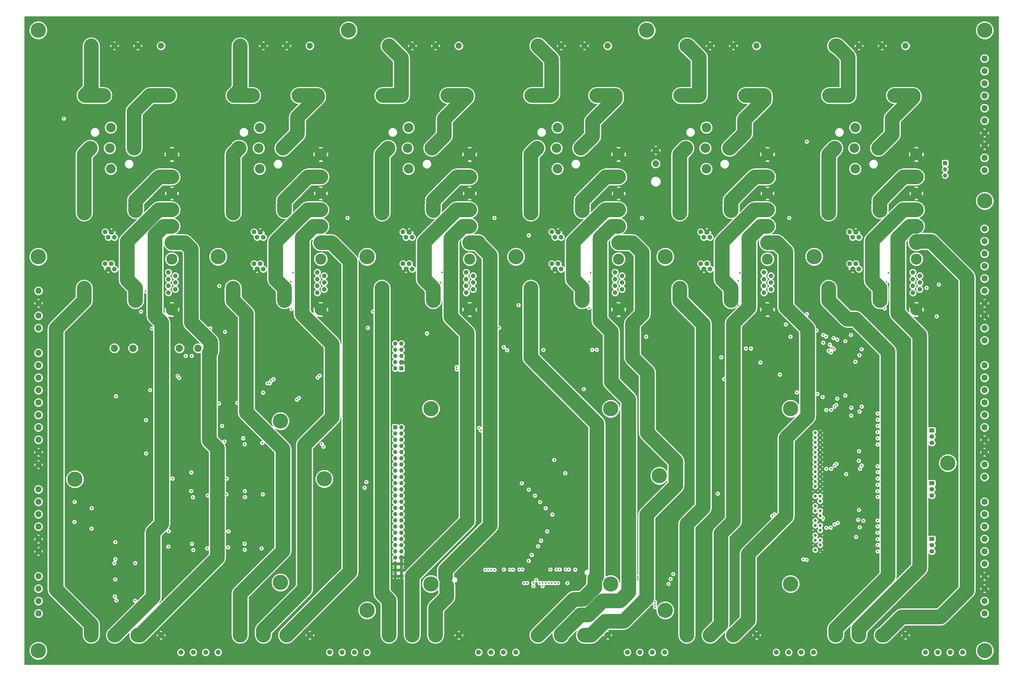
<source format=gbr>
G04 #@! TF.FileFunction,Copper,L5,Inr,Plane*
%FSLAX46Y46*%
G04 Gerber Fmt 4.6, Leading zero omitted, Abs format (unit mm)*
G04 Created by KiCad (PCBNEW 4.0.6) date 07/27/17 10:42:05*
%MOMM*%
%LPD*%
G01*
G04 APERTURE LIST*
%ADD10C,0.100000*%
%ADD11C,6.197600*%
%ADD12R,1.727200X1.727200*%
%ADD13O,1.727200X1.727200*%
%ADD14C,3.000000*%
%ADD15R,2.032000X1.727200*%
%ADD16O,2.032000X1.727200*%
%ADD17C,1.300000*%
%ADD18C,2.700000*%
%ADD19C,3.900000*%
%ADD20C,1.900000*%
%ADD21C,3.100000*%
%ADD22C,1.850000*%
%ADD23C,5.000000*%
%ADD24C,4.500000*%
%ADD25C,2.500000*%
%ADD26R,1.700000X1.700000*%
%ADD27O,1.700000X1.700000*%
%ADD28C,2.000000*%
%ADD29C,0.685800*%
%ADD30C,6.000000*%
%ADD31C,5.000000*%
%ADD32C,0.254000*%
G04 APERTURE END LIST*
D10*
D11*
X457403200Y-252095000D03*
X339293200Y-257302000D03*
X202133200Y-258572000D03*
X100025200Y-258699000D03*
X319410000Y-229870000D03*
X393040000Y-229870000D03*
X393040000Y-301600000D03*
X319410000Y-301600000D03*
X245770000Y-301600000D03*
X245770000Y-229870000D03*
X184150000Y-300990000D03*
X184150000Y-234950000D03*
D12*
X231140000Y-237490000D03*
D13*
X233680000Y-237490000D03*
X231140000Y-240030000D03*
X233680000Y-240030000D03*
X231140000Y-242570000D03*
X233680000Y-242570000D03*
X231140000Y-245110000D03*
X233680000Y-245110000D03*
X231140000Y-247650000D03*
X233680000Y-247650000D03*
X231140000Y-250190000D03*
X233680000Y-250190000D03*
X231140000Y-252730000D03*
X233680000Y-252730000D03*
X231140000Y-255270000D03*
X233680000Y-255270000D03*
X231140000Y-257810000D03*
X233680000Y-257810000D03*
X231140000Y-260350000D03*
X233680000Y-260350000D03*
X231140000Y-262890000D03*
X233680000Y-262890000D03*
X231140000Y-265430000D03*
X233680000Y-265430000D03*
X231140000Y-267970000D03*
X233680000Y-267970000D03*
X231140000Y-270510000D03*
X233680000Y-270510000D03*
X231140000Y-273050000D03*
X233680000Y-273050000D03*
X231140000Y-275590000D03*
X233680000Y-275590000D03*
X231140000Y-278130000D03*
X233680000Y-278130000D03*
X231140000Y-280670000D03*
X233680000Y-280670000D03*
X231140000Y-283210000D03*
X233680000Y-283210000D03*
X231140000Y-285750000D03*
X233680000Y-285750000D03*
X231140000Y-288290000D03*
X233680000Y-288290000D03*
X231140000Y-290830000D03*
X233680000Y-290830000D03*
X231140000Y-293370000D03*
X233680000Y-293370000D03*
X231140000Y-295910000D03*
X233680000Y-295910000D03*
X231140000Y-298450000D03*
X233680000Y-298450000D03*
D14*
X123825000Y-205105000D03*
X116205000Y-205105000D03*
X116205000Y-205105000D03*
X142795000Y-205105000D03*
X150415000Y-205105000D03*
D12*
X233680000Y-213360000D03*
D13*
X231140000Y-213360000D03*
X233680000Y-210820000D03*
X231140000Y-210820000D03*
X233680000Y-208280000D03*
X231140000Y-208280000D03*
X233680000Y-205740000D03*
X231140000Y-205740000D03*
X233680000Y-203200000D03*
X231140000Y-203200000D03*
D14*
X111760000Y-101600000D03*
X104140000Y-101600000D03*
X104140000Y-101600000D03*
X130730000Y-101600000D03*
X138350000Y-101600000D03*
X172720000Y-101600000D03*
X165100000Y-101600000D03*
X165100000Y-101600000D03*
X191690000Y-101600000D03*
X199310000Y-101600000D03*
X233680000Y-101600000D03*
X226060000Y-101600000D03*
X226060000Y-101600000D03*
X252650000Y-101600000D03*
X260270000Y-101600000D03*
X294640000Y-101600000D03*
X287020000Y-101600000D03*
X287020000Y-101600000D03*
X313610000Y-101600000D03*
X321230000Y-101600000D03*
X355600000Y-101600000D03*
X347980000Y-101600000D03*
X347980000Y-101600000D03*
X374570000Y-101600000D03*
X382190000Y-101600000D03*
X416560000Y-101600000D03*
X408940000Y-101600000D03*
X408940000Y-101600000D03*
X435530000Y-101600000D03*
X443150000Y-101600000D03*
D15*
X450850000Y-238760000D03*
D16*
X450850000Y-241300000D03*
X450850000Y-243840000D03*
D15*
X450850000Y-260350000D03*
D16*
X450850000Y-262890000D03*
X450850000Y-265430000D03*
D15*
X450850000Y-283210000D03*
D16*
X450850000Y-285750000D03*
X450850000Y-288290000D03*
D17*
X405130000Y-287655000D03*
X403130000Y-287655000D03*
X405130000Y-285655000D03*
X403130000Y-285655000D03*
X405130000Y-283655000D03*
X403130000Y-283655000D03*
X405130000Y-281655000D03*
X403130000Y-281655000D03*
X405130000Y-279655000D03*
X403130000Y-279655000D03*
X405130000Y-277655000D03*
X403130000Y-277655000D03*
X405130000Y-275655000D03*
X403130000Y-275655000D03*
X405130000Y-273655000D03*
X403130000Y-273655000D03*
X405130000Y-271655000D03*
X403130000Y-271655000D03*
X405130000Y-269655000D03*
X403130000Y-269655000D03*
X405130000Y-267655000D03*
X403130000Y-267655000D03*
X405130000Y-265655000D03*
X403130000Y-265655000D03*
X405130000Y-263655000D03*
X403130000Y-263655000D03*
X405130000Y-261655000D03*
X403130000Y-261655000D03*
X405130000Y-259655000D03*
X403130000Y-259655000D03*
X405130000Y-257655000D03*
X403130000Y-257655000D03*
X405130000Y-255655000D03*
X403130000Y-255655000D03*
X405130000Y-253655000D03*
X403130000Y-253655000D03*
X405130000Y-251655000D03*
X403130000Y-251655000D03*
X405130000Y-249655000D03*
X403130000Y-249655000D03*
X405130000Y-247655000D03*
X403130000Y-247655000D03*
X405130000Y-245655000D03*
X403130000Y-245655000D03*
X405130000Y-243655000D03*
X403130000Y-243655000D03*
X405130000Y-241655000D03*
X403130000Y-241655000D03*
X405130000Y-239655000D03*
X403130000Y-239655000D03*
D18*
X337820000Y-124040000D03*
X337820000Y-129540000D03*
D11*
X85039200Y-74930000D03*
X85039200Y-167640000D03*
X85039200Y-328930000D03*
X212039200Y-74930000D03*
X158699200Y-167640000D03*
X219659200Y-167640000D03*
X219659200Y-312420000D03*
X280619200Y-167640000D03*
X334086200Y-74930000D03*
X341706200Y-167640000D03*
X341706200Y-312420000D03*
X402666200Y-167640000D03*
X472516200Y-74930000D03*
X472516200Y-144780000D03*
X472516200Y-328930000D03*
D19*
X419506400Y-114757200D03*
X419506400Y-131648200D03*
X411099000Y-123190000D03*
X429006000Y-123190000D03*
X419100000Y-123190000D03*
X297586400Y-114757200D03*
X297586400Y-131648200D03*
X289179000Y-123190000D03*
X307086000Y-123190000D03*
X297180000Y-123190000D03*
X236626400Y-114757200D03*
X236626400Y-131648200D03*
X228219000Y-123190000D03*
X246126000Y-123190000D03*
X236220000Y-123190000D03*
X175666400Y-114757200D03*
X175666400Y-131648200D03*
X167259000Y-123190000D03*
X185166000Y-123190000D03*
X175260000Y-123190000D03*
X114706400Y-114757200D03*
X114706400Y-131648200D03*
X106299000Y-123190000D03*
X124206000Y-123190000D03*
X114300000Y-123190000D03*
X358546400Y-114757200D03*
X358546400Y-131648200D03*
X350139000Y-123190000D03*
X368046000Y-123190000D03*
X358140000Y-123190000D03*
D20*
X421005000Y-172720000D03*
X418465000Y-172720000D03*
X419735000Y-170520000D03*
X417195000Y-170520000D03*
D21*
X408600000Y-183030000D03*
X408600000Y-185570000D03*
X408600000Y-180490000D03*
X429600000Y-185570000D03*
X429600000Y-183030000D03*
X429600000Y-180490000D03*
D20*
X360045000Y-172720000D03*
X357505000Y-172720000D03*
X358775000Y-170520000D03*
X356235000Y-170520000D03*
D21*
X347640000Y-183030000D03*
X347640000Y-185570000D03*
X347640000Y-180490000D03*
X368640000Y-185570000D03*
X368640000Y-183030000D03*
X368640000Y-180490000D03*
D20*
X299085000Y-172720000D03*
X296545000Y-172720000D03*
X297815000Y-170520000D03*
X295275000Y-170520000D03*
D21*
X286680000Y-183030000D03*
X286680000Y-185570000D03*
X286680000Y-180490000D03*
X307680000Y-185570000D03*
X307680000Y-183030000D03*
X307680000Y-180490000D03*
D20*
X238125000Y-172720000D03*
X235585000Y-172720000D03*
X236855000Y-170520000D03*
X234315000Y-170520000D03*
D21*
X225720000Y-183030000D03*
X225720000Y-185570000D03*
X225720000Y-180490000D03*
X246720000Y-185570000D03*
X246720000Y-183030000D03*
X246720000Y-180490000D03*
D20*
X177165000Y-172720000D03*
X174625000Y-172720000D03*
X175895000Y-170520000D03*
X173355000Y-170520000D03*
D21*
X164760000Y-183030000D03*
X164760000Y-185570000D03*
X164760000Y-180490000D03*
X185760000Y-185570000D03*
X185760000Y-183030000D03*
X185760000Y-180490000D03*
D20*
X116205000Y-172720000D03*
X113665000Y-172720000D03*
X114935000Y-170520000D03*
X112395000Y-170520000D03*
D21*
X103800000Y-183030000D03*
X103800000Y-185570000D03*
X103800000Y-180490000D03*
X124800000Y-185570000D03*
X124800000Y-183030000D03*
X124800000Y-180490000D03*
D20*
X417195000Y-157480000D03*
X419735000Y-157480000D03*
X418465000Y-159680000D03*
X421005000Y-159680000D03*
D21*
X429600000Y-147170000D03*
X429600000Y-144630000D03*
X429600000Y-149710000D03*
X408600000Y-144630000D03*
X408600000Y-147170000D03*
X408600000Y-149710000D03*
D20*
X356235000Y-157480000D03*
X358775000Y-157480000D03*
X357505000Y-159680000D03*
X360045000Y-159680000D03*
D21*
X368640000Y-147170000D03*
X368640000Y-144630000D03*
X368640000Y-149710000D03*
X347640000Y-144630000D03*
X347640000Y-147170000D03*
X347640000Y-149710000D03*
D20*
X295275000Y-157480000D03*
X297815000Y-157480000D03*
X296545000Y-159680000D03*
X299085000Y-159680000D03*
D21*
X307680000Y-147170000D03*
X307680000Y-144630000D03*
X307680000Y-149710000D03*
X286680000Y-144630000D03*
X286680000Y-147170000D03*
X286680000Y-149710000D03*
D20*
X234315000Y-157480000D03*
X236855000Y-157480000D03*
X235585000Y-159680000D03*
X238125000Y-159680000D03*
D21*
X246720000Y-147170000D03*
X246720000Y-144630000D03*
X246720000Y-149710000D03*
X225720000Y-144630000D03*
X225720000Y-147170000D03*
X225720000Y-149710000D03*
D20*
X173355000Y-157480000D03*
X175895000Y-157480000D03*
X174625000Y-159680000D03*
X177165000Y-159680000D03*
D21*
X185760000Y-147170000D03*
X185760000Y-144630000D03*
X185760000Y-149710000D03*
X164760000Y-144630000D03*
X164760000Y-147170000D03*
X164760000Y-149710000D03*
D20*
X112395000Y-157480000D03*
X114935000Y-157480000D03*
X113665000Y-159680000D03*
X116205000Y-159680000D03*
D21*
X124800000Y-147170000D03*
X124800000Y-144630000D03*
X124800000Y-149710000D03*
X103800000Y-144630000D03*
X103800000Y-147170000D03*
X103800000Y-149710000D03*
D22*
X141120000Y-180980000D03*
X141120000Y-178210000D03*
X141120000Y-175440000D03*
X138280000Y-182350000D03*
X138280000Y-179580000D03*
X138280000Y-176810000D03*
X138280000Y-174040000D03*
D23*
X139700000Y-189230000D03*
X139700000Y-125730000D03*
D24*
X139700000Y-168600000D03*
X139700000Y-161870000D03*
X139700000Y-155140000D03*
X139700000Y-148410000D03*
X139700000Y-141680000D03*
X139700000Y-134950000D03*
D22*
X202080000Y-180980000D03*
X202080000Y-178210000D03*
X202080000Y-175440000D03*
X199240000Y-182350000D03*
X199240000Y-179580000D03*
X199240000Y-176810000D03*
X199240000Y-174040000D03*
D23*
X200660000Y-189230000D03*
X200660000Y-125730000D03*
D24*
X200660000Y-168600000D03*
X200660000Y-161870000D03*
X200660000Y-155140000D03*
X200660000Y-148410000D03*
X200660000Y-141680000D03*
X200660000Y-134950000D03*
D22*
X263040000Y-180980000D03*
X263040000Y-178210000D03*
X263040000Y-175440000D03*
X260200000Y-182350000D03*
X260200000Y-179580000D03*
X260200000Y-176810000D03*
X260200000Y-174040000D03*
D23*
X261620000Y-189230000D03*
X261620000Y-125730000D03*
D24*
X261620000Y-168600000D03*
X261620000Y-161870000D03*
X261620000Y-155140000D03*
X261620000Y-148410000D03*
X261620000Y-141680000D03*
X261620000Y-134950000D03*
D22*
X324000000Y-180980000D03*
X324000000Y-178210000D03*
X324000000Y-175440000D03*
X321160000Y-182350000D03*
X321160000Y-179580000D03*
X321160000Y-176810000D03*
X321160000Y-174040000D03*
D23*
X322580000Y-189230000D03*
X322580000Y-125730000D03*
D24*
X322580000Y-168600000D03*
X322580000Y-161870000D03*
X322580000Y-155140000D03*
X322580000Y-148410000D03*
X322580000Y-141680000D03*
X322580000Y-134950000D03*
D22*
X384960000Y-180980000D03*
X384960000Y-178210000D03*
X384960000Y-175440000D03*
X382120000Y-182350000D03*
X382120000Y-179580000D03*
X382120000Y-176810000D03*
X382120000Y-174040000D03*
D23*
X383540000Y-189230000D03*
X383540000Y-125730000D03*
D24*
X383540000Y-168600000D03*
X383540000Y-161870000D03*
X383540000Y-155140000D03*
X383540000Y-148410000D03*
X383540000Y-141680000D03*
X383540000Y-134950000D03*
D22*
X445920000Y-180980000D03*
X445920000Y-178210000D03*
X445920000Y-175440000D03*
X443080000Y-182350000D03*
X443080000Y-179580000D03*
X443080000Y-176810000D03*
X443080000Y-174040000D03*
D23*
X444500000Y-189230000D03*
X444500000Y-125730000D03*
D24*
X444500000Y-168600000D03*
X444500000Y-161870000D03*
X444500000Y-155140000D03*
X444500000Y-148410000D03*
X444500000Y-141680000D03*
X444500000Y-134950000D03*
D25*
X106680000Y-322580000D03*
X116200000Y-322580000D03*
X125720000Y-322580000D03*
X135240000Y-322580000D03*
X167640000Y-322580000D03*
X177160000Y-322580000D03*
X186680000Y-322580000D03*
X196200000Y-322580000D03*
X228600000Y-322580000D03*
X238120000Y-322580000D03*
X247640000Y-322580000D03*
X257160000Y-322580000D03*
X289560000Y-322580000D03*
X299080000Y-322580000D03*
X308600000Y-322580000D03*
X318120000Y-322580000D03*
X350520000Y-322580000D03*
X360040000Y-322580000D03*
X369560000Y-322580000D03*
X379080000Y-322580000D03*
X411480000Y-322580000D03*
X421000000Y-322580000D03*
X430520000Y-322580000D03*
X440040000Y-322580000D03*
X135255000Y-81280000D03*
X125735000Y-81280000D03*
X116215000Y-81280000D03*
X106695000Y-81280000D03*
X196215000Y-81280000D03*
X186695000Y-81280000D03*
X177175000Y-81280000D03*
X167655000Y-81280000D03*
X257175000Y-81280000D03*
X247655000Y-81280000D03*
X238135000Y-81280000D03*
X228615000Y-81280000D03*
X318135000Y-81280000D03*
X308615000Y-81280000D03*
X299095000Y-81280000D03*
X289575000Y-81280000D03*
X379095000Y-81280000D03*
X369575000Y-81280000D03*
X360055000Y-81280000D03*
X350535000Y-81280000D03*
X440055000Y-81280000D03*
X430535000Y-81280000D03*
X421015000Y-81280000D03*
X411495000Y-81280000D03*
X85090000Y-298450000D03*
X85090000Y-303530000D03*
X85090000Y-308610000D03*
X85090000Y-313690000D03*
X85090000Y-181610000D03*
X85090000Y-186690000D03*
X85090000Y-191770000D03*
X85090000Y-196850000D03*
X85090000Y-207010000D03*
X85090000Y-212090000D03*
X85090000Y-217170000D03*
X85090000Y-222250000D03*
X85090000Y-227330000D03*
X85090000Y-232410000D03*
X85090000Y-237490000D03*
X85090000Y-242570000D03*
X85090000Y-247650000D03*
X85090000Y-252730000D03*
X472440000Y-313690000D03*
X472440000Y-308610000D03*
X472440000Y-303530000D03*
X472440000Y-298450000D03*
X472440000Y-293370000D03*
X472440000Y-288290000D03*
X472440000Y-283210000D03*
X472440000Y-278130000D03*
X472440000Y-273050000D03*
X472440000Y-267970000D03*
X472440000Y-257810000D03*
X472440000Y-252730000D03*
X472440000Y-247650000D03*
X472440000Y-242570000D03*
X472440000Y-237490000D03*
X472440000Y-232410000D03*
X472440000Y-227330000D03*
X472440000Y-222250000D03*
X472440000Y-217170000D03*
X472440000Y-212090000D03*
X472440000Y-201930000D03*
X472440000Y-196850000D03*
X472440000Y-191770000D03*
X472440000Y-186690000D03*
X472440000Y-181610000D03*
X472440000Y-176530000D03*
X472440000Y-171450000D03*
X472440000Y-166370000D03*
X472440000Y-161290000D03*
X472440000Y-156210000D03*
X85090000Y-262890000D03*
X85090000Y-267970000D03*
X85090000Y-273050000D03*
X85090000Y-278130000D03*
X85090000Y-283210000D03*
X85090000Y-288290000D03*
X472440000Y-132209000D03*
X472440000Y-127129000D03*
X472440000Y-122049000D03*
X472440000Y-116969000D03*
X472440000Y-111889000D03*
X472440000Y-106809000D03*
X472440000Y-101729000D03*
X472440000Y-96649000D03*
X472440000Y-91569000D03*
X472440000Y-86489000D03*
D26*
X456298200Y-129309000D03*
D27*
X456298200Y-131849000D03*
X456298200Y-134389000D03*
D28*
X158638200Y-329609000D03*
X153558200Y-329609000D03*
X143398200Y-329609000D03*
X148478200Y-329609000D03*
X219538200Y-329609000D03*
X214458200Y-329609000D03*
X204298200Y-329609000D03*
X209378200Y-329609000D03*
X280538200Y-329609000D03*
X275458200Y-329609000D03*
X265298200Y-329609000D03*
X270378200Y-329609000D03*
X341438200Y-329609000D03*
X336358200Y-329609000D03*
X326198200Y-329609000D03*
X331278200Y-329609000D03*
X402438200Y-329609000D03*
X397358200Y-329609000D03*
X387198200Y-329609000D03*
X392278200Y-329609000D03*
X463438200Y-329609000D03*
X458358200Y-329609000D03*
X448198200Y-329609000D03*
X453278200Y-329609000D03*
D29*
X417722000Y-199625000D03*
X406400000Y-199644000D03*
X120497600Y-111760000D03*
X93802200Y-106680000D03*
X153490000Y-114757200D03*
X186512200Y-113538000D03*
X214450000Y-114782600D03*
X247472200Y-113538000D03*
X275410000Y-114782600D03*
X308279800Y-113588800D03*
X336370000Y-114805800D03*
X369392200Y-113538000D03*
X458290000Y-114805800D03*
X430352200Y-113538000D03*
X397330000Y-114757200D03*
X421030400Y-199720200D03*
X420954200Y-206273400D03*
X417855400Y-212166200D03*
X416534600Y-217170000D03*
X420979600Y-229743000D03*
X419531800Y-237083600D03*
X416255200Y-240665000D03*
X423595800Y-251129800D03*
X420116000Y-261213600D03*
X416433000Y-264795000D03*
X421477800Y-273980000D03*
X440870000Y-290294400D03*
X417830000Y-283870400D03*
X416636200Y-288925000D03*
X350545400Y-174421800D03*
X289610800Y-174650400D03*
X292125000Y-295732600D03*
X299745000Y-295732600D03*
X303555000Y-295783400D03*
X308329200Y-300585000D03*
X305460400Y-297408600D03*
X304190400Y-299948600D03*
X300380400Y-299948600D03*
X300380400Y-297408600D03*
X296570400Y-297408600D03*
X296570400Y-299949600D03*
X300355000Y-301218600D03*
X304165000Y-301218600D03*
X297230800Y-304165000D03*
X288975800Y-302488600D03*
X292811200Y-299897800D03*
X292760400Y-297408600D03*
X290220400Y-298678600D03*
X288925000Y-301193200D03*
X285115000Y-302463200D03*
X284581600Y-293370000D03*
X280695000Y-295783400D03*
X276885000Y-295783000D03*
X277520400Y-297408600D03*
X281305000Y-297434000D03*
X282576000Y-301244000D03*
X281330400Y-299949600D03*
X278790400Y-301219600D03*
X277521400Y-299948600D03*
X274980400Y-301219600D03*
X273685000Y-299975000D03*
X271170400Y-301219600D03*
X269888200Y-299961800D03*
X267360400Y-301219600D03*
X266090400Y-299949600D03*
X263525000Y-301245000D03*
X273708600Y-297408600D03*
X271170400Y-297434000D03*
X273075400Y-295833800D03*
X267360400Y-297409600D03*
X266090400Y-297409600D03*
X264185400Y-295833800D03*
X262915400Y-295808400D03*
X172720000Y-286791400D03*
X172770800Y-265201400D03*
X171881800Y-243586000D03*
X151434800Y-243840000D03*
X153365200Y-258749800D03*
X150495000Y-286715200D03*
X108889800Y-305435000D03*
X123190000Y-299974000D03*
X119684800Y-299720000D03*
X123190000Y-284734000D03*
X119735600Y-284530800D03*
X109067600Y-290195000D03*
X103047800Y-277495000D03*
X103073200Y-269240000D03*
X127355600Y-250164600D03*
X126161800Y-234340400D03*
X126161800Y-220395800D03*
X407543000Y-200279000D03*
X410591000Y-200914000D03*
X412141000Y-201575000D03*
X415417000Y-202184000D03*
X406400000Y-202819000D03*
X419555800Y-210590000D03*
X417855400Y-229412800D03*
X417830000Y-232638600D03*
X420949000Y-251150000D03*
X415798000Y-256616200D03*
X420700200Y-275310600D03*
X419836600Y-282346400D03*
X271805000Y-295834200D03*
X270535000Y-295783400D03*
X269265000Y-295783400D03*
X116509800Y-299720000D03*
X116560600Y-284480000D03*
X267995000Y-295783400D03*
X409067000Y-203581000D03*
X409981400Y-204927200D03*
X285140400Y-301193200D03*
X422097200Y-205486000D03*
X422148000Y-228981000D03*
X422122600Y-253111000D03*
X422783000Y-275691600D03*
X283857700Y-301231300D03*
X410997400Y-228981000D03*
X411048200Y-253111000D03*
X410997400Y-277241000D03*
X410743400Y-205486000D03*
X295275000Y-301218600D03*
X408609800Y-206121000D03*
X287706300Y-302463700D03*
X421208200Y-207924400D03*
X411683200Y-228320600D03*
X409625800Y-230301800D03*
X409625800Y-254431800D03*
X409422600Y-278536400D03*
X409524200Y-206781400D03*
X291490400Y-301218600D03*
X403593300Y-197751700D03*
X395554200Y-223139000D03*
X308356000Y-221818200D03*
X403991000Y-223770000D03*
X365810800Y-217703400D03*
X415391600Y-224420000D03*
X406146000Y-225044000D03*
X116586000Y-291465000D03*
X412140400Y-225704400D03*
X116332000Y-306705000D03*
X428675800Y-231800400D03*
X428625000Y-234315000D03*
X407644600Y-230352600D03*
X407644600Y-254457200D03*
X407644600Y-278612600D03*
X287680400Y-301193200D03*
X421259000Y-231013000D03*
X411810200Y-252425200D03*
X428625000Y-236855000D03*
X421017700Y-247256300D03*
X428599600Y-239395000D03*
X428625000Y-241935000D03*
X428625000Y-244475000D03*
X428625000Y-253365000D03*
X428625000Y-255778000D03*
X428625000Y-258445000D03*
X428599600Y-260985000D03*
X421436800Y-254457200D03*
X412394400Y-276580000D03*
X428586900Y-263563100D03*
X421005000Y-271272000D03*
X428625000Y-265938000D03*
X428599600Y-275590000D03*
X428625000Y-278003000D03*
X428586900Y-280581100D03*
X428625000Y-283210000D03*
X428625000Y-285623000D03*
X428625000Y-288290000D03*
X421309800Y-278384000D03*
X291465000Y-302514000D03*
X124663200Y-293065200D03*
X116113200Y-293075000D03*
X124587000Y-308432200D03*
X116976800Y-308315000D03*
X145364200Y-208203800D03*
X142048200Y-216399000D03*
X147802600Y-208203800D03*
X142668200Y-217259000D03*
X392455400Y-151714200D03*
X332155800Y-151739600D03*
X211607400Y-151688800D03*
X271754600Y-151688800D03*
X127076200Y-190093600D03*
X139979400Y-258445000D03*
X138353800Y-280009600D03*
X160274000Y-236880400D03*
X162128200Y-258445000D03*
X162890200Y-280060400D03*
X431546000Y-188798200D03*
X116789200Y-224739200D03*
X343038200Y-301599000D03*
X337508200Y-311059000D03*
X399592800Y-291719000D03*
X343868200Y-299589000D03*
X337488200Y-310009000D03*
X398246600Y-291490400D03*
X344988200Y-297519000D03*
X337488200Y-308959000D03*
X406298400Y-274624800D03*
X191719200Y-225399600D03*
X190881000Y-226136200D03*
X201752200Y-245364000D03*
X201041000Y-244246400D03*
X219328200Y-259839000D03*
X265455400Y-237718600D03*
X218598200Y-262189000D03*
X266217400Y-238734600D03*
X330498200Y-298789000D03*
X296238200Y-250789000D03*
X282956000Y-260350000D03*
X330378200Y-299759000D03*
X300768200Y-256229000D03*
X285800800Y-262966200D03*
X385568200Y-273789000D03*
X380658200Y-210939000D03*
X288315324Y-265455476D03*
X386468200Y-273109000D03*
X388588200Y-215859000D03*
X290474400Y-268046200D03*
X452828200Y-192029000D03*
X292709600Y-270611600D03*
X453690602Y-178981402D03*
X295452800Y-273177000D03*
X294055800Y-301193200D03*
X292785800Y-301193200D03*
X290233100Y-301205900D03*
X288925000Y-299948600D03*
X180340000Y-218440000D03*
X128981200Y-181762400D03*
X199364600Y-217093800D03*
X147574000Y-263525000D03*
X188569600Y-189077600D03*
X188417200Y-177825400D03*
X138252200Y-286283400D03*
X249682000Y-178308000D03*
X147878800Y-285140400D03*
X256311400Y-213791800D03*
X161213800Y-243281200D03*
X310540400Y-177800000D03*
X310438800Y-188518800D03*
X311759600Y-205714600D03*
X168910000Y-241935000D03*
X162001200Y-264896600D03*
X374726200Y-205181200D03*
X371602000Y-177520600D03*
X371627400Y-187553600D03*
X169519600Y-263601200D03*
X162763200Y-286588200D03*
X432333400Y-177876200D03*
X169468800Y-285115000D03*
X293370000Y-280060400D03*
X155422600Y-196900800D03*
X281965000Y-295681000D03*
X161417000Y-198374000D03*
X304850800Y-295706800D03*
X177063400Y-223240600D03*
X301650400Y-301218600D03*
X130759200Y-222224600D03*
X297840400Y-301244000D03*
X129108200Y-234492800D03*
X296570400Y-301218600D03*
X129133600Y-248132600D03*
X363194600Y-264617200D03*
X95453200Y-111074200D03*
X181279800Y-217728800D03*
X302260000Y-295656000D03*
X154381200Y-265379200D03*
X279425400Y-295732200D03*
X244119400Y-199009000D03*
X219913200Y-196723000D03*
X290830000Y-283845000D03*
X200202800Y-216306400D03*
X300990000Y-295656000D03*
X154178000Y-287020000D03*
X276949708Y-205880227D03*
X278155400Y-295732200D03*
X273685000Y-196672200D03*
X289585400Y-286156400D03*
X256311400Y-212801200D03*
X298475000Y-295681400D03*
X176707800Y-243865400D03*
X275590000Y-204597000D03*
X275615000Y-295681000D03*
X291795200Y-205765400D03*
X287020000Y-289687000D03*
X313690000Y-205689200D03*
X297180000Y-295656000D03*
X176911000Y-264896600D03*
X399669000Y-191135000D03*
X399643600Y-120472200D03*
X364591600Y-208788000D03*
X285775000Y-292125400D03*
X376783600Y-205206600D03*
X294665000Y-295681000D03*
X176403000Y-287020000D03*
X391033000Y-195326000D03*
X283210000Y-295656000D03*
X448716400Y-180365400D03*
X99898200Y-267970000D03*
X106840000Y-270560800D03*
X99822000Y-276199600D03*
X106832400Y-278917400D03*
X189357000Y-174218600D03*
X148285200Y-266065000D03*
X250342400Y-174015400D03*
X148488400Y-287731200D03*
X311175400Y-174167800D03*
X169494200Y-244398800D03*
X372249700Y-174180500D03*
X169595800Y-266014200D03*
X433044600Y-174244000D03*
X169519600Y-287578800D03*
X131521200Y-197027800D03*
X147650200Y-255905000D03*
X159080200Y-179578000D03*
X222046800Y-190093600D03*
X158953200Y-227711000D03*
X166471600Y-227380800D03*
X281635200Y-187452000D03*
X333883000Y-200355200D03*
X178765200Y-219456000D03*
X392963400Y-200329800D03*
X179755800Y-219430600D03*
X285826200Y-158877000D03*
D30*
X124800000Y-144630000D02*
X134480000Y-134950000D01*
X134480000Y-134950000D02*
X139700000Y-134950000D01*
X139700000Y-134950000D02*
X138887000Y-134950000D01*
X124800000Y-146154000D02*
X124800000Y-148694000D01*
X185760000Y-144630000D02*
X195440000Y-134950000D01*
X195440000Y-134950000D02*
X200660000Y-134950000D01*
X185760000Y-146154000D02*
X185760000Y-148694000D01*
X246720000Y-144630000D02*
X256400000Y-134950000D01*
X256400000Y-134950000D02*
X261620000Y-134950000D01*
X246720000Y-146154000D02*
X246720000Y-148694000D01*
X307680000Y-144630000D02*
X317360000Y-134950000D01*
X317360000Y-134950000D02*
X322580000Y-134950000D01*
X307680000Y-146154000D02*
X307680000Y-148694000D01*
X368640000Y-144630000D02*
X378320000Y-134950000D01*
X378320000Y-134950000D02*
X383540000Y-134950000D01*
X368640000Y-146154000D02*
X368640000Y-148694000D01*
X429600000Y-144630000D02*
X439280000Y-134950000D01*
X439280000Y-134950000D02*
X444500000Y-134950000D01*
X429600000Y-146154000D02*
X429600000Y-148694000D01*
X106680000Y-322580000D02*
X106680000Y-318262000D01*
X92278200Y-197091800D02*
X103800000Y-185570000D01*
X92278200Y-303860200D02*
X92278200Y-197091800D01*
X106680000Y-318262000D02*
X92278200Y-303860200D01*
X103800000Y-180490000D02*
X103800000Y-183030000D01*
X103800000Y-185570000D02*
X103800000Y-180490000D01*
X167640000Y-316230000D02*
X167640000Y-305587400D01*
X164760000Y-185570000D02*
X170180000Y-190990000D01*
X167640000Y-316230000D02*
X167640000Y-322580000D01*
X170180000Y-231368600D02*
X170180000Y-190990000D01*
X185140600Y-246329200D02*
X170180000Y-231368600D01*
X185140600Y-288086800D02*
X185140600Y-246329200D01*
X167640000Y-305587400D02*
X185140600Y-288086800D01*
X164760000Y-183030000D02*
X164760000Y-185570000D01*
X164760000Y-185570000D02*
X164760000Y-180490000D01*
X225720000Y-183030000D02*
X225720000Y-185570000D01*
X225720000Y-180490000D02*
X225720000Y-305476000D01*
X228600000Y-308356000D02*
X228600000Y-322580000D01*
X225720000Y-305476000D02*
X228600000Y-308356000D01*
X289560000Y-322580000D02*
X289610800Y-322580000D01*
X289610800Y-322580000D02*
X304317400Y-307873400D01*
X304317400Y-307873400D02*
X307949600Y-307873400D01*
X307949600Y-307873400D02*
X312851800Y-302971200D01*
X312851800Y-302971200D02*
X312851800Y-299313600D01*
X312851800Y-299313600D02*
X313715400Y-298450000D01*
X313715400Y-298450000D02*
X313715400Y-235991400D01*
X313715400Y-235991400D02*
X286680000Y-208956000D01*
X286680000Y-208956000D02*
X286680000Y-185570000D01*
X286680000Y-180490000D02*
X286680000Y-187792000D01*
X286680000Y-180490000D02*
X286680000Y-183030000D01*
X347640000Y-183030000D02*
X347640000Y-185570000D01*
X350520000Y-322580000D02*
X350520000Y-277114000D01*
X357251000Y-195181000D02*
X347640000Y-185570000D01*
X357251000Y-270383000D02*
X357251000Y-195181000D01*
X350520000Y-277114000D02*
X357251000Y-270383000D01*
X347640000Y-185570000D02*
X347640000Y-180490000D01*
X408600000Y-185570000D02*
X416179000Y-193149000D01*
X419615400Y-193149000D02*
X416179000Y-193149000D01*
X416179000Y-315214000D02*
X432943000Y-298450000D01*
X411480000Y-319913000D02*
X416179000Y-315214000D01*
X411480000Y-319913000D02*
X411480000Y-322580000D01*
X432943000Y-206476600D02*
X419615400Y-193149000D01*
X432943000Y-298450000D02*
X432943000Y-206476600D01*
X408600000Y-183030000D02*
X408600000Y-185570000D01*
X408600000Y-185570000D02*
X408600000Y-180490000D01*
X106695000Y-81280000D02*
X106695000Y-99045000D01*
X106695000Y-99045000D02*
X104140000Y-101600000D01*
X104140000Y-101600000D02*
X111760000Y-101600000D01*
X172720000Y-101600000D02*
X165100000Y-101600000D01*
X167655000Y-81280000D02*
X167655000Y-99045000D01*
X167655000Y-99045000D02*
X165100000Y-101600000D01*
X228615000Y-81280000D02*
X228615000Y-81295000D01*
X228615000Y-81295000D02*
X233680000Y-86360000D01*
X233680000Y-86360000D02*
X233680000Y-101600000D01*
X233680000Y-101600000D02*
X226060000Y-101600000D01*
X289575000Y-81280000D02*
X289575000Y-81295000D01*
X289575000Y-81295000D02*
X295148000Y-86868000D01*
X295148000Y-86868000D02*
X295148000Y-101092000D01*
X295148000Y-101092000D02*
X294640000Y-101600000D01*
X294640000Y-101600000D02*
X287020000Y-101600000D01*
X350535000Y-81280000D02*
X350774000Y-81280000D01*
X350774000Y-81280000D02*
X355600000Y-86106000D01*
X355600000Y-86106000D02*
X355600000Y-101600000D01*
X355600000Y-101600000D02*
X347980000Y-101600000D01*
X411495000Y-81280000D02*
X411988000Y-81280000D01*
X411988000Y-81280000D02*
X416560000Y-85852000D01*
X416560000Y-85852000D02*
X416560000Y-101600000D01*
X416560000Y-101600000D02*
X408940000Y-101600000D01*
X155067000Y-206908400D02*
X155600400Y-206375000D01*
X158318200Y-290830000D02*
X158318200Y-246100600D01*
X158318200Y-246100600D02*
X155016200Y-242798600D01*
X155016200Y-242798600D02*
X155016200Y-207695800D01*
X155016200Y-207695800D02*
X155016200Y-206908400D01*
X155016200Y-206908400D02*
X155067000Y-206908400D01*
X126568200Y-322580000D02*
X158318200Y-290830000D01*
X144928200Y-161870000D02*
X139700000Y-161870000D01*
X147624800Y-164566600D02*
X144928200Y-161870000D01*
X147624800Y-194513200D02*
X147624800Y-164566600D01*
X155600400Y-202488800D02*
X147624800Y-194513200D01*
X155600400Y-206375000D02*
X155600400Y-202488800D01*
X125720000Y-322580000D02*
X126568200Y-322580000D01*
X125720000Y-322580000D02*
X126238000Y-322580000D01*
X132740400Y-191795400D02*
X132740400Y-158729726D01*
X134620000Y-193675000D02*
X135534400Y-194589400D01*
X139700000Y-155140000D02*
X136330126Y-155140000D01*
X132740400Y-158729726D02*
X136330126Y-155140000D01*
X134620000Y-193675000D02*
X132740400Y-191795400D01*
X132029200Y-280466800D02*
X132029200Y-306857400D01*
X135534400Y-276961600D02*
X132029200Y-280466800D01*
X135534400Y-194589400D02*
X135534400Y-276961600D01*
X116200000Y-322580000D02*
X116306600Y-322580000D01*
X116306600Y-322580000D02*
X132029200Y-306857400D01*
X124800000Y-183030000D02*
X124800000Y-185570000D01*
X139700000Y-148410000D02*
X134292000Y-148410000D01*
X121412000Y-177102000D02*
X124800000Y-180490000D01*
X121412000Y-161290000D02*
X121412000Y-177102000D01*
X134292000Y-148410000D02*
X121412000Y-161290000D01*
X124800000Y-180490000D02*
X124800000Y-185570000D01*
X200660000Y-161870000D02*
X205050000Y-161870000D01*
X212598000Y-296662000D02*
X186680000Y-322580000D01*
X212598000Y-169418000D02*
X212598000Y-296662000D01*
X205050000Y-161870000D02*
X212598000Y-169418000D01*
X193979800Y-248767600D02*
X193979800Y-244678200D01*
X204800200Y-202895200D02*
X200025000Y-198120000D01*
X197714390Y-155140000D02*
X200660000Y-155140000D01*
X193040000Y-159814390D02*
X197714390Y-155140000D01*
X193040000Y-191135000D02*
X193040000Y-159814390D01*
X200025000Y-198120000D02*
X193040000Y-191135000D01*
X205359000Y-203454000D02*
X204800200Y-202895200D01*
X205359000Y-233299000D02*
X205359000Y-203454000D01*
X193979800Y-244678200D02*
X205359000Y-233299000D01*
X177160000Y-320426000D02*
X193979800Y-303606200D01*
X193979800Y-303606200D02*
X193979800Y-248767600D01*
X177160000Y-320426000D02*
X177160000Y-322580000D01*
X185760000Y-183030000D02*
X185760000Y-185570000D01*
X200660000Y-148410000D02*
X195252000Y-148410000D01*
X182245000Y-176975000D02*
X185760000Y-180490000D01*
X182245000Y-161417000D02*
X182245000Y-176975000D01*
X195252000Y-148410000D02*
X182245000Y-161417000D01*
X185760000Y-180490000D02*
X185760000Y-185570000D01*
D31*
X251688600Y-302412400D02*
X251688600Y-295960800D01*
X252222000Y-302945800D02*
X251688600Y-302412400D01*
D30*
X252222000Y-302945800D02*
X252222000Y-302412400D01*
X251688600Y-295960800D02*
X270002000Y-277647400D01*
X270002000Y-277647400D02*
X270002000Y-198247000D01*
X270002000Y-198247000D02*
X270002000Y-167081200D01*
X270002000Y-167081200D02*
X264790800Y-161870000D01*
X251688600Y-298704000D02*
X251688600Y-295960800D01*
X247640000Y-322580000D02*
X247640000Y-311490200D01*
X252222000Y-306908200D02*
X252222000Y-302945800D01*
X247640000Y-311490200D02*
X252222000Y-306908200D01*
X247640000Y-322580000D02*
X247650000Y-322580000D01*
X265197200Y-161870000D02*
X264790800Y-161870000D01*
X264790800Y-161870000D02*
X261620000Y-161870000D01*
X238120000Y-322580000D02*
X238120000Y-298328000D01*
X258880000Y-155140000D02*
X261620000Y-155140000D01*
X253897195Y-160122805D02*
X258880000Y-155140000D01*
X253897195Y-192175195D02*
X253897195Y-160122805D01*
X260604000Y-198882000D02*
X253897195Y-192175195D01*
X260604000Y-275844000D02*
X260604000Y-198882000D01*
X238120000Y-298328000D02*
X260604000Y-275844000D01*
X246720000Y-183030000D02*
X246720000Y-185570000D01*
X261620000Y-148410000D02*
X256212000Y-148410000D01*
X243078000Y-176848000D02*
X246720000Y-180490000D01*
X243078000Y-161544000D02*
X243078000Y-176848000D01*
X256212000Y-148410000D02*
X243078000Y-161544000D01*
X246720000Y-180490000D02*
X246720000Y-185570000D01*
X346075000Y-261239000D02*
X346075000Y-251460000D01*
X328295000Y-208915000D02*
X328295000Y-194945000D01*
X328295000Y-194945000D02*
X332232000Y-191008000D01*
X332232000Y-191008000D02*
X332232000Y-165862000D01*
X332232000Y-165862000D02*
X328240000Y-161870000D01*
X308600000Y-322580000D02*
X311353200Y-322580000D01*
X324662800Y-316839600D02*
X334137000Y-307365400D01*
X317093600Y-316839600D02*
X324662800Y-316839600D01*
X311353200Y-322580000D02*
X317093600Y-316839600D01*
X334137000Y-307365400D02*
X334137000Y-273177000D01*
X334137000Y-273177000D02*
X346075000Y-261239000D01*
X328240000Y-161870000D02*
X322580000Y-161870000D01*
X334391000Y-215011000D02*
X328295000Y-208915000D01*
X334391000Y-239776000D02*
X334391000Y-215011000D01*
X346075000Y-251460000D02*
X334391000Y-239776000D01*
X305130200Y-316077600D02*
X306933600Y-314274200D01*
X323164200Y-308508400D02*
X326771000Y-304901600D01*
X316103000Y-308508400D02*
X323164200Y-308508400D01*
X310337200Y-314274200D02*
X316103000Y-308508400D01*
X306933600Y-314274200D02*
X310337200Y-314274200D01*
X299080000Y-322127800D02*
X305130200Y-316077600D01*
X305130200Y-316077600D02*
X305155600Y-316052200D01*
X322021200Y-221335600D02*
X322021200Y-221310200D01*
X314960000Y-187706000D02*
X314960000Y-160020000D01*
X322580000Y-155140000D02*
X319840000Y-155140000D01*
X319840000Y-155140000D02*
X314960000Y-160020000D01*
X319633600Y-198374000D02*
X319633600Y-218922600D01*
X314960000Y-193700400D02*
X319633600Y-198374000D01*
X322021200Y-221310200D02*
X319633600Y-218922600D01*
X314960000Y-187706000D02*
X314960000Y-193700400D01*
X326771000Y-304901600D02*
X326771000Y-226085400D01*
X326771000Y-226085400D02*
X322021200Y-221335600D01*
X299080000Y-322580000D02*
X299080000Y-322127800D01*
X307680000Y-180490000D02*
X307680000Y-183030000D01*
X322580000Y-148410000D02*
X317172000Y-148410000D01*
X304038000Y-176848000D02*
X307680000Y-180490000D01*
X304038000Y-161544000D02*
X304038000Y-176848000D01*
X317172000Y-148410000D02*
X304038000Y-161544000D01*
X307680000Y-180490000D02*
X307680000Y-185570000D01*
X399948400Y-233019600D02*
X399948400Y-197104000D01*
X383540000Y-161870000D02*
X387422000Y-161870000D01*
X375666000Y-289306000D02*
X375666000Y-313454002D01*
X391160000Y-273812000D02*
X375666000Y-289306000D01*
X391160000Y-241808000D02*
X391160000Y-273812000D01*
X399948400Y-233019600D02*
X391160000Y-241808000D01*
X375666000Y-313454002D02*
X375666000Y-316474000D01*
X375666000Y-316474000D02*
X369560000Y-322580000D01*
X391083800Y-165531800D02*
X387422000Y-161870000D01*
X391083800Y-188239400D02*
X391083800Y-165531800D01*
X399948400Y-197104000D02*
X391083800Y-188239400D01*
X383540000Y-155140000D02*
X380800000Y-155140000D01*
X364490000Y-318130000D02*
X360040000Y-322580000D01*
X364490000Y-280924000D02*
X364490000Y-318130000D01*
X369570000Y-275844000D02*
X364490000Y-280924000D01*
X369570000Y-194818000D02*
X369570000Y-275844000D01*
X375920000Y-188468000D02*
X369570000Y-194818000D01*
X375920000Y-160020000D02*
X375920000Y-188468000D01*
X380800000Y-155140000D02*
X375920000Y-160020000D01*
X368640000Y-180490000D02*
X368640000Y-183030000D01*
X383540000Y-148410000D02*
X378132000Y-148410000D01*
X364998000Y-176848000D02*
X368640000Y-180490000D01*
X364998000Y-161544000D02*
X364998000Y-176848000D01*
X378132000Y-148410000D02*
X364998000Y-161544000D01*
X368640000Y-180490000D02*
X368640000Y-185570000D01*
X430520000Y-322580000D02*
X431038000Y-322580000D01*
X431038000Y-322580000D02*
X438531000Y-315087000D01*
X438531000Y-315087000D02*
X454406000Y-315087000D01*
X454406000Y-315087000D02*
X465277200Y-304215800D01*
X465277200Y-304215800D02*
X465277200Y-176022000D01*
X465277200Y-176022000D02*
X450595202Y-161340002D01*
X450595202Y-161340002D02*
X444500000Y-161340002D01*
X444500000Y-161340002D02*
X444500000Y-161870000D01*
X421000000Y-322580000D02*
X421000000Y-319892600D01*
X421000000Y-319892600D02*
X445897000Y-294995600D01*
X436880000Y-190754000D02*
X436880000Y-188468000D01*
X441760000Y-155140000D02*
X436880000Y-160020000D01*
X444500000Y-155140000D02*
X441760000Y-155140000D01*
X436880000Y-160020000D02*
X436880000Y-188468000D01*
X445897000Y-199771000D02*
X436880000Y-190754000D01*
X445897000Y-294995600D02*
X445897000Y-199771000D01*
X429600000Y-183030000D02*
X429600000Y-185570000D01*
X429600000Y-180490000D02*
X429600000Y-185570000D01*
X426466000Y-177356000D02*
X429600000Y-180490000D01*
X426466000Y-161036000D02*
X426466000Y-177356000D01*
X439092000Y-148410000D02*
X426466000Y-161036000D01*
X444500000Y-148410000D02*
X439092000Y-148410000D01*
X103800000Y-144630000D02*
X103800000Y-125689000D01*
X103800000Y-125689000D02*
X106299000Y-123190000D01*
X103800000Y-144630000D02*
X103800000Y-147170000D01*
X103800000Y-144630000D02*
X103800000Y-149710000D01*
X164760000Y-144630000D02*
X164760000Y-125689000D01*
X164760000Y-125689000D02*
X167259000Y-123190000D01*
X164760000Y-144630000D02*
X164760000Y-147170000D01*
X167259000Y-123190000D02*
X167005000Y-123190000D01*
X164760000Y-144630000D02*
X164760000Y-149710000D01*
X225720000Y-144630000D02*
X225720000Y-125689000D01*
X225720000Y-125689000D02*
X228219000Y-123190000D01*
X225720000Y-144630000D02*
X225720000Y-147170000D01*
X225720000Y-144630000D02*
X225720000Y-149710000D01*
X286680000Y-144630000D02*
X286680000Y-125689000D01*
X286680000Y-125689000D02*
X289179000Y-123190000D01*
X286680000Y-144630000D02*
X286680000Y-147170000D01*
X286680000Y-144630000D02*
X286680000Y-149710000D01*
X347640000Y-144630000D02*
X347640000Y-125689000D01*
X347640000Y-125689000D02*
X350139000Y-123190000D01*
X347640000Y-147170000D02*
X347640000Y-149710000D01*
X347640000Y-144630000D02*
X347640000Y-149710000D01*
X408600000Y-144630000D02*
X408600000Y-125689000D01*
X408600000Y-125689000D02*
X411099000Y-123190000D01*
X408600000Y-144630000D02*
X408600000Y-147170000D01*
X408600000Y-149710000D02*
X408600000Y-144630000D01*
X124206000Y-123190000D02*
X124206000Y-108124000D01*
X124206000Y-108124000D02*
X130730000Y-101600000D01*
X130730000Y-101600000D02*
X138350000Y-101600000D01*
X199310000Y-101600000D02*
X199310000Y-102315000D01*
X199310000Y-102315000D02*
X191135000Y-110490000D01*
X191135000Y-110490000D02*
X191135000Y-117221000D01*
X191135000Y-117221000D02*
X185166000Y-123190000D01*
X199310000Y-101600000D02*
X191690000Y-101600000D01*
X260270000Y-101600000D02*
X260270000Y-102188000D01*
X260270000Y-102188000D02*
X251206000Y-111252000D01*
X251206000Y-118110000D02*
X246126000Y-123190000D01*
X251206000Y-111252000D02*
X251206000Y-118110000D01*
X260270000Y-101600000D02*
X252650000Y-101600000D01*
X321230000Y-101600000D02*
X321230000Y-102950000D01*
X321230000Y-102950000D02*
X311912000Y-112268000D01*
X311912000Y-118364000D02*
X307086000Y-123190000D01*
X311912000Y-112268000D02*
X311912000Y-118364000D01*
X321230000Y-101600000D02*
X313610000Y-101600000D01*
X382190000Y-101600000D02*
X382190000Y-103458000D01*
X374142000Y-117094000D02*
X368046000Y-123190000D01*
X374142000Y-111506000D02*
X374142000Y-117094000D01*
X382190000Y-103458000D02*
X374142000Y-111506000D01*
X382190000Y-101600000D02*
X374570000Y-101600000D01*
X443150000Y-101600000D02*
X443150000Y-102442000D01*
X443150000Y-102442000D02*
X434594000Y-110998000D01*
X434594000Y-117602000D02*
X429006000Y-123190000D01*
X434594000Y-110998000D02*
X434594000Y-117602000D01*
X443150000Y-101600000D02*
X435530000Y-101600000D01*
D32*
G36*
X478080000Y-334570000D02*
X79450000Y-334570000D01*
X79450000Y-329669440D01*
X81304754Y-329669440D01*
X81871993Y-331042264D01*
X82921411Y-332093515D01*
X84293243Y-332663150D01*
X85778640Y-332664446D01*
X87151464Y-332097207D01*
X88202715Y-331047789D01*
X88665701Y-329932795D01*
X141762916Y-329932795D01*
X142011306Y-330533943D01*
X142470837Y-330994278D01*
X143071552Y-331243716D01*
X143721995Y-331244284D01*
X144323143Y-330995894D01*
X144783478Y-330536363D01*
X145032916Y-329935648D01*
X145032918Y-329932795D01*
X146842916Y-329932795D01*
X147091306Y-330533943D01*
X147550837Y-330994278D01*
X148151552Y-331243716D01*
X148801995Y-331244284D01*
X149403143Y-330995894D01*
X149863478Y-330536363D01*
X150112916Y-329935648D01*
X150112918Y-329932795D01*
X151922916Y-329932795D01*
X152171306Y-330533943D01*
X152630837Y-330994278D01*
X153231552Y-331243716D01*
X153881995Y-331244284D01*
X154483143Y-330995894D01*
X154943478Y-330536363D01*
X155192916Y-329935648D01*
X155192918Y-329932795D01*
X157002916Y-329932795D01*
X157251306Y-330533943D01*
X157710837Y-330994278D01*
X158311552Y-331243716D01*
X158961995Y-331244284D01*
X159563143Y-330995894D01*
X160023478Y-330536363D01*
X160272916Y-329935648D01*
X160272918Y-329932795D01*
X202662916Y-329932795D01*
X202911306Y-330533943D01*
X203370837Y-330994278D01*
X203971552Y-331243716D01*
X204621995Y-331244284D01*
X205223143Y-330995894D01*
X205683478Y-330536363D01*
X205932916Y-329935648D01*
X205932918Y-329932795D01*
X207742916Y-329932795D01*
X207991306Y-330533943D01*
X208450837Y-330994278D01*
X209051552Y-331243716D01*
X209701995Y-331244284D01*
X210303143Y-330995894D01*
X210763478Y-330536363D01*
X211012916Y-329935648D01*
X211012918Y-329932795D01*
X212822916Y-329932795D01*
X213071306Y-330533943D01*
X213530837Y-330994278D01*
X214131552Y-331243716D01*
X214781995Y-331244284D01*
X215383143Y-330995894D01*
X215843478Y-330536363D01*
X216092916Y-329935648D01*
X216092918Y-329932795D01*
X217902916Y-329932795D01*
X218151306Y-330533943D01*
X218610837Y-330994278D01*
X219211552Y-331243716D01*
X219861995Y-331244284D01*
X220463143Y-330995894D01*
X220923478Y-330536363D01*
X221172916Y-329935648D01*
X221172918Y-329932795D01*
X263662916Y-329932795D01*
X263911306Y-330533943D01*
X264370837Y-330994278D01*
X264971552Y-331243716D01*
X265621995Y-331244284D01*
X266223143Y-330995894D01*
X266683478Y-330536363D01*
X266932916Y-329935648D01*
X266932918Y-329932795D01*
X268742916Y-329932795D01*
X268991306Y-330533943D01*
X269450837Y-330994278D01*
X270051552Y-331243716D01*
X270701995Y-331244284D01*
X271303143Y-330995894D01*
X271763478Y-330536363D01*
X272012916Y-329935648D01*
X272012918Y-329932795D01*
X273822916Y-329932795D01*
X274071306Y-330533943D01*
X274530837Y-330994278D01*
X275131552Y-331243716D01*
X275781995Y-331244284D01*
X276383143Y-330995894D01*
X276843478Y-330536363D01*
X277092916Y-329935648D01*
X277092918Y-329932795D01*
X278902916Y-329932795D01*
X279151306Y-330533943D01*
X279610837Y-330994278D01*
X280211552Y-331243716D01*
X280861995Y-331244284D01*
X281463143Y-330995894D01*
X281923478Y-330536363D01*
X282172916Y-329935648D01*
X282172918Y-329932795D01*
X324562916Y-329932795D01*
X324811306Y-330533943D01*
X325270837Y-330994278D01*
X325871552Y-331243716D01*
X326521995Y-331244284D01*
X327123143Y-330995894D01*
X327583478Y-330536363D01*
X327832916Y-329935648D01*
X327832918Y-329932795D01*
X329642916Y-329932795D01*
X329891306Y-330533943D01*
X330350837Y-330994278D01*
X330951552Y-331243716D01*
X331601995Y-331244284D01*
X332203143Y-330995894D01*
X332663478Y-330536363D01*
X332912916Y-329935648D01*
X332912918Y-329932795D01*
X334722916Y-329932795D01*
X334971306Y-330533943D01*
X335430837Y-330994278D01*
X336031552Y-331243716D01*
X336681995Y-331244284D01*
X337283143Y-330995894D01*
X337743478Y-330536363D01*
X337992916Y-329935648D01*
X337992918Y-329932795D01*
X339802916Y-329932795D01*
X340051306Y-330533943D01*
X340510837Y-330994278D01*
X341111552Y-331243716D01*
X341761995Y-331244284D01*
X342363143Y-330995894D01*
X342823478Y-330536363D01*
X343072916Y-329935648D01*
X343072918Y-329932795D01*
X385562916Y-329932795D01*
X385811306Y-330533943D01*
X386270837Y-330994278D01*
X386871552Y-331243716D01*
X387521995Y-331244284D01*
X388123143Y-330995894D01*
X388583478Y-330536363D01*
X388832916Y-329935648D01*
X388832918Y-329932795D01*
X390642916Y-329932795D01*
X390891306Y-330533943D01*
X391350837Y-330994278D01*
X391951552Y-331243716D01*
X392601995Y-331244284D01*
X393203143Y-330995894D01*
X393663478Y-330536363D01*
X393912916Y-329935648D01*
X393912918Y-329932795D01*
X395722916Y-329932795D01*
X395971306Y-330533943D01*
X396430837Y-330994278D01*
X397031552Y-331243716D01*
X397681995Y-331244284D01*
X398283143Y-330995894D01*
X398743478Y-330536363D01*
X398992916Y-329935648D01*
X398992918Y-329932795D01*
X400802916Y-329932795D01*
X401051306Y-330533943D01*
X401510837Y-330994278D01*
X402111552Y-331243716D01*
X402761995Y-331244284D01*
X403363143Y-330995894D01*
X403823478Y-330536363D01*
X404072916Y-329935648D01*
X404072918Y-329932795D01*
X446562916Y-329932795D01*
X446811306Y-330533943D01*
X447270837Y-330994278D01*
X447871552Y-331243716D01*
X448521995Y-331244284D01*
X449123143Y-330995894D01*
X449583478Y-330536363D01*
X449832916Y-329935648D01*
X449832918Y-329932795D01*
X451642916Y-329932795D01*
X451891306Y-330533943D01*
X452350837Y-330994278D01*
X452951552Y-331243716D01*
X453601995Y-331244284D01*
X454203143Y-330995894D01*
X454663478Y-330536363D01*
X454912916Y-329935648D01*
X454912918Y-329932795D01*
X456722916Y-329932795D01*
X456971306Y-330533943D01*
X457430837Y-330994278D01*
X458031552Y-331243716D01*
X458681995Y-331244284D01*
X459283143Y-330995894D01*
X459743478Y-330536363D01*
X459992916Y-329935648D01*
X459992918Y-329932795D01*
X461802916Y-329932795D01*
X462051306Y-330533943D01*
X462510837Y-330994278D01*
X463111552Y-331243716D01*
X463761995Y-331244284D01*
X464363143Y-330995894D01*
X464823478Y-330536363D01*
X465072916Y-329935648D01*
X465073148Y-329669440D01*
X468781754Y-329669440D01*
X469348993Y-331042264D01*
X470398411Y-332093515D01*
X471770243Y-332663150D01*
X473255640Y-332664446D01*
X474628464Y-332097207D01*
X475679715Y-331047789D01*
X476249350Y-329675957D01*
X476250646Y-328190560D01*
X475683407Y-326817736D01*
X474633989Y-325766485D01*
X473262157Y-325196850D01*
X471776760Y-325195554D01*
X470403936Y-325762793D01*
X469352685Y-326812211D01*
X468783050Y-328184043D01*
X468781754Y-329669440D01*
X465073148Y-329669440D01*
X465073484Y-329285205D01*
X464825094Y-328684057D01*
X464365563Y-328223722D01*
X463764848Y-327974284D01*
X463114405Y-327973716D01*
X462513257Y-328222106D01*
X462052922Y-328681637D01*
X461803484Y-329282352D01*
X461802916Y-329932795D01*
X459992918Y-329932795D01*
X459993484Y-329285205D01*
X459745094Y-328684057D01*
X459285563Y-328223722D01*
X458684848Y-327974284D01*
X458034405Y-327973716D01*
X457433257Y-328222106D01*
X456972922Y-328681637D01*
X456723484Y-329282352D01*
X456722916Y-329932795D01*
X454912918Y-329932795D01*
X454913484Y-329285205D01*
X454665094Y-328684057D01*
X454205563Y-328223722D01*
X453604848Y-327974284D01*
X452954405Y-327973716D01*
X452353257Y-328222106D01*
X451892922Y-328681637D01*
X451643484Y-329282352D01*
X451642916Y-329932795D01*
X449832918Y-329932795D01*
X449833484Y-329285205D01*
X449585094Y-328684057D01*
X449125563Y-328223722D01*
X448524848Y-327974284D01*
X447874405Y-327973716D01*
X447273257Y-328222106D01*
X446812922Y-328681637D01*
X446563484Y-329282352D01*
X446562916Y-329932795D01*
X404072918Y-329932795D01*
X404073484Y-329285205D01*
X403825094Y-328684057D01*
X403365563Y-328223722D01*
X402764848Y-327974284D01*
X402114405Y-327973716D01*
X401513257Y-328222106D01*
X401052922Y-328681637D01*
X400803484Y-329282352D01*
X400802916Y-329932795D01*
X398992918Y-329932795D01*
X398993484Y-329285205D01*
X398745094Y-328684057D01*
X398285563Y-328223722D01*
X397684848Y-327974284D01*
X397034405Y-327973716D01*
X396433257Y-328222106D01*
X395972922Y-328681637D01*
X395723484Y-329282352D01*
X395722916Y-329932795D01*
X393912918Y-329932795D01*
X393913484Y-329285205D01*
X393665094Y-328684057D01*
X393205563Y-328223722D01*
X392604848Y-327974284D01*
X391954405Y-327973716D01*
X391353257Y-328222106D01*
X390892922Y-328681637D01*
X390643484Y-329282352D01*
X390642916Y-329932795D01*
X388832918Y-329932795D01*
X388833484Y-329285205D01*
X388585094Y-328684057D01*
X388125563Y-328223722D01*
X387524848Y-327974284D01*
X386874405Y-327973716D01*
X386273257Y-328222106D01*
X385812922Y-328681637D01*
X385563484Y-329282352D01*
X385562916Y-329932795D01*
X343072918Y-329932795D01*
X343073484Y-329285205D01*
X342825094Y-328684057D01*
X342365563Y-328223722D01*
X341764848Y-327974284D01*
X341114405Y-327973716D01*
X340513257Y-328222106D01*
X340052922Y-328681637D01*
X339803484Y-329282352D01*
X339802916Y-329932795D01*
X337992918Y-329932795D01*
X337993484Y-329285205D01*
X337745094Y-328684057D01*
X337285563Y-328223722D01*
X336684848Y-327974284D01*
X336034405Y-327973716D01*
X335433257Y-328222106D01*
X334972922Y-328681637D01*
X334723484Y-329282352D01*
X334722916Y-329932795D01*
X332912918Y-329932795D01*
X332913484Y-329285205D01*
X332665094Y-328684057D01*
X332205563Y-328223722D01*
X331604848Y-327974284D01*
X330954405Y-327973716D01*
X330353257Y-328222106D01*
X329892922Y-328681637D01*
X329643484Y-329282352D01*
X329642916Y-329932795D01*
X327832918Y-329932795D01*
X327833484Y-329285205D01*
X327585094Y-328684057D01*
X327125563Y-328223722D01*
X326524848Y-327974284D01*
X325874405Y-327973716D01*
X325273257Y-328222106D01*
X324812922Y-328681637D01*
X324563484Y-329282352D01*
X324562916Y-329932795D01*
X282172918Y-329932795D01*
X282173484Y-329285205D01*
X281925094Y-328684057D01*
X281465563Y-328223722D01*
X280864848Y-327974284D01*
X280214405Y-327973716D01*
X279613257Y-328222106D01*
X279152922Y-328681637D01*
X278903484Y-329282352D01*
X278902916Y-329932795D01*
X277092918Y-329932795D01*
X277093484Y-329285205D01*
X276845094Y-328684057D01*
X276385563Y-328223722D01*
X275784848Y-327974284D01*
X275134405Y-327973716D01*
X274533257Y-328222106D01*
X274072922Y-328681637D01*
X273823484Y-329282352D01*
X273822916Y-329932795D01*
X272012918Y-329932795D01*
X272013484Y-329285205D01*
X271765094Y-328684057D01*
X271305563Y-328223722D01*
X270704848Y-327974284D01*
X270054405Y-327973716D01*
X269453257Y-328222106D01*
X268992922Y-328681637D01*
X268743484Y-329282352D01*
X268742916Y-329932795D01*
X266932918Y-329932795D01*
X266933484Y-329285205D01*
X266685094Y-328684057D01*
X266225563Y-328223722D01*
X265624848Y-327974284D01*
X264974405Y-327973716D01*
X264373257Y-328222106D01*
X263912922Y-328681637D01*
X263663484Y-329282352D01*
X263662916Y-329932795D01*
X221172918Y-329932795D01*
X221173484Y-329285205D01*
X220925094Y-328684057D01*
X220465563Y-328223722D01*
X219864848Y-327974284D01*
X219214405Y-327973716D01*
X218613257Y-328222106D01*
X218152922Y-328681637D01*
X217903484Y-329282352D01*
X217902916Y-329932795D01*
X216092918Y-329932795D01*
X216093484Y-329285205D01*
X215845094Y-328684057D01*
X215385563Y-328223722D01*
X214784848Y-327974284D01*
X214134405Y-327973716D01*
X213533257Y-328222106D01*
X213072922Y-328681637D01*
X212823484Y-329282352D01*
X212822916Y-329932795D01*
X211012918Y-329932795D01*
X211013484Y-329285205D01*
X210765094Y-328684057D01*
X210305563Y-328223722D01*
X209704848Y-327974284D01*
X209054405Y-327973716D01*
X208453257Y-328222106D01*
X207992922Y-328681637D01*
X207743484Y-329282352D01*
X207742916Y-329932795D01*
X205932918Y-329932795D01*
X205933484Y-329285205D01*
X205685094Y-328684057D01*
X205225563Y-328223722D01*
X204624848Y-327974284D01*
X203974405Y-327973716D01*
X203373257Y-328222106D01*
X202912922Y-328681637D01*
X202663484Y-329282352D01*
X202662916Y-329932795D01*
X160272918Y-329932795D01*
X160273484Y-329285205D01*
X160025094Y-328684057D01*
X159565563Y-328223722D01*
X158964848Y-327974284D01*
X158314405Y-327973716D01*
X157713257Y-328222106D01*
X157252922Y-328681637D01*
X157003484Y-329282352D01*
X157002916Y-329932795D01*
X155192918Y-329932795D01*
X155193484Y-329285205D01*
X154945094Y-328684057D01*
X154485563Y-328223722D01*
X153884848Y-327974284D01*
X153234405Y-327973716D01*
X152633257Y-328222106D01*
X152172922Y-328681637D01*
X151923484Y-329282352D01*
X151922916Y-329932795D01*
X150112918Y-329932795D01*
X150113484Y-329285205D01*
X149865094Y-328684057D01*
X149405563Y-328223722D01*
X148804848Y-327974284D01*
X148154405Y-327973716D01*
X147553257Y-328222106D01*
X147092922Y-328681637D01*
X146843484Y-329282352D01*
X146842916Y-329932795D01*
X145032918Y-329932795D01*
X145033484Y-329285205D01*
X144785094Y-328684057D01*
X144325563Y-328223722D01*
X143724848Y-327974284D01*
X143074405Y-327973716D01*
X142473257Y-328222106D01*
X142012922Y-328681637D01*
X141763484Y-329282352D01*
X141762916Y-329932795D01*
X88665701Y-329932795D01*
X88772350Y-329675957D01*
X88773646Y-328190560D01*
X88206407Y-326817736D01*
X87156989Y-325766485D01*
X85785157Y-325196850D01*
X84299760Y-325195554D01*
X82926936Y-325762793D01*
X81875685Y-326812211D01*
X81306050Y-328184043D01*
X81304754Y-329669440D01*
X79450000Y-329669440D01*
X79450000Y-314063305D01*
X83204674Y-314063305D01*
X83491043Y-314756372D01*
X84020839Y-315287093D01*
X84713405Y-315574672D01*
X85463305Y-315575326D01*
X86156372Y-315288957D01*
X86687093Y-314759161D01*
X86974672Y-314066595D01*
X86975326Y-313316695D01*
X86688957Y-312623628D01*
X86159161Y-312092907D01*
X85466595Y-311805328D01*
X84716695Y-311804674D01*
X84023628Y-312091043D01*
X83492907Y-312620839D01*
X83205328Y-313313405D01*
X83204674Y-314063305D01*
X79450000Y-314063305D01*
X79450000Y-308983305D01*
X83204674Y-308983305D01*
X83491043Y-309676372D01*
X84020839Y-310207093D01*
X84713405Y-310494672D01*
X85463305Y-310495326D01*
X86156372Y-310208957D01*
X86687093Y-309679161D01*
X86974672Y-308986595D01*
X86975326Y-308236695D01*
X86688957Y-307543628D01*
X86159161Y-307012907D01*
X85466595Y-306725328D01*
X84716695Y-306724674D01*
X84023628Y-307011043D01*
X83492907Y-307540839D01*
X83205328Y-308233405D01*
X83204674Y-308983305D01*
X79450000Y-308983305D01*
X79450000Y-303903305D01*
X83204674Y-303903305D01*
X83491043Y-304596372D01*
X84020839Y-305127093D01*
X84713405Y-305414672D01*
X85463305Y-305415326D01*
X86156372Y-305128957D01*
X86687093Y-304599161D01*
X86974672Y-303906595D01*
X86975326Y-303156695D01*
X86688957Y-302463628D01*
X86159161Y-301932907D01*
X85466595Y-301645328D01*
X84716695Y-301644674D01*
X84023628Y-301931043D01*
X83492907Y-302460839D01*
X83205328Y-303153405D01*
X83204674Y-303903305D01*
X79450000Y-303903305D01*
X79450000Y-298823305D01*
X83204674Y-298823305D01*
X83491043Y-299516372D01*
X84020839Y-300047093D01*
X84713405Y-300334672D01*
X85463305Y-300335326D01*
X86156372Y-300048957D01*
X86687093Y-299519161D01*
X86974672Y-298826595D01*
X86975326Y-298076695D01*
X86688957Y-297383628D01*
X86159161Y-296852907D01*
X85466595Y-296565328D01*
X84716695Y-296564674D01*
X84023628Y-296851043D01*
X83492907Y-297380839D01*
X83205328Y-298073405D01*
X83204674Y-298823305D01*
X79450000Y-298823305D01*
X79450000Y-289897741D01*
X84366143Y-289897741D01*
X84527356Y-290127727D01*
X85273452Y-290203153D01*
X85652644Y-290127727D01*
X85813857Y-289897741D01*
X85090000Y-289173883D01*
X84366143Y-289897741D01*
X79450000Y-289897741D01*
X79450000Y-288473452D01*
X83176847Y-288473452D01*
X83252273Y-288852644D01*
X83482259Y-289013857D01*
X84206117Y-288290000D01*
X85973883Y-288290000D01*
X86697741Y-289013857D01*
X86927727Y-288852644D01*
X87003153Y-288106548D01*
X86927727Y-287727356D01*
X86697741Y-287566143D01*
X85973883Y-288290000D01*
X84206117Y-288290000D01*
X83482259Y-287566143D01*
X83252273Y-287727356D01*
X83176847Y-288473452D01*
X79450000Y-288473452D01*
X79450000Y-286682259D01*
X84366143Y-286682259D01*
X85090000Y-287406117D01*
X85813857Y-286682259D01*
X85652644Y-286452273D01*
X84906548Y-286376847D01*
X84527356Y-286452273D01*
X84366143Y-286682259D01*
X79450000Y-286682259D01*
X79450000Y-284817741D01*
X84366143Y-284817741D01*
X84527356Y-285047727D01*
X85273452Y-285123153D01*
X85652644Y-285047727D01*
X85813857Y-284817741D01*
X85090000Y-284093883D01*
X84366143Y-284817741D01*
X79450000Y-284817741D01*
X79450000Y-283393452D01*
X83176847Y-283393452D01*
X83252273Y-283772644D01*
X83482259Y-283933857D01*
X84206117Y-283210000D01*
X85973883Y-283210000D01*
X86697741Y-283933857D01*
X86927727Y-283772644D01*
X87003153Y-283026548D01*
X86927727Y-282647356D01*
X86697741Y-282486143D01*
X85973883Y-283210000D01*
X84206117Y-283210000D01*
X83482259Y-282486143D01*
X83252273Y-282647356D01*
X83176847Y-283393452D01*
X79450000Y-283393452D01*
X79450000Y-281602259D01*
X84366143Y-281602259D01*
X85090000Y-282326117D01*
X85813857Y-281602259D01*
X85652644Y-281372273D01*
X84906548Y-281296847D01*
X84527356Y-281372273D01*
X84366143Y-281602259D01*
X79450000Y-281602259D01*
X79450000Y-278503305D01*
X83204674Y-278503305D01*
X83491043Y-279196372D01*
X84020839Y-279727093D01*
X84713405Y-280014672D01*
X85463305Y-280015326D01*
X86156372Y-279728957D01*
X86687093Y-279199161D01*
X86974672Y-278506595D01*
X86975326Y-277756695D01*
X86688957Y-277063628D01*
X86159161Y-276532907D01*
X85466595Y-276245328D01*
X84716695Y-276244674D01*
X84023628Y-276531043D01*
X83492907Y-277060839D01*
X83205328Y-277753405D01*
X83204674Y-278503305D01*
X79450000Y-278503305D01*
X79450000Y-273423305D01*
X83204674Y-273423305D01*
X83491043Y-274116372D01*
X84020839Y-274647093D01*
X84713405Y-274934672D01*
X85463305Y-274935326D01*
X86156372Y-274648957D01*
X86687093Y-274119161D01*
X86974672Y-273426595D01*
X86975326Y-272676695D01*
X86688957Y-271983628D01*
X86159161Y-271452907D01*
X85466595Y-271165328D01*
X84716695Y-271164674D01*
X84023628Y-271451043D01*
X83492907Y-271980839D01*
X83205328Y-272673405D01*
X83204674Y-273423305D01*
X79450000Y-273423305D01*
X79450000Y-268343305D01*
X83204674Y-268343305D01*
X83491043Y-269036372D01*
X84020839Y-269567093D01*
X84713405Y-269854672D01*
X85463305Y-269855326D01*
X86156372Y-269568957D01*
X86687093Y-269039161D01*
X86974672Y-268346595D01*
X86975326Y-267596695D01*
X86688957Y-266903628D01*
X86159161Y-266372907D01*
X85466595Y-266085328D01*
X84716695Y-266084674D01*
X84023628Y-266371043D01*
X83492907Y-266900839D01*
X83205328Y-267593405D01*
X83204674Y-268343305D01*
X79450000Y-268343305D01*
X79450000Y-263263305D01*
X83204674Y-263263305D01*
X83491043Y-263956372D01*
X84020839Y-264487093D01*
X84713405Y-264774672D01*
X85463305Y-264775326D01*
X86156372Y-264488957D01*
X86687093Y-263959161D01*
X86974672Y-263266595D01*
X86975326Y-262516695D01*
X86688957Y-261823628D01*
X86159161Y-261292907D01*
X85466595Y-261005328D01*
X84716695Y-261004674D01*
X84023628Y-261291043D01*
X83492907Y-261820839D01*
X83205328Y-262513405D01*
X83204674Y-263263305D01*
X79450000Y-263263305D01*
X79450000Y-254337741D01*
X84366143Y-254337741D01*
X84527356Y-254567727D01*
X85273452Y-254643153D01*
X85652644Y-254567727D01*
X85813857Y-254337741D01*
X85090000Y-253613883D01*
X84366143Y-254337741D01*
X79450000Y-254337741D01*
X79450000Y-252913452D01*
X83176847Y-252913452D01*
X83252273Y-253292644D01*
X83482259Y-253453857D01*
X84206117Y-252730000D01*
X85973883Y-252730000D01*
X86697741Y-253453857D01*
X86927727Y-253292644D01*
X87003153Y-252546548D01*
X86927727Y-252167356D01*
X86697741Y-252006143D01*
X85973883Y-252730000D01*
X84206117Y-252730000D01*
X83482259Y-252006143D01*
X83252273Y-252167356D01*
X83176847Y-252913452D01*
X79450000Y-252913452D01*
X79450000Y-251122259D01*
X84366143Y-251122259D01*
X85090000Y-251846117D01*
X85813857Y-251122259D01*
X85652644Y-250892273D01*
X84906548Y-250816847D01*
X84527356Y-250892273D01*
X84366143Y-251122259D01*
X79450000Y-251122259D01*
X79450000Y-249257741D01*
X84366143Y-249257741D01*
X84527356Y-249487727D01*
X85273452Y-249563153D01*
X85652644Y-249487727D01*
X85813857Y-249257741D01*
X85090000Y-248533883D01*
X84366143Y-249257741D01*
X79450000Y-249257741D01*
X79450000Y-247833452D01*
X83176847Y-247833452D01*
X83252273Y-248212644D01*
X83482259Y-248373857D01*
X84206117Y-247650000D01*
X85973883Y-247650000D01*
X86697741Y-248373857D01*
X86927727Y-248212644D01*
X87003153Y-247466548D01*
X86927727Y-247087356D01*
X86697741Y-246926143D01*
X85973883Y-247650000D01*
X84206117Y-247650000D01*
X83482259Y-246926143D01*
X83252273Y-247087356D01*
X83176847Y-247833452D01*
X79450000Y-247833452D01*
X79450000Y-246042259D01*
X84366143Y-246042259D01*
X85090000Y-246766117D01*
X85813857Y-246042259D01*
X85652644Y-245812273D01*
X84906548Y-245736847D01*
X84527356Y-245812273D01*
X84366143Y-246042259D01*
X79450000Y-246042259D01*
X79450000Y-242943305D01*
X83204674Y-242943305D01*
X83491043Y-243636372D01*
X84020839Y-244167093D01*
X84713405Y-244454672D01*
X85463305Y-244455326D01*
X86156372Y-244168957D01*
X86687093Y-243639161D01*
X86974672Y-242946595D01*
X86975326Y-242196695D01*
X86688957Y-241503628D01*
X86159161Y-240972907D01*
X85466595Y-240685328D01*
X84716695Y-240684674D01*
X84023628Y-240971043D01*
X83492907Y-241500839D01*
X83205328Y-242193405D01*
X83204674Y-242943305D01*
X79450000Y-242943305D01*
X79450000Y-237863305D01*
X83204674Y-237863305D01*
X83491043Y-238556372D01*
X84020839Y-239087093D01*
X84713405Y-239374672D01*
X85463305Y-239375326D01*
X86156372Y-239088957D01*
X86687093Y-238559161D01*
X86974672Y-237866595D01*
X86975326Y-237116695D01*
X86688957Y-236423628D01*
X86159161Y-235892907D01*
X85466595Y-235605328D01*
X84716695Y-235604674D01*
X84023628Y-235891043D01*
X83492907Y-236420839D01*
X83205328Y-237113405D01*
X83204674Y-237863305D01*
X79450000Y-237863305D01*
X79450000Y-232783305D01*
X83204674Y-232783305D01*
X83491043Y-233476372D01*
X84020839Y-234007093D01*
X84713405Y-234294672D01*
X85463305Y-234295326D01*
X86156372Y-234008957D01*
X86687093Y-233479161D01*
X86974672Y-232786595D01*
X86975326Y-232036695D01*
X86688957Y-231343628D01*
X86159161Y-230812907D01*
X85466595Y-230525328D01*
X84716695Y-230524674D01*
X84023628Y-230811043D01*
X83492907Y-231340839D01*
X83205328Y-232033405D01*
X83204674Y-232783305D01*
X79450000Y-232783305D01*
X79450000Y-227703305D01*
X83204674Y-227703305D01*
X83491043Y-228396372D01*
X84020839Y-228927093D01*
X84713405Y-229214672D01*
X85463305Y-229215326D01*
X86156372Y-228928957D01*
X86687093Y-228399161D01*
X86974672Y-227706595D01*
X86975326Y-226956695D01*
X86688957Y-226263628D01*
X86159161Y-225732907D01*
X85466595Y-225445328D01*
X84716695Y-225444674D01*
X84023628Y-225731043D01*
X83492907Y-226260839D01*
X83205328Y-226953405D01*
X83204674Y-227703305D01*
X79450000Y-227703305D01*
X79450000Y-222623305D01*
X83204674Y-222623305D01*
X83491043Y-223316372D01*
X84020839Y-223847093D01*
X84713405Y-224134672D01*
X85463305Y-224135326D01*
X86156372Y-223848957D01*
X86687093Y-223319161D01*
X86974672Y-222626595D01*
X86975326Y-221876695D01*
X86688957Y-221183628D01*
X86159161Y-220652907D01*
X85466595Y-220365328D01*
X84716695Y-220364674D01*
X84023628Y-220651043D01*
X83492907Y-221180839D01*
X83205328Y-221873405D01*
X83204674Y-222623305D01*
X79450000Y-222623305D01*
X79450000Y-217543305D01*
X83204674Y-217543305D01*
X83491043Y-218236372D01*
X84020839Y-218767093D01*
X84713405Y-219054672D01*
X85463305Y-219055326D01*
X86156372Y-218768957D01*
X86687093Y-218239161D01*
X86974672Y-217546595D01*
X86975326Y-216796695D01*
X86688957Y-216103628D01*
X86159161Y-215572907D01*
X85466595Y-215285328D01*
X84716695Y-215284674D01*
X84023628Y-215571043D01*
X83492907Y-216100839D01*
X83205328Y-216793405D01*
X83204674Y-217543305D01*
X79450000Y-217543305D01*
X79450000Y-212463305D01*
X83204674Y-212463305D01*
X83491043Y-213156372D01*
X84020839Y-213687093D01*
X84713405Y-213974672D01*
X85463305Y-213975326D01*
X86156372Y-213688957D01*
X86687093Y-213159161D01*
X86974672Y-212466595D01*
X86975326Y-211716695D01*
X86688957Y-211023628D01*
X86159161Y-210492907D01*
X85466595Y-210205328D01*
X84716695Y-210204674D01*
X84023628Y-210491043D01*
X83492907Y-211020839D01*
X83205328Y-211713405D01*
X83204674Y-212463305D01*
X79450000Y-212463305D01*
X79450000Y-207383305D01*
X83204674Y-207383305D01*
X83491043Y-208076372D01*
X84020839Y-208607093D01*
X84713405Y-208894672D01*
X85463305Y-208895326D01*
X86156372Y-208608957D01*
X86687093Y-208079161D01*
X86974672Y-207386595D01*
X86975326Y-206636695D01*
X86688957Y-205943628D01*
X86159161Y-205412907D01*
X85466595Y-205125328D01*
X84716695Y-205124674D01*
X84023628Y-205411043D01*
X83492907Y-205940839D01*
X83205328Y-206633405D01*
X83204674Y-207383305D01*
X79450000Y-207383305D01*
X79450000Y-197223305D01*
X83204674Y-197223305D01*
X83491043Y-197916372D01*
X84020839Y-198447093D01*
X84713405Y-198734672D01*
X85463305Y-198735326D01*
X86156372Y-198448957D01*
X86687093Y-197919161D01*
X86974672Y-197226595D01*
X86974789Y-197091800D01*
X88643200Y-197091800D01*
X88643200Y-303860200D01*
X88919898Y-305251254D01*
X89707867Y-306430533D01*
X103045000Y-319767666D01*
X103045000Y-322580000D01*
X103321698Y-323971054D01*
X104109667Y-325150333D01*
X105288946Y-325938302D01*
X106680000Y-326215000D01*
X108071054Y-325938302D01*
X109250333Y-325150333D01*
X110038302Y-323971054D01*
X110315000Y-322580000D01*
X110315000Y-318262000D01*
X110038302Y-316870946D01*
X109250333Y-315691667D01*
X100457329Y-306898663D01*
X115353931Y-306898663D01*
X115502493Y-307258212D01*
X115777341Y-307533540D01*
X116136630Y-307682730D01*
X116225929Y-307682808D01*
X116148260Y-307760341D01*
X115999070Y-308119630D01*
X115998731Y-308508663D01*
X116147293Y-308868212D01*
X116422141Y-309143540D01*
X116781430Y-309292730D01*
X117170463Y-309293069D01*
X117530012Y-309144507D01*
X117805340Y-308869659D01*
X117954530Y-308510370D01*
X117954869Y-308121337D01*
X117806307Y-307761788D01*
X117531459Y-307486460D01*
X117172170Y-307337270D01*
X117082871Y-307337192D01*
X117160540Y-307259659D01*
X117309730Y-306900370D01*
X117310069Y-306511337D01*
X117161507Y-306151788D01*
X116886659Y-305876460D01*
X116527370Y-305727270D01*
X116138337Y-305726931D01*
X115778788Y-305875493D01*
X115503460Y-306150341D01*
X115354270Y-306509630D01*
X115353931Y-306898663D01*
X100457329Y-306898663D01*
X95913200Y-302354534D01*
X95913200Y-299913663D01*
X115531731Y-299913663D01*
X115680293Y-300273212D01*
X115955141Y-300548540D01*
X116314430Y-300697730D01*
X116703463Y-300698069D01*
X117063012Y-300549507D01*
X117338340Y-300274659D01*
X117487530Y-299915370D01*
X117487869Y-299526337D01*
X117339307Y-299166788D01*
X117064459Y-298891460D01*
X116705170Y-298742270D01*
X116316137Y-298741931D01*
X115956588Y-298890493D01*
X115681260Y-299165341D01*
X115532070Y-299524630D01*
X115531731Y-299913663D01*
X95913200Y-299913663D01*
X95913200Y-293268663D01*
X115135131Y-293268663D01*
X115283693Y-293628212D01*
X115558541Y-293903540D01*
X115917830Y-294052730D01*
X116306863Y-294053069D01*
X116666412Y-293904507D01*
X116941740Y-293629659D01*
X117090930Y-293270370D01*
X117090940Y-293258863D01*
X123685131Y-293258863D01*
X123833693Y-293618412D01*
X124108541Y-293893740D01*
X124467830Y-294042930D01*
X124856863Y-294043269D01*
X125216412Y-293894707D01*
X125491740Y-293619859D01*
X125640930Y-293260570D01*
X125641269Y-292871537D01*
X125492707Y-292511988D01*
X125217859Y-292236660D01*
X124858570Y-292087470D01*
X124469537Y-292087131D01*
X124109988Y-292235693D01*
X123834660Y-292510541D01*
X123685470Y-292869830D01*
X123685131Y-293258863D01*
X117090940Y-293258863D01*
X117091269Y-292881337D01*
X116942707Y-292521788D01*
X116839461Y-292418361D01*
X117139212Y-292294507D01*
X117414540Y-292019659D01*
X117563730Y-291660370D01*
X117564069Y-291271337D01*
X117415507Y-290911788D01*
X117140659Y-290636460D01*
X116781370Y-290487270D01*
X116392337Y-290486931D01*
X116032788Y-290635493D01*
X115757460Y-290910341D01*
X115608270Y-291269630D01*
X115607931Y-291658663D01*
X115756493Y-292018212D01*
X115859739Y-292121639D01*
X115559988Y-292245493D01*
X115284660Y-292520341D01*
X115135470Y-292879630D01*
X115135131Y-293268663D01*
X95913200Y-293268663D01*
X95913200Y-284673663D01*
X115582531Y-284673663D01*
X115731093Y-285033212D01*
X116005941Y-285308540D01*
X116365230Y-285457730D01*
X116754263Y-285458069D01*
X117113812Y-285309507D01*
X117389140Y-285034659D01*
X117538330Y-284675370D01*
X117538669Y-284286337D01*
X117390107Y-283926788D01*
X117115259Y-283651460D01*
X116755970Y-283502270D01*
X116366937Y-283501931D01*
X116007388Y-283650493D01*
X115732060Y-283925341D01*
X115582870Y-284284630D01*
X115582531Y-284673663D01*
X95913200Y-284673663D01*
X95913200Y-279111063D01*
X105854331Y-279111063D01*
X106002893Y-279470612D01*
X106277741Y-279745940D01*
X106637030Y-279895130D01*
X107026063Y-279895469D01*
X107385612Y-279746907D01*
X107660940Y-279472059D01*
X107810130Y-279112770D01*
X107810469Y-278723737D01*
X107661907Y-278364188D01*
X107387059Y-278088860D01*
X107027770Y-277939670D01*
X106638737Y-277939331D01*
X106279188Y-278087893D01*
X106003860Y-278362741D01*
X105854670Y-278722030D01*
X105854331Y-279111063D01*
X95913200Y-279111063D01*
X95913200Y-276393263D01*
X98843931Y-276393263D01*
X98992493Y-276752812D01*
X99267341Y-277028140D01*
X99626630Y-277177330D01*
X100015663Y-277177669D01*
X100375212Y-277029107D01*
X100650540Y-276754259D01*
X100799730Y-276394970D01*
X100800069Y-276005937D01*
X100651507Y-275646388D01*
X100376659Y-275371060D01*
X100017370Y-275221870D01*
X99628337Y-275221531D01*
X99268788Y-275370093D01*
X98993460Y-275644941D01*
X98844270Y-276004230D01*
X98843931Y-276393263D01*
X95913200Y-276393263D01*
X95913200Y-270754463D01*
X105861931Y-270754463D01*
X106010493Y-271114012D01*
X106285341Y-271389340D01*
X106644630Y-271538530D01*
X107033663Y-271538869D01*
X107393212Y-271390307D01*
X107668540Y-271115459D01*
X107817730Y-270756170D01*
X107818069Y-270367137D01*
X107669507Y-270007588D01*
X107394659Y-269732260D01*
X107035370Y-269583070D01*
X106646337Y-269582731D01*
X106286788Y-269731293D01*
X106011460Y-270006141D01*
X105862270Y-270365430D01*
X105861931Y-270754463D01*
X95913200Y-270754463D01*
X95913200Y-268163663D01*
X98920131Y-268163663D01*
X99068693Y-268523212D01*
X99343541Y-268798540D01*
X99702830Y-268947730D01*
X100091863Y-268948069D01*
X100451412Y-268799507D01*
X100726740Y-268524659D01*
X100875930Y-268165370D01*
X100876269Y-267776337D01*
X100727707Y-267416788D01*
X100452859Y-267141460D01*
X100093570Y-266992270D01*
X99704537Y-266991931D01*
X99344988Y-267140493D01*
X99069660Y-267415341D01*
X98920470Y-267774630D01*
X98920131Y-268163663D01*
X95913200Y-268163663D01*
X95913200Y-259438440D01*
X96290754Y-259438440D01*
X96857993Y-260811264D01*
X97907411Y-261862515D01*
X99279243Y-262432150D01*
X100764640Y-262433446D01*
X102137464Y-261866207D01*
X103188715Y-260816789D01*
X103758350Y-259444957D01*
X103759646Y-257959560D01*
X103192407Y-256586736D01*
X102142989Y-255535485D01*
X100771157Y-254965850D01*
X99285760Y-254964554D01*
X97912936Y-255531793D01*
X96861685Y-256581211D01*
X96292050Y-257953043D01*
X96290754Y-259438440D01*
X95913200Y-259438440D01*
X95913200Y-248326263D01*
X128155531Y-248326263D01*
X128304093Y-248685812D01*
X128578941Y-248961140D01*
X128938230Y-249110330D01*
X129327263Y-249110669D01*
X129686812Y-248962107D01*
X129962140Y-248687259D01*
X130111330Y-248327970D01*
X130111669Y-247938937D01*
X129963107Y-247579388D01*
X129688259Y-247304060D01*
X129328970Y-247154870D01*
X128939937Y-247154531D01*
X128580388Y-247303093D01*
X128305060Y-247577941D01*
X128155870Y-247937230D01*
X128155531Y-248326263D01*
X95913200Y-248326263D01*
X95913200Y-234686463D01*
X128130131Y-234686463D01*
X128278693Y-235046012D01*
X128553541Y-235321340D01*
X128912830Y-235470530D01*
X129301863Y-235470869D01*
X129661412Y-235322307D01*
X129936740Y-235047459D01*
X130085930Y-234688170D01*
X130086269Y-234299137D01*
X129937707Y-233939588D01*
X129662859Y-233664260D01*
X129303570Y-233515070D01*
X128914537Y-233514731D01*
X128554988Y-233663293D01*
X128279660Y-233938141D01*
X128130470Y-234297430D01*
X128130131Y-234686463D01*
X95913200Y-234686463D01*
X95913200Y-224932863D01*
X115811131Y-224932863D01*
X115959693Y-225292412D01*
X116234541Y-225567740D01*
X116593830Y-225716930D01*
X116982863Y-225717269D01*
X117342412Y-225568707D01*
X117617740Y-225293859D01*
X117766930Y-224934570D01*
X117767269Y-224545537D01*
X117618707Y-224185988D01*
X117343859Y-223910660D01*
X116984570Y-223761470D01*
X116595537Y-223761131D01*
X116235988Y-223909693D01*
X115960660Y-224184541D01*
X115811470Y-224543830D01*
X115811131Y-224932863D01*
X95913200Y-224932863D01*
X95913200Y-222418263D01*
X129781131Y-222418263D01*
X129929693Y-222777812D01*
X130204541Y-223053140D01*
X130563830Y-223202330D01*
X130952863Y-223202669D01*
X131312412Y-223054107D01*
X131587740Y-222779259D01*
X131736930Y-222419970D01*
X131737269Y-222030937D01*
X131588707Y-221671388D01*
X131313859Y-221396060D01*
X130954570Y-221246870D01*
X130565537Y-221246531D01*
X130205988Y-221395093D01*
X129930660Y-221669941D01*
X129781470Y-222029230D01*
X129781131Y-222418263D01*
X95913200Y-222418263D01*
X95913200Y-205527815D01*
X114069630Y-205527815D01*
X114393980Y-206312800D01*
X114994041Y-206913909D01*
X115778459Y-207239628D01*
X116627815Y-207240370D01*
X117412800Y-206916020D01*
X118013909Y-206315959D01*
X118339628Y-205531541D01*
X118339631Y-205527815D01*
X121689630Y-205527815D01*
X122013980Y-206312800D01*
X122614041Y-206913909D01*
X123398459Y-207239628D01*
X124247815Y-207240370D01*
X125032800Y-206916020D01*
X125633909Y-206315959D01*
X125959628Y-205531541D01*
X125960370Y-204682185D01*
X125636020Y-203897200D01*
X125035959Y-203296091D01*
X124251541Y-202970372D01*
X123402185Y-202969630D01*
X122617200Y-203293980D01*
X122016091Y-203894041D01*
X121690372Y-204678459D01*
X121689630Y-205527815D01*
X118339631Y-205527815D01*
X118340370Y-204682185D01*
X118016020Y-203897200D01*
X117415959Y-203296091D01*
X116631541Y-202970372D01*
X115782185Y-202969630D01*
X114997200Y-203293980D01*
X114396091Y-203894041D01*
X114070372Y-204678459D01*
X114069630Y-205527815D01*
X95913200Y-205527815D01*
X95913200Y-198597466D01*
X104223403Y-190287263D01*
X126098131Y-190287263D01*
X126246693Y-190646812D01*
X126521541Y-190922140D01*
X126880830Y-191071330D01*
X127269863Y-191071669D01*
X127629412Y-190923107D01*
X127904740Y-190648259D01*
X128053930Y-190288970D01*
X128054269Y-189899937D01*
X127905707Y-189540388D01*
X127630859Y-189265060D01*
X127271570Y-189115870D01*
X126882537Y-189115531D01*
X126522988Y-189264093D01*
X126247660Y-189538941D01*
X126098470Y-189898230D01*
X126098131Y-190287263D01*
X104223403Y-190287263D01*
X106370333Y-188140333D01*
X107158302Y-186961054D01*
X107435000Y-185570000D01*
X107435000Y-180490000D01*
X107158302Y-179098946D01*
X106370333Y-177919667D01*
X105191054Y-177131698D01*
X103800000Y-176855000D01*
X102408946Y-177131698D01*
X101229667Y-177919667D01*
X100441698Y-179098946D01*
X100165000Y-180490000D01*
X100165000Y-184064334D01*
X89707867Y-194521467D01*
X88919898Y-195700746D01*
X88643200Y-197091800D01*
X86974789Y-197091800D01*
X86975326Y-196476695D01*
X86688957Y-195783628D01*
X86159161Y-195252907D01*
X85466595Y-194965328D01*
X84716695Y-194964674D01*
X84023628Y-195251043D01*
X83492907Y-195780839D01*
X83205328Y-196473405D01*
X83204674Y-197223305D01*
X79450000Y-197223305D01*
X79450000Y-192143305D01*
X83204674Y-192143305D01*
X83491043Y-192836372D01*
X84020839Y-193367093D01*
X84713405Y-193654672D01*
X85463305Y-193655326D01*
X86156372Y-193368957D01*
X86687093Y-192839161D01*
X86974672Y-192146595D01*
X86975326Y-191396695D01*
X86688957Y-190703628D01*
X86159161Y-190172907D01*
X85466595Y-189885328D01*
X84716695Y-189884674D01*
X84023628Y-190171043D01*
X83492907Y-190700839D01*
X83205328Y-191393405D01*
X83204674Y-192143305D01*
X79450000Y-192143305D01*
X79450000Y-188297741D01*
X84366143Y-188297741D01*
X84527356Y-188527727D01*
X85273452Y-188603153D01*
X85652644Y-188527727D01*
X85813857Y-188297741D01*
X85090000Y-187573883D01*
X84366143Y-188297741D01*
X79450000Y-188297741D01*
X79450000Y-186873452D01*
X83176847Y-186873452D01*
X83252273Y-187252644D01*
X83482259Y-187413857D01*
X84206117Y-186690000D01*
X85973883Y-186690000D01*
X86697741Y-187413857D01*
X86927727Y-187252644D01*
X87003153Y-186506548D01*
X86927727Y-186127356D01*
X86697741Y-185966143D01*
X85973883Y-186690000D01*
X84206117Y-186690000D01*
X83482259Y-185966143D01*
X83252273Y-186127356D01*
X83176847Y-186873452D01*
X79450000Y-186873452D01*
X79450000Y-185082259D01*
X84366143Y-185082259D01*
X85090000Y-185806117D01*
X85813857Y-185082259D01*
X85652644Y-184852273D01*
X84906548Y-184776847D01*
X84527356Y-184852273D01*
X84366143Y-185082259D01*
X79450000Y-185082259D01*
X79450000Y-181983305D01*
X83204674Y-181983305D01*
X83491043Y-182676372D01*
X84020839Y-183207093D01*
X84713405Y-183494672D01*
X85463305Y-183495326D01*
X86156372Y-183208957D01*
X86687093Y-182679161D01*
X86974672Y-181986595D01*
X86975326Y-181236695D01*
X86688957Y-180543628D01*
X86159161Y-180012907D01*
X85466595Y-179725328D01*
X84716695Y-179724674D01*
X84023628Y-180011043D01*
X83492907Y-180540839D01*
X83205328Y-181233405D01*
X83204674Y-181983305D01*
X79450000Y-181983305D01*
X79450000Y-174030069D01*
X113026683Y-174030069D01*
X113141350Y-174248860D01*
X113766280Y-174332875D01*
X114188650Y-174248860D01*
X114303317Y-174030069D01*
X113665000Y-173391751D01*
X113026683Y-174030069D01*
X79450000Y-174030069D01*
X79450000Y-168379440D01*
X81304754Y-168379440D01*
X81871993Y-169752264D01*
X82921411Y-170803515D01*
X84293243Y-171373150D01*
X85778640Y-171374446D01*
X87086878Y-170833893D01*
X110809725Y-170833893D01*
X111050519Y-171416657D01*
X111495997Y-171862914D01*
X112021821Y-172081255D01*
X111553179Y-172549897D01*
X112022390Y-173019108D01*
X112080014Y-172961484D01*
X112136140Y-173243650D01*
X112354931Y-173358317D01*
X112993249Y-172720000D01*
X112657373Y-172384125D01*
X113096295Y-171945203D01*
X113291657Y-171864481D01*
X113386528Y-171769776D01*
X113665000Y-172048249D01*
X113943247Y-171770002D01*
X114035997Y-171862914D01*
X114233374Y-171944872D01*
X114641274Y-172352772D01*
X114620276Y-172403341D01*
X114620247Y-172436504D01*
X114336751Y-172720000D01*
X114619752Y-173003001D01*
X114619725Y-173033893D01*
X114860519Y-173616657D01*
X115305997Y-174062914D01*
X115888341Y-174304724D01*
X116518893Y-174305275D01*
X117101657Y-174064481D01*
X117547914Y-173619003D01*
X117777000Y-173067302D01*
X117777000Y-177102000D01*
X118053698Y-178493054D01*
X118841667Y-179672333D01*
X121165000Y-181995666D01*
X121165000Y-185570000D01*
X121441698Y-186961054D01*
X122229667Y-188140333D01*
X123408946Y-188928302D01*
X124800000Y-189205000D01*
X126191054Y-188928302D01*
X127370333Y-188140333D01*
X128158302Y-186961054D01*
X128435000Y-185570000D01*
X128435000Y-182594452D01*
X128785830Y-182740130D01*
X129105400Y-182740408D01*
X129105400Y-191795400D01*
X129382098Y-193186454D01*
X130170067Y-194365733D01*
X131899400Y-196095066D01*
X131899400Y-196125988D01*
X131716570Y-196050070D01*
X131327537Y-196049731D01*
X130967988Y-196198293D01*
X130692660Y-196473141D01*
X130543470Y-196832430D01*
X130543131Y-197221463D01*
X130691693Y-197581012D01*
X130966541Y-197856340D01*
X131325830Y-198005530D01*
X131714863Y-198005869D01*
X131899400Y-197929620D01*
X131899400Y-275455934D01*
X129458867Y-277896467D01*
X128670898Y-279075746D01*
X128394200Y-280466800D01*
X128394200Y-305351734D01*
X125548207Y-308197727D01*
X125416507Y-307878988D01*
X125141659Y-307603660D01*
X124782370Y-307454470D01*
X124393337Y-307454131D01*
X124033788Y-307602693D01*
X123758460Y-307877541D01*
X123609270Y-308236830D01*
X123608931Y-308625863D01*
X123757493Y-308985412D01*
X124032341Y-309260740D01*
X124352325Y-309393609D01*
X113950924Y-319795010D01*
X113629667Y-320009667D01*
X112841698Y-321188946D01*
X112565000Y-322580000D01*
X112841698Y-323971054D01*
X113629667Y-325150333D01*
X114808946Y-325938302D01*
X116200000Y-326215000D01*
X116306600Y-326215000D01*
X117697654Y-325938302D01*
X118876933Y-325150333D01*
X122243351Y-321783915D01*
X122085000Y-322580000D01*
X122361698Y-323971054D01*
X123149667Y-325150333D01*
X124328946Y-325938302D01*
X125720000Y-326215000D01*
X126568200Y-326215000D01*
X127959254Y-325938302D01*
X129138533Y-325150333D01*
X130101125Y-324187741D01*
X134516143Y-324187741D01*
X134677356Y-324417727D01*
X135423452Y-324493153D01*
X135802644Y-324417727D01*
X135963857Y-324187741D01*
X135240000Y-323463883D01*
X134516143Y-324187741D01*
X130101125Y-324187741D01*
X131525414Y-322763452D01*
X133326847Y-322763452D01*
X133402273Y-323142644D01*
X133632259Y-323303857D01*
X134356117Y-322580000D01*
X136123883Y-322580000D01*
X136847741Y-323303857D01*
X137077727Y-323142644D01*
X137153153Y-322396548D01*
X137077727Y-322017356D01*
X136847741Y-321856143D01*
X136123883Y-322580000D01*
X134356117Y-322580000D01*
X133632259Y-321856143D01*
X133402273Y-322017356D01*
X133326847Y-322763452D01*
X131525414Y-322763452D01*
X133316607Y-320972259D01*
X134516143Y-320972259D01*
X135240000Y-321696117D01*
X135963857Y-320972259D01*
X135802644Y-320742273D01*
X135056548Y-320666847D01*
X134677356Y-320742273D01*
X134516143Y-320972259D01*
X133316607Y-320972259D01*
X160888533Y-293400333D01*
X161676502Y-292221054D01*
X161953200Y-290830000D01*
X161953200Y-287772463D01*
X168541531Y-287772463D01*
X168690093Y-288132012D01*
X168964941Y-288407340D01*
X169324230Y-288556530D01*
X169713263Y-288556869D01*
X170072812Y-288408307D01*
X170348140Y-288133459D01*
X170497330Y-287774170D01*
X170497669Y-287385137D01*
X170426818Y-287213663D01*
X175424931Y-287213663D01*
X175573493Y-287573212D01*
X175848341Y-287848540D01*
X176207630Y-287997730D01*
X176596663Y-287998069D01*
X176956212Y-287849507D01*
X177231540Y-287574659D01*
X177380730Y-287215370D01*
X177381069Y-286826337D01*
X177232507Y-286466788D01*
X176957659Y-286191460D01*
X176598370Y-286042270D01*
X176209337Y-286041931D01*
X175849788Y-286190493D01*
X175574460Y-286465341D01*
X175425270Y-286824630D01*
X175424931Y-287213663D01*
X170426818Y-287213663D01*
X170349107Y-287025588D01*
X170074259Y-286750260D01*
X169714970Y-286601070D01*
X169325937Y-286600731D01*
X168966388Y-286749293D01*
X168691060Y-287024141D01*
X168541870Y-287383430D01*
X168541531Y-287772463D01*
X161953200Y-287772463D01*
X161953200Y-287160953D01*
X162208541Y-287416740D01*
X162567830Y-287565930D01*
X162956863Y-287566269D01*
X163316412Y-287417707D01*
X163591740Y-287142859D01*
X163740930Y-286783570D01*
X163741269Y-286394537D01*
X163592707Y-286034988D01*
X163317859Y-285759660D01*
X162958570Y-285610470D01*
X162569537Y-285610131D01*
X162209988Y-285758693D01*
X161953200Y-286015033D01*
X161953200Y-285308663D01*
X168490731Y-285308663D01*
X168639293Y-285668212D01*
X168914141Y-285943540D01*
X169273430Y-286092730D01*
X169662463Y-286093069D01*
X170022012Y-285944507D01*
X170297340Y-285669659D01*
X170446530Y-285310370D01*
X170446869Y-284921337D01*
X170298307Y-284561788D01*
X170023459Y-284286460D01*
X169664170Y-284137270D01*
X169275137Y-284136931D01*
X168915588Y-284285493D01*
X168640260Y-284560341D01*
X168491070Y-284919630D01*
X168490731Y-285308663D01*
X161953200Y-285308663D01*
X161953200Y-280353458D01*
X162060693Y-280613612D01*
X162335541Y-280888940D01*
X162694830Y-281038130D01*
X163083863Y-281038469D01*
X163443412Y-280889907D01*
X163718740Y-280615059D01*
X163867930Y-280255770D01*
X163868269Y-279866737D01*
X163719707Y-279507188D01*
X163444859Y-279231860D01*
X163085570Y-279082670D01*
X162696537Y-279082331D01*
X162336988Y-279230893D01*
X162061660Y-279505741D01*
X161953200Y-279766941D01*
X161953200Y-266207863D01*
X168617731Y-266207863D01*
X168766293Y-266567412D01*
X169041141Y-266842740D01*
X169400430Y-266991930D01*
X169789463Y-266992269D01*
X170149012Y-266843707D01*
X170424340Y-266568859D01*
X170573530Y-266209570D01*
X170573869Y-265820537D01*
X170425307Y-265460988D01*
X170150459Y-265185660D01*
X169920718Y-265090263D01*
X175932931Y-265090263D01*
X176081493Y-265449812D01*
X176356341Y-265725140D01*
X176715630Y-265874330D01*
X177104663Y-265874669D01*
X177464212Y-265726107D01*
X177739540Y-265451259D01*
X177888730Y-265091970D01*
X177889069Y-264702937D01*
X177740507Y-264343388D01*
X177465659Y-264068060D01*
X177106370Y-263918870D01*
X176717337Y-263918531D01*
X176357788Y-264067093D01*
X176082460Y-264341941D01*
X175933270Y-264701230D01*
X175932931Y-265090263D01*
X169920718Y-265090263D01*
X169791170Y-265036470D01*
X169402137Y-265036131D01*
X169042588Y-265184693D01*
X168767260Y-265459541D01*
X168618070Y-265818830D01*
X168617731Y-266207863D01*
X161953200Y-266207863D01*
X161953200Y-265874458D01*
X162194863Y-265874669D01*
X162554412Y-265726107D01*
X162829740Y-265451259D01*
X162978930Y-265091970D01*
X162979269Y-264702937D01*
X162830707Y-264343388D01*
X162555859Y-264068060D01*
X162196570Y-263918870D01*
X161953200Y-263918658D01*
X161953200Y-263794863D01*
X168541531Y-263794863D01*
X168690093Y-264154412D01*
X168964941Y-264429740D01*
X169324230Y-264578930D01*
X169713263Y-264579269D01*
X170072812Y-264430707D01*
X170348140Y-264155859D01*
X170497330Y-263796570D01*
X170497669Y-263407537D01*
X170349107Y-263047988D01*
X170074259Y-262772660D01*
X169714970Y-262623470D01*
X169325937Y-262623131D01*
X168966388Y-262771693D01*
X168691060Y-263046541D01*
X168541870Y-263405830D01*
X168541531Y-263794863D01*
X161953200Y-263794863D01*
X161953200Y-259422748D01*
X162321863Y-259423069D01*
X162681412Y-259274507D01*
X162956740Y-258999659D01*
X163105930Y-258640370D01*
X163106269Y-258251337D01*
X162957707Y-257891788D01*
X162682859Y-257616460D01*
X162323570Y-257467270D01*
X161953200Y-257466947D01*
X161953200Y-246100600D01*
X161822395Y-245443000D01*
X161676502Y-244709545D01*
X161598271Y-244592463D01*
X168516131Y-244592463D01*
X168664693Y-244952012D01*
X168939541Y-245227340D01*
X169298830Y-245376530D01*
X169687863Y-245376869D01*
X170047412Y-245228307D01*
X170322740Y-244953459D01*
X170471930Y-244594170D01*
X170472269Y-244205137D01*
X170323707Y-243845588D01*
X170048859Y-243570260D01*
X169689570Y-243421070D01*
X169300537Y-243420731D01*
X168940988Y-243569293D01*
X168665660Y-243844141D01*
X168516470Y-244203430D01*
X168516131Y-244592463D01*
X161598271Y-244592463D01*
X161375618Y-244259241D01*
X161407463Y-244259269D01*
X161767012Y-244110707D01*
X162042340Y-243835859D01*
X162191530Y-243476570D01*
X162191869Y-243087537D01*
X162043307Y-242727988D01*
X161768459Y-242452660D01*
X161409170Y-242303470D01*
X161020137Y-242303131D01*
X160660588Y-242451693D01*
X160385260Y-242726541D01*
X160297106Y-242938840D01*
X159486929Y-242128663D01*
X167931931Y-242128663D01*
X168080493Y-242488212D01*
X168355341Y-242763540D01*
X168714630Y-242912730D01*
X169103663Y-242913069D01*
X169463212Y-242764507D01*
X169738540Y-242489659D01*
X169887730Y-242130370D01*
X169888069Y-241741337D01*
X169739507Y-241381788D01*
X169464659Y-241106460D01*
X169105370Y-240957270D01*
X168716337Y-240956931D01*
X168356788Y-241105493D01*
X168081460Y-241380341D01*
X167932270Y-241739630D01*
X167931931Y-242128663D01*
X159486929Y-242128663D01*
X158651200Y-241292934D01*
X158651200Y-237074063D01*
X159295931Y-237074063D01*
X159444493Y-237433612D01*
X159719341Y-237708940D01*
X160078630Y-237858130D01*
X160467663Y-237858469D01*
X160827212Y-237709907D01*
X161102540Y-237435059D01*
X161251730Y-237075770D01*
X161252069Y-236686737D01*
X161103507Y-236327188D01*
X160828659Y-236051860D01*
X160469370Y-235902670D01*
X160080337Y-235902331D01*
X159720788Y-236050893D01*
X159445460Y-236325741D01*
X159296270Y-236685030D01*
X159295931Y-237074063D01*
X158651200Y-237074063D01*
X158651200Y-228644453D01*
X158757830Y-228688730D01*
X159146863Y-228689069D01*
X159506412Y-228540507D01*
X159781740Y-228265659D01*
X159930930Y-227906370D01*
X159931269Y-227517337D01*
X159782707Y-227157788D01*
X159507859Y-226882460D01*
X159148570Y-226733270D01*
X158759537Y-226732931D01*
X158651200Y-226777695D01*
X158651200Y-208226263D01*
X158958702Y-207766054D01*
X159235400Y-206375000D01*
X159235400Y-202488800D01*
X158958702Y-201097746D01*
X158170733Y-199918467D01*
X156819929Y-198567663D01*
X160438931Y-198567663D01*
X160587493Y-198927212D01*
X160862341Y-199202540D01*
X161221630Y-199351730D01*
X161610663Y-199352069D01*
X161970212Y-199203507D01*
X162245540Y-198928659D01*
X162394730Y-198569370D01*
X162395069Y-198180337D01*
X162246507Y-197820788D01*
X161971659Y-197545460D01*
X161612370Y-197396270D01*
X161223337Y-197395931D01*
X160863788Y-197544493D01*
X160588460Y-197819341D01*
X160439270Y-198178630D01*
X160438931Y-198567663D01*
X156819929Y-198567663D01*
X155979195Y-197726929D01*
X156251140Y-197455459D01*
X156400330Y-197096170D01*
X156400669Y-196707137D01*
X156252107Y-196347588D01*
X155977259Y-196072260D01*
X155617970Y-195923070D01*
X155228937Y-195922731D01*
X154869388Y-196071293D01*
X154596235Y-196343969D01*
X151259800Y-193007534D01*
X151259800Y-179771663D01*
X158102131Y-179771663D01*
X158250693Y-180131212D01*
X158525541Y-180406540D01*
X158884830Y-180555730D01*
X159273863Y-180556069D01*
X159433762Y-180490000D01*
X161125000Y-180490000D01*
X161125000Y-185570000D01*
X161401698Y-186961054D01*
X162189667Y-188140333D01*
X166545000Y-192495666D01*
X166545000Y-226402964D01*
X166277937Y-226402731D01*
X165918388Y-226551293D01*
X165643060Y-226826141D01*
X165493870Y-227185430D01*
X165493531Y-227574463D01*
X165642093Y-227934012D01*
X165916941Y-228209340D01*
X166276230Y-228358530D01*
X166545000Y-228358764D01*
X166545000Y-231368600D01*
X166821698Y-232759654D01*
X167609667Y-233938933D01*
X176558103Y-242887369D01*
X176514137Y-242887331D01*
X176154588Y-243035893D01*
X175879260Y-243310741D01*
X175730070Y-243670030D01*
X175729731Y-244059063D01*
X175878293Y-244418612D01*
X176153141Y-244693940D01*
X176512430Y-244843130D01*
X176901463Y-244843469D01*
X177261012Y-244694907D01*
X177536340Y-244420059D01*
X177685530Y-244060770D01*
X177685570Y-244014836D01*
X181505600Y-247834866D01*
X181505600Y-286581134D01*
X165069667Y-303017067D01*
X164281698Y-304196346D01*
X164005000Y-305587400D01*
X164005000Y-322580000D01*
X164281698Y-323971054D01*
X165069667Y-325150333D01*
X166248946Y-325938302D01*
X167640000Y-326215000D01*
X169031054Y-325938302D01*
X170210333Y-325150333D01*
X170998302Y-323971054D01*
X171275000Y-322580000D01*
X171275000Y-307093066D01*
X176638626Y-301729440D01*
X180415554Y-301729440D01*
X180982793Y-303102264D01*
X182032211Y-304153515D01*
X183404043Y-304723150D01*
X184889440Y-304724446D01*
X186262264Y-304157207D01*
X187313515Y-303107789D01*
X187883150Y-301735957D01*
X187884446Y-300250560D01*
X187317207Y-298877736D01*
X186267789Y-297826485D01*
X184895957Y-297256850D01*
X183410560Y-297255554D01*
X182037736Y-297822793D01*
X180986485Y-298872211D01*
X180416850Y-300244043D01*
X180415554Y-301729440D01*
X176638626Y-301729440D01*
X187710933Y-290657133D01*
X188498902Y-289477854D01*
X188775600Y-288086800D01*
X188775600Y-246329200D01*
X188499315Y-244940223D01*
X188498902Y-244938145D01*
X187710933Y-243758867D01*
X182089277Y-238137211D01*
X183404043Y-238683150D01*
X184889440Y-238684446D01*
X186262264Y-238117207D01*
X187313515Y-237067789D01*
X187883150Y-235695957D01*
X187884446Y-234210560D01*
X187317207Y-232837736D01*
X186267789Y-231786485D01*
X184895957Y-231216850D01*
X183410560Y-231215554D01*
X182037736Y-231782793D01*
X180986485Y-232832211D01*
X180416850Y-234204043D01*
X180415554Y-235689440D01*
X180960587Y-237008521D01*
X173815000Y-229862934D01*
X173815000Y-226329863D01*
X189902931Y-226329863D01*
X190051493Y-226689412D01*
X190326341Y-226964740D01*
X190685630Y-227113930D01*
X191074663Y-227114269D01*
X191434212Y-226965707D01*
X191709540Y-226690859D01*
X191839615Y-226377605D01*
X191912863Y-226377669D01*
X192272412Y-226229107D01*
X192547740Y-225954259D01*
X192696930Y-225594970D01*
X192697269Y-225205937D01*
X192548707Y-224846388D01*
X192273859Y-224571060D01*
X191914570Y-224421870D01*
X191525537Y-224421531D01*
X191165988Y-224570093D01*
X190890660Y-224844941D01*
X190760585Y-225158195D01*
X190687337Y-225158131D01*
X190327788Y-225306693D01*
X190052460Y-225581541D01*
X189903270Y-225940830D01*
X189902931Y-226329863D01*
X173815000Y-226329863D01*
X173815000Y-223434263D01*
X176085331Y-223434263D01*
X176233893Y-223793812D01*
X176508741Y-224069140D01*
X176868030Y-224218330D01*
X177257063Y-224218669D01*
X177616612Y-224070107D01*
X177891940Y-223795259D01*
X178041130Y-223435970D01*
X178041469Y-223046937D01*
X177892907Y-222687388D01*
X177618059Y-222412060D01*
X177258770Y-222262870D01*
X176869737Y-222262531D01*
X176510188Y-222411093D01*
X176234860Y-222685941D01*
X176085670Y-223045230D01*
X176085331Y-223434263D01*
X173815000Y-223434263D01*
X173815000Y-219649663D01*
X177787131Y-219649663D01*
X177935693Y-220009212D01*
X178210541Y-220284540D01*
X178569830Y-220433730D01*
X178958863Y-220434069D01*
X179291459Y-220296644D01*
X179560430Y-220408330D01*
X179949463Y-220408669D01*
X180309012Y-220260107D01*
X180584340Y-219985259D01*
X180733530Y-219625970D01*
X180733783Y-219335381D01*
X180893212Y-219269507D01*
X181168540Y-218994659D01*
X181288108Y-218706707D01*
X181473463Y-218706869D01*
X181833012Y-218558307D01*
X182108340Y-218283459D01*
X182257530Y-217924170D01*
X182257869Y-217535137D01*
X182155533Y-217287463D01*
X198386531Y-217287463D01*
X198535093Y-217647012D01*
X198809941Y-217922340D01*
X199169230Y-218071530D01*
X199558263Y-218071869D01*
X199917812Y-217923307D01*
X200193140Y-217648459D01*
X200342330Y-217289170D01*
X200342334Y-217284422D01*
X200396463Y-217284469D01*
X200756012Y-217135907D01*
X201031340Y-216861059D01*
X201180530Y-216501770D01*
X201180869Y-216112737D01*
X201032307Y-215753188D01*
X200757459Y-215477860D01*
X200398170Y-215328670D01*
X200009137Y-215328331D01*
X199649588Y-215476893D01*
X199374260Y-215751741D01*
X199225070Y-216111030D01*
X199225066Y-216115778D01*
X199170937Y-216115731D01*
X198811388Y-216264293D01*
X198536060Y-216539141D01*
X198386870Y-216898430D01*
X198386531Y-217287463D01*
X182155533Y-217287463D01*
X182109307Y-217175588D01*
X181834459Y-216900260D01*
X181475170Y-216751070D01*
X181086137Y-216750731D01*
X180726588Y-216899293D01*
X180451260Y-217174141D01*
X180331692Y-217462093D01*
X180146337Y-217461931D01*
X179786788Y-217610493D01*
X179511460Y-217885341D01*
X179362270Y-218244630D01*
X179362017Y-218535219D01*
X179229541Y-218589956D01*
X178960570Y-218478270D01*
X178571537Y-218477931D01*
X178211988Y-218626493D01*
X177936660Y-218901341D01*
X177787470Y-219260630D01*
X177787131Y-219649663D01*
X173815000Y-219649663D01*
X173815000Y-190990000D01*
X173538302Y-189598946D01*
X172750333Y-188419667D01*
X168395000Y-184064334D01*
X168395000Y-180490000D01*
X168118302Y-179098946D01*
X167330333Y-177919667D01*
X166151054Y-177131698D01*
X164760000Y-176855000D01*
X163368946Y-177131698D01*
X162189667Y-177919667D01*
X161401698Y-179098946D01*
X161125000Y-180490000D01*
X159433762Y-180490000D01*
X159633412Y-180407507D01*
X159908740Y-180132659D01*
X160057930Y-179773370D01*
X160058269Y-179384337D01*
X159909707Y-179024788D01*
X159634859Y-178749460D01*
X159275570Y-178600270D01*
X158886537Y-178599931D01*
X158526988Y-178748493D01*
X158251660Y-179023341D01*
X158102470Y-179382630D01*
X158102131Y-179771663D01*
X151259800Y-179771663D01*
X151259800Y-174030069D01*
X173986683Y-174030069D01*
X174101350Y-174248860D01*
X174726280Y-174332875D01*
X175148650Y-174248860D01*
X175263317Y-174030069D01*
X174625000Y-173391751D01*
X173986683Y-174030069D01*
X151259800Y-174030069D01*
X151259800Y-168379440D01*
X154964754Y-168379440D01*
X155531993Y-169752264D01*
X156581411Y-170803515D01*
X157953243Y-171373150D01*
X159438640Y-171374446D01*
X160746878Y-170833893D01*
X171769725Y-170833893D01*
X172010519Y-171416657D01*
X172455997Y-171862914D01*
X172981821Y-172081255D01*
X172513179Y-172549897D01*
X172982390Y-173019108D01*
X173040014Y-172961484D01*
X173096140Y-173243650D01*
X173314931Y-173358317D01*
X173953249Y-172720000D01*
X173617373Y-172384125D01*
X174056295Y-171945203D01*
X174251657Y-171864481D01*
X174346528Y-171769776D01*
X174625000Y-172048249D01*
X174903247Y-171770002D01*
X174995997Y-171862914D01*
X175193374Y-171944872D01*
X175601274Y-172352772D01*
X175580276Y-172403341D01*
X175580247Y-172436504D01*
X175296751Y-172720000D01*
X175579752Y-173003001D01*
X175579725Y-173033893D01*
X175820519Y-173616657D01*
X176265997Y-174062914D01*
X176848341Y-174304724D01*
X177478893Y-174305275D01*
X178061657Y-174064481D01*
X178507914Y-173619003D01*
X178610000Y-173373152D01*
X178610000Y-176975000D01*
X178886698Y-178366054D01*
X179674667Y-179545333D01*
X182125000Y-181995666D01*
X182125000Y-185570000D01*
X182401698Y-186961054D01*
X183189667Y-188140333D01*
X184368946Y-188928302D01*
X185760000Y-189205000D01*
X187151054Y-188928302D01*
X187734663Y-188538347D01*
X187591870Y-188882230D01*
X187591531Y-189271263D01*
X187740093Y-189630812D01*
X188014941Y-189906140D01*
X188374230Y-190055330D01*
X188763263Y-190055669D01*
X189122812Y-189907107D01*
X189398140Y-189632259D01*
X189405000Y-189615738D01*
X189405000Y-191135000D01*
X189681698Y-192526054D01*
X190469667Y-193705333D01*
X201724000Y-204959666D01*
X201724000Y-231793334D01*
X191409467Y-242107867D01*
X190621498Y-243287146D01*
X190344800Y-244678200D01*
X190344800Y-302100534D01*
X174589667Y-317855667D01*
X173801698Y-319034946D01*
X173525000Y-320426000D01*
X173525000Y-322580000D01*
X173801698Y-323971054D01*
X174589667Y-325150333D01*
X175768946Y-325938302D01*
X177160000Y-326215000D01*
X178551054Y-325938302D01*
X179730333Y-325150333D01*
X180518302Y-323971054D01*
X180795000Y-322580000D01*
X180795000Y-321931666D01*
X196550133Y-306176533D01*
X197338102Y-304997255D01*
X197614800Y-303606200D01*
X197614800Y-259311440D01*
X198398754Y-259311440D01*
X198965993Y-260684264D01*
X200015411Y-261735515D01*
X201387243Y-262305150D01*
X202872640Y-262306446D01*
X204245464Y-261739207D01*
X205296715Y-260689789D01*
X205866350Y-259317957D01*
X205867646Y-257832560D01*
X205300407Y-256459736D01*
X204250989Y-255408485D01*
X202879157Y-254838850D01*
X201393760Y-254837554D01*
X200020936Y-255404793D01*
X198969685Y-256454211D01*
X198400050Y-257826043D01*
X198398754Y-259311440D01*
X197614800Y-259311440D01*
X197614800Y-246183866D01*
X199358603Y-244440063D01*
X200062931Y-244440063D01*
X200211493Y-244799612D01*
X200486341Y-245074940D01*
X200774447Y-245194572D01*
X200774131Y-245557663D01*
X200922693Y-245917212D01*
X201197541Y-246192540D01*
X201556830Y-246341730D01*
X201945863Y-246342069D01*
X202305412Y-246193507D01*
X202580740Y-245918659D01*
X202729930Y-245559370D01*
X202730269Y-245170337D01*
X202581707Y-244810788D01*
X202306859Y-244535460D01*
X202018753Y-244415828D01*
X202019069Y-244052737D01*
X201870507Y-243693188D01*
X201595659Y-243417860D01*
X201236370Y-243268670D01*
X200847337Y-243268331D01*
X200487788Y-243416893D01*
X200212460Y-243691741D01*
X200063270Y-244051030D01*
X200062931Y-244440063D01*
X199358603Y-244440063D01*
X207929333Y-235869333D01*
X208717302Y-234690054D01*
X208963000Y-233454847D01*
X208963000Y-295156334D01*
X184109667Y-320009667D01*
X183321698Y-321188946D01*
X183045000Y-322580000D01*
X183321698Y-323971054D01*
X184109667Y-325150333D01*
X185288946Y-325938302D01*
X186680000Y-326215000D01*
X188071054Y-325938302D01*
X189250333Y-325150333D01*
X190212925Y-324187741D01*
X195476143Y-324187741D01*
X195637356Y-324417727D01*
X196383452Y-324493153D01*
X196762644Y-324417727D01*
X196923857Y-324187741D01*
X196200000Y-323463883D01*
X195476143Y-324187741D01*
X190212925Y-324187741D01*
X191637214Y-322763452D01*
X194286847Y-322763452D01*
X194362273Y-323142644D01*
X194592259Y-323303857D01*
X195316117Y-322580000D01*
X197083883Y-322580000D01*
X197807741Y-323303857D01*
X198037727Y-323142644D01*
X198113153Y-322396548D01*
X198037727Y-322017356D01*
X197807741Y-321856143D01*
X197083883Y-322580000D01*
X195316117Y-322580000D01*
X194592259Y-321856143D01*
X194362273Y-322017356D01*
X194286847Y-322763452D01*
X191637214Y-322763452D01*
X193428407Y-320972259D01*
X195476143Y-320972259D01*
X196200000Y-321696117D01*
X196923857Y-320972259D01*
X196762644Y-320742273D01*
X196016548Y-320666847D01*
X195637356Y-320742273D01*
X195476143Y-320972259D01*
X193428407Y-320972259D01*
X201241226Y-313159440D01*
X215924754Y-313159440D01*
X216491993Y-314532264D01*
X217541411Y-315583515D01*
X218913243Y-316153150D01*
X220398640Y-316154446D01*
X221771464Y-315587207D01*
X222822715Y-314537789D01*
X223392350Y-313165957D01*
X223393646Y-311680560D01*
X222826407Y-310307736D01*
X221776989Y-309256485D01*
X220405157Y-308686850D01*
X218919760Y-308685554D01*
X217546936Y-309252793D01*
X216495685Y-310302211D01*
X215926050Y-311674043D01*
X215924754Y-313159440D01*
X201241226Y-313159440D01*
X215168333Y-299232333D01*
X215956302Y-298053054D01*
X216233000Y-296662000D01*
X216233000Y-262382663D01*
X217620131Y-262382663D01*
X217768693Y-262742212D01*
X218043541Y-263017540D01*
X218402830Y-263166730D01*
X218791863Y-263167069D01*
X219151412Y-263018507D01*
X219426740Y-262743659D01*
X219575930Y-262384370D01*
X219576269Y-261995337D01*
X219427707Y-261635788D01*
X219152859Y-261360460D01*
X218793570Y-261211270D01*
X218404537Y-261210931D01*
X218044988Y-261359493D01*
X217769660Y-261634341D01*
X217620470Y-261993630D01*
X217620131Y-262382663D01*
X216233000Y-262382663D01*
X216233000Y-260032663D01*
X218350131Y-260032663D01*
X218498693Y-260392212D01*
X218773541Y-260667540D01*
X219132830Y-260816730D01*
X219521863Y-260817069D01*
X219881412Y-260668507D01*
X220156740Y-260393659D01*
X220305930Y-260034370D01*
X220306269Y-259645337D01*
X220157707Y-259285788D01*
X219882859Y-259010460D01*
X219523570Y-258861270D01*
X219134537Y-258860931D01*
X218774988Y-259009493D01*
X218499660Y-259284341D01*
X218350470Y-259643630D01*
X218350131Y-260032663D01*
X216233000Y-260032663D01*
X216233000Y-196916663D01*
X218935131Y-196916663D01*
X219083693Y-197276212D01*
X219358541Y-197551540D01*
X219717830Y-197700730D01*
X220106863Y-197701069D01*
X220466412Y-197552507D01*
X220741740Y-197277659D01*
X220890930Y-196918370D01*
X220891269Y-196529337D01*
X220742707Y-196169788D01*
X220467859Y-195894460D01*
X220108570Y-195745270D01*
X219719537Y-195744931D01*
X219359988Y-195893493D01*
X219084660Y-196168341D01*
X218935470Y-196527630D01*
X218935131Y-196916663D01*
X216233000Y-196916663D01*
X216233000Y-190287263D01*
X221068731Y-190287263D01*
X221217293Y-190646812D01*
X221492141Y-190922140D01*
X221851430Y-191071330D01*
X222085000Y-191071534D01*
X222085000Y-305476000D01*
X222361698Y-306867054D01*
X223149667Y-308046333D01*
X224965000Y-309861666D01*
X224965000Y-322580000D01*
X225241698Y-323971054D01*
X226029667Y-325150333D01*
X227208946Y-325938302D01*
X228600000Y-326215000D01*
X229991054Y-325938302D01*
X231170333Y-325150333D01*
X231958302Y-323971054D01*
X232235000Y-322580000D01*
X232235000Y-308356000D01*
X231958302Y-306964946D01*
X231170333Y-305785667D01*
X229355000Y-303970334D01*
X229355000Y-299100979D01*
X229790139Y-299100979D01*
X230142010Y-299567996D01*
X230489026Y-299799828D01*
X230708200Y-299718364D01*
X230708200Y-298881800D01*
X231571800Y-298881800D01*
X231571800Y-299718364D01*
X231790974Y-299799828D01*
X232137990Y-299567996D01*
X232410000Y-299206974D01*
X232682010Y-299567996D01*
X233029026Y-299799828D01*
X233248200Y-299718364D01*
X233248200Y-298881800D01*
X231571800Y-298881800D01*
X230708200Y-298881800D01*
X229863672Y-298881800D01*
X229790139Y-299100979D01*
X229355000Y-299100979D01*
X229355000Y-296560979D01*
X229790139Y-296560979D01*
X230142010Y-297027996D01*
X230369536Y-297180000D01*
X230142010Y-297332004D01*
X229790139Y-297799021D01*
X229863672Y-298018200D01*
X230708200Y-298018200D01*
X230708200Y-297181636D01*
X230703798Y-297180000D01*
X230708200Y-297178364D01*
X230708200Y-296341800D01*
X231571800Y-296341800D01*
X231571800Y-297178364D01*
X231576202Y-297180000D01*
X231571800Y-297181636D01*
X231571800Y-298018200D01*
X233248200Y-298018200D01*
X233248200Y-297181636D01*
X233243798Y-297180000D01*
X233248200Y-297178364D01*
X233248200Y-296341800D01*
X231571800Y-296341800D01*
X230708200Y-296341800D01*
X229863672Y-296341800D01*
X229790139Y-296560979D01*
X229355000Y-296560979D01*
X229355000Y-294020979D01*
X229790139Y-294020979D01*
X230142010Y-294487996D01*
X230369536Y-294640000D01*
X230142010Y-294792004D01*
X229790139Y-295259021D01*
X229863672Y-295478200D01*
X230708200Y-295478200D01*
X230708200Y-294641636D01*
X230703798Y-294640000D01*
X230708200Y-294638364D01*
X230708200Y-293801800D01*
X231571800Y-293801800D01*
X231571800Y-294638364D01*
X231576202Y-294640000D01*
X231571800Y-294641636D01*
X231571800Y-295478200D01*
X233248200Y-295478200D01*
X233248200Y-294641636D01*
X233243798Y-294640000D01*
X233248200Y-294638364D01*
X233248200Y-293801800D01*
X234111800Y-293801800D01*
X234111800Y-294638364D01*
X234116202Y-294640000D01*
X234111800Y-294641636D01*
X234111800Y-295478200D01*
X234956328Y-295478200D01*
X235029861Y-295259021D01*
X234677990Y-294792004D01*
X234450464Y-294640000D01*
X234677990Y-294487996D01*
X235029861Y-294020979D01*
X234956328Y-293801800D01*
X234111800Y-293801800D01*
X233248200Y-293801800D01*
X231571800Y-293801800D01*
X230708200Y-293801800D01*
X229863672Y-293801800D01*
X229790139Y-294020979D01*
X229355000Y-294020979D01*
X229355000Y-236626400D01*
X229628960Y-236626400D01*
X229628960Y-238353600D01*
X229673238Y-238588917D01*
X229812310Y-238805041D01*
X230024510Y-238950031D01*
X230068345Y-238958908D01*
X229755474Y-239427152D01*
X229641400Y-240000641D01*
X229641400Y-240059359D01*
X229755474Y-240632848D01*
X230080330Y-241119029D01*
X230351172Y-241300000D01*
X230080330Y-241480971D01*
X229755474Y-241967152D01*
X229641400Y-242540641D01*
X229641400Y-242599359D01*
X229755474Y-243172848D01*
X230080330Y-243659029D01*
X230351172Y-243840000D01*
X230080330Y-244020971D01*
X229755474Y-244507152D01*
X229641400Y-245080641D01*
X229641400Y-245139359D01*
X229755474Y-245712848D01*
X230080330Y-246199029D01*
X230351172Y-246380000D01*
X230080330Y-246560971D01*
X229755474Y-247047152D01*
X229641400Y-247620641D01*
X229641400Y-247679359D01*
X229755474Y-248252848D01*
X230080330Y-248739029D01*
X230351172Y-248920000D01*
X230080330Y-249100971D01*
X229755474Y-249587152D01*
X229641400Y-250160641D01*
X229641400Y-250219359D01*
X229755474Y-250792848D01*
X230080330Y-251279029D01*
X230351172Y-251460000D01*
X230080330Y-251640971D01*
X229755474Y-252127152D01*
X229641400Y-252700641D01*
X229641400Y-252759359D01*
X229755474Y-253332848D01*
X230080330Y-253819029D01*
X230351172Y-254000000D01*
X230080330Y-254180971D01*
X229755474Y-254667152D01*
X229641400Y-255240641D01*
X229641400Y-255299359D01*
X229755474Y-255872848D01*
X230080330Y-256359029D01*
X230351172Y-256540000D01*
X230080330Y-256720971D01*
X229755474Y-257207152D01*
X229641400Y-257780641D01*
X229641400Y-257839359D01*
X229755474Y-258412848D01*
X230080330Y-258899029D01*
X230351172Y-259080000D01*
X230080330Y-259260971D01*
X229755474Y-259747152D01*
X229641400Y-260320641D01*
X229641400Y-260379359D01*
X229755474Y-260952848D01*
X230080330Y-261439029D01*
X230351172Y-261620000D01*
X230080330Y-261800971D01*
X229755474Y-262287152D01*
X229641400Y-262860641D01*
X229641400Y-262919359D01*
X229755474Y-263492848D01*
X230080330Y-263979029D01*
X230351172Y-264160000D01*
X230080330Y-264340971D01*
X229755474Y-264827152D01*
X229641400Y-265400641D01*
X229641400Y-265459359D01*
X229755474Y-266032848D01*
X230080330Y-266519029D01*
X230351172Y-266700000D01*
X230080330Y-266880971D01*
X229755474Y-267367152D01*
X229641400Y-267940641D01*
X229641400Y-267999359D01*
X229755474Y-268572848D01*
X230080330Y-269059029D01*
X230351172Y-269240000D01*
X230080330Y-269420971D01*
X229755474Y-269907152D01*
X229641400Y-270480641D01*
X229641400Y-270539359D01*
X229755474Y-271112848D01*
X230080330Y-271599029D01*
X230351172Y-271780000D01*
X230080330Y-271960971D01*
X229755474Y-272447152D01*
X229641400Y-273020641D01*
X229641400Y-273079359D01*
X229755474Y-273652848D01*
X230080330Y-274139029D01*
X230351172Y-274320000D01*
X230080330Y-274500971D01*
X229755474Y-274987152D01*
X229641400Y-275560641D01*
X229641400Y-275619359D01*
X229755474Y-276192848D01*
X230080330Y-276679029D01*
X230351172Y-276860000D01*
X230080330Y-277040971D01*
X229755474Y-277527152D01*
X229641400Y-278100641D01*
X229641400Y-278159359D01*
X229755474Y-278732848D01*
X230080330Y-279219029D01*
X230351172Y-279400000D01*
X230080330Y-279580971D01*
X229755474Y-280067152D01*
X229641400Y-280640641D01*
X229641400Y-280699359D01*
X229755474Y-281272848D01*
X230080330Y-281759029D01*
X230351172Y-281940000D01*
X230080330Y-282120971D01*
X229755474Y-282607152D01*
X229641400Y-283180641D01*
X229641400Y-283239359D01*
X229755474Y-283812848D01*
X230080330Y-284299029D01*
X230351172Y-284480000D01*
X230080330Y-284660971D01*
X229755474Y-285147152D01*
X229641400Y-285720641D01*
X229641400Y-285779359D01*
X229755474Y-286352848D01*
X230080330Y-286839029D01*
X230351172Y-287020000D01*
X230080330Y-287200971D01*
X229755474Y-287687152D01*
X229641400Y-288260641D01*
X229641400Y-288319359D01*
X229755474Y-288892848D01*
X230080330Y-289379029D01*
X230351172Y-289560000D01*
X230080330Y-289740971D01*
X229755474Y-290227152D01*
X229641400Y-290800641D01*
X229641400Y-290859359D01*
X229755474Y-291432848D01*
X230048505Y-291871400D01*
X229766998Y-291871400D01*
X229766998Y-292506400D01*
X229950337Y-292506400D01*
X229790139Y-292719021D01*
X229863672Y-292938200D01*
X230708200Y-292938200D01*
X230708200Y-292506400D01*
X231571800Y-292506400D01*
X231571800Y-292938200D01*
X233248200Y-292938200D01*
X233248200Y-292101636D01*
X233243798Y-292100000D01*
X233248200Y-292098364D01*
X233248200Y-291261800D01*
X234111800Y-291261800D01*
X234111800Y-292098364D01*
X234116202Y-292100000D01*
X234111800Y-292101636D01*
X234111800Y-292938200D01*
X234956328Y-292938200D01*
X235029861Y-292719021D01*
X234677990Y-292252004D01*
X234450464Y-292100000D01*
X234677990Y-291947996D01*
X235029861Y-291480979D01*
X234956328Y-291261800D01*
X234111800Y-291261800D01*
X233248200Y-291261800D01*
X232816400Y-291261800D01*
X232816400Y-290398200D01*
X233248200Y-290398200D01*
X233248200Y-289966400D01*
X234111800Y-289966400D01*
X234111800Y-290398200D01*
X234956328Y-290398200D01*
X235029861Y-290179021D01*
X234869663Y-289966400D01*
X235053002Y-289966400D01*
X235053002Y-289331400D01*
X234771495Y-289331400D01*
X235064526Y-288892848D01*
X235178600Y-288319359D01*
X235178600Y-288260641D01*
X235064526Y-287687152D01*
X234739670Y-287200971D01*
X234468828Y-287020000D01*
X234739670Y-286839029D01*
X235064526Y-286352848D01*
X235178600Y-285779359D01*
X235178600Y-285720641D01*
X235064526Y-285147152D01*
X234739670Y-284660971D01*
X234468828Y-284480000D01*
X234739670Y-284299029D01*
X235064526Y-283812848D01*
X235178600Y-283239359D01*
X235178600Y-283180641D01*
X235064526Y-282607152D01*
X234739670Y-282120971D01*
X234468828Y-281940000D01*
X234739670Y-281759029D01*
X235064526Y-281272848D01*
X235178600Y-280699359D01*
X235178600Y-280640641D01*
X235064526Y-280067152D01*
X234739670Y-279580971D01*
X234468828Y-279400000D01*
X234739670Y-279219029D01*
X235064526Y-278732848D01*
X235178600Y-278159359D01*
X235178600Y-278100641D01*
X235064526Y-277527152D01*
X234739670Y-277040971D01*
X234468828Y-276860000D01*
X234739670Y-276679029D01*
X235064526Y-276192848D01*
X235178600Y-275619359D01*
X235178600Y-275560641D01*
X235064526Y-274987152D01*
X234739670Y-274500971D01*
X234468828Y-274320000D01*
X234739670Y-274139029D01*
X235064526Y-273652848D01*
X235178600Y-273079359D01*
X235178600Y-273020641D01*
X235064526Y-272447152D01*
X234739670Y-271960971D01*
X234468828Y-271780000D01*
X234739670Y-271599029D01*
X235064526Y-271112848D01*
X235178600Y-270539359D01*
X235178600Y-270480641D01*
X235064526Y-269907152D01*
X234739670Y-269420971D01*
X234468828Y-269240000D01*
X234739670Y-269059029D01*
X235064526Y-268572848D01*
X235178600Y-267999359D01*
X235178600Y-267940641D01*
X235064526Y-267367152D01*
X234739670Y-266880971D01*
X234468828Y-266700000D01*
X234739670Y-266519029D01*
X235064526Y-266032848D01*
X235178600Y-265459359D01*
X235178600Y-265400641D01*
X235064526Y-264827152D01*
X234739670Y-264340971D01*
X234468828Y-264160000D01*
X234739670Y-263979029D01*
X235064526Y-263492848D01*
X235178600Y-262919359D01*
X235178600Y-262860641D01*
X235064526Y-262287152D01*
X234739670Y-261800971D01*
X234468828Y-261620000D01*
X234739670Y-261439029D01*
X235064526Y-260952848D01*
X235178600Y-260379359D01*
X235178600Y-260320641D01*
X235064526Y-259747152D01*
X234739670Y-259260971D01*
X234468828Y-259080000D01*
X234739670Y-258899029D01*
X235064526Y-258412848D01*
X235178600Y-257839359D01*
X235178600Y-257780641D01*
X235064526Y-257207152D01*
X234739670Y-256720971D01*
X234468828Y-256540000D01*
X234739670Y-256359029D01*
X235064526Y-255872848D01*
X235178600Y-255299359D01*
X235178600Y-255240641D01*
X235064526Y-254667152D01*
X234739670Y-254180971D01*
X234468828Y-254000000D01*
X234739670Y-253819029D01*
X235064526Y-253332848D01*
X235178600Y-252759359D01*
X235178600Y-252700641D01*
X235064526Y-252127152D01*
X234739670Y-251640971D01*
X234468828Y-251460000D01*
X234739670Y-251279029D01*
X235064526Y-250792848D01*
X235178600Y-250219359D01*
X235178600Y-250160641D01*
X235064526Y-249587152D01*
X234739670Y-249100971D01*
X234468828Y-248920000D01*
X234739670Y-248739029D01*
X235064526Y-248252848D01*
X235178600Y-247679359D01*
X235178600Y-247620641D01*
X235064526Y-247047152D01*
X234739670Y-246560971D01*
X234468828Y-246380000D01*
X234739670Y-246199029D01*
X235064526Y-245712848D01*
X235178600Y-245139359D01*
X235178600Y-245080641D01*
X235064526Y-244507152D01*
X234739670Y-244020971D01*
X234468828Y-243840000D01*
X234739670Y-243659029D01*
X235064526Y-243172848D01*
X235178600Y-242599359D01*
X235178600Y-242540641D01*
X235064526Y-241967152D01*
X234739670Y-241480971D01*
X234468828Y-241300000D01*
X234739670Y-241119029D01*
X235064526Y-240632848D01*
X235178600Y-240059359D01*
X235178600Y-240000641D01*
X235064526Y-239427152D01*
X234739670Y-238940971D01*
X234468828Y-238760000D01*
X234739670Y-238579029D01*
X235064526Y-238092848D01*
X235178600Y-237519359D01*
X235178600Y-237460641D01*
X235064526Y-236887152D01*
X234739670Y-236400971D01*
X234253489Y-236076115D01*
X233680000Y-235962041D01*
X233106511Y-236076115D01*
X232620330Y-236400971D01*
X232611195Y-236414642D01*
X232606762Y-236391083D01*
X232467690Y-236174959D01*
X232255490Y-236029969D01*
X232003600Y-235978960D01*
X230276400Y-235978960D01*
X230041083Y-236023238D01*
X229824959Y-236162310D01*
X229679969Y-236374510D01*
X229628960Y-236626400D01*
X229355000Y-236626400D01*
X229355000Y-230609440D01*
X242035554Y-230609440D01*
X242602793Y-231982264D01*
X243652211Y-233033515D01*
X245024043Y-233603150D01*
X246509440Y-233604446D01*
X247882264Y-233037207D01*
X248933515Y-231987789D01*
X249503150Y-230615957D01*
X249504446Y-229130560D01*
X248937207Y-227757736D01*
X247887789Y-226706485D01*
X246515957Y-226136850D01*
X245030560Y-226135554D01*
X243657736Y-226702793D01*
X242606485Y-227752211D01*
X242036850Y-229124043D01*
X242035554Y-230609440D01*
X229355000Y-230609440D01*
X229355000Y-203170641D01*
X229641400Y-203170641D01*
X229641400Y-203229359D01*
X229755474Y-203802848D01*
X230080330Y-204289029D01*
X230351172Y-204470000D01*
X230080330Y-204650971D01*
X229755474Y-205137152D01*
X229641400Y-205710641D01*
X229641400Y-205769359D01*
X229755474Y-206342848D01*
X230080330Y-206829029D01*
X230351172Y-207010000D01*
X230080330Y-207190971D01*
X229755474Y-207677152D01*
X229641400Y-208250641D01*
X229641400Y-208309359D01*
X229755474Y-208882848D01*
X230080330Y-209369029D01*
X230351172Y-209550000D01*
X230080330Y-209730971D01*
X229755474Y-210217152D01*
X229641400Y-210790641D01*
X229641400Y-210849359D01*
X229755474Y-211422848D01*
X230080330Y-211909029D01*
X230351172Y-212090000D01*
X230080330Y-212270971D01*
X229755474Y-212757152D01*
X229641400Y-213330641D01*
X229641400Y-213389359D01*
X229755474Y-213962848D01*
X230080330Y-214449029D01*
X230566511Y-214773885D01*
X231140000Y-214887959D01*
X231713489Y-214773885D01*
X232199670Y-214449029D01*
X232208805Y-214435358D01*
X232213238Y-214458917D01*
X232352310Y-214675041D01*
X232564510Y-214820031D01*
X232816400Y-214871040D01*
X234543600Y-214871040D01*
X234778917Y-214826762D01*
X234995041Y-214687690D01*
X235140031Y-214475490D01*
X235191040Y-214223600D01*
X235191040Y-212496400D01*
X235146762Y-212261083D01*
X235053002Y-212115376D01*
X235053002Y-211683600D01*
X234869663Y-211683600D01*
X235029861Y-211470979D01*
X234956328Y-211251800D01*
X234111800Y-211251800D01*
X234111800Y-211683600D01*
X233248200Y-211683600D01*
X233248200Y-211251800D01*
X232816400Y-211251800D01*
X232816400Y-210388200D01*
X233248200Y-210388200D01*
X233248200Y-209956400D01*
X234111800Y-209956400D01*
X234111800Y-210388200D01*
X234956328Y-210388200D01*
X235029861Y-210169021D01*
X234869663Y-209956400D01*
X235053002Y-209956400D01*
X235053002Y-209321400D01*
X234771495Y-209321400D01*
X235064526Y-208882848D01*
X235178600Y-208309359D01*
X235178600Y-208250641D01*
X235064526Y-207677152D01*
X234739670Y-207190971D01*
X234468828Y-207010000D01*
X234739670Y-206829029D01*
X235064526Y-206342848D01*
X235178600Y-205769359D01*
X235178600Y-205710641D01*
X235064526Y-205137152D01*
X234739670Y-204650971D01*
X234468828Y-204470000D01*
X234739670Y-204289029D01*
X235064526Y-203802848D01*
X235178600Y-203229359D01*
X235178600Y-203170641D01*
X235064526Y-202597152D01*
X234739670Y-202110971D01*
X234253489Y-201786115D01*
X233680000Y-201672041D01*
X233106511Y-201786115D01*
X232620330Y-202110971D01*
X232410000Y-202425752D01*
X232199670Y-202110971D01*
X231713489Y-201786115D01*
X231140000Y-201672041D01*
X230566511Y-201786115D01*
X230080330Y-202110971D01*
X229755474Y-202597152D01*
X229641400Y-203170641D01*
X229355000Y-203170641D01*
X229355000Y-199202663D01*
X243141331Y-199202663D01*
X243289893Y-199562212D01*
X243564741Y-199837540D01*
X243924030Y-199986730D01*
X244313063Y-199987069D01*
X244672612Y-199838507D01*
X244947940Y-199563659D01*
X245097130Y-199204370D01*
X245097469Y-198815337D01*
X244948907Y-198455788D01*
X244674059Y-198180460D01*
X244314770Y-198031270D01*
X243925737Y-198030931D01*
X243566188Y-198179493D01*
X243290860Y-198454341D01*
X243141670Y-198813630D01*
X243141331Y-199202663D01*
X229355000Y-199202663D01*
X229355000Y-180490000D01*
X229078302Y-179098946D01*
X228290333Y-177919667D01*
X227111054Y-177131698D01*
X225720000Y-176855000D01*
X224328946Y-177131698D01*
X223149667Y-177919667D01*
X222361698Y-179098946D01*
X222085000Y-180490000D01*
X222085000Y-189115733D01*
X221853137Y-189115531D01*
X221493588Y-189264093D01*
X221218260Y-189538941D01*
X221069070Y-189898230D01*
X221068731Y-190287263D01*
X216233000Y-190287263D01*
X216233000Y-174030069D01*
X234946683Y-174030069D01*
X235061350Y-174248860D01*
X235686280Y-174332875D01*
X236108650Y-174248860D01*
X236223317Y-174030069D01*
X235585000Y-173391751D01*
X234946683Y-174030069D01*
X216233000Y-174030069D01*
X216233000Y-169418000D01*
X216120790Y-168853885D01*
X216491993Y-169752264D01*
X217541411Y-170803515D01*
X218913243Y-171373150D01*
X220398640Y-171374446D01*
X221706878Y-170833893D01*
X232729725Y-170833893D01*
X232970519Y-171416657D01*
X233415997Y-171862914D01*
X233941821Y-172081255D01*
X233473179Y-172549897D01*
X233942390Y-173019108D01*
X234000014Y-172961484D01*
X234056140Y-173243650D01*
X234274931Y-173358317D01*
X234913249Y-172720000D01*
X234577373Y-172384125D01*
X235016295Y-171945203D01*
X235211657Y-171864481D01*
X235306528Y-171769776D01*
X235585000Y-172048249D01*
X235863247Y-171770002D01*
X235955997Y-171862914D01*
X236153374Y-171944872D01*
X236561274Y-172352772D01*
X236540276Y-172403341D01*
X236540247Y-172436504D01*
X236256751Y-172720000D01*
X236539752Y-173003001D01*
X236539725Y-173033893D01*
X236780519Y-173616657D01*
X237225997Y-174062914D01*
X237808341Y-174304724D01*
X238438893Y-174305275D01*
X239021657Y-174064481D01*
X239443000Y-173643874D01*
X239443000Y-176848000D01*
X239719698Y-178239054D01*
X240507667Y-179418333D01*
X243085000Y-181995666D01*
X243085000Y-185570000D01*
X243361698Y-186961054D01*
X244149667Y-188140333D01*
X245328946Y-188928302D01*
X246720000Y-189205000D01*
X248111054Y-188928302D01*
X249290333Y-188140333D01*
X250078302Y-186961054D01*
X250262195Y-186036562D01*
X250262195Y-192175195D01*
X250538893Y-193566249D01*
X251326862Y-194745528D01*
X256969000Y-200387666D01*
X256969000Y-212075781D01*
X256866059Y-211972660D01*
X256506770Y-211823470D01*
X256117737Y-211823131D01*
X255758188Y-211971693D01*
X255482860Y-212246541D01*
X255333670Y-212605830D01*
X255333331Y-212994863D01*
X255458088Y-213296799D01*
X255333670Y-213596430D01*
X255333331Y-213985463D01*
X255481893Y-214345012D01*
X255756741Y-214620340D01*
X256116030Y-214769530D01*
X256505063Y-214769869D01*
X256864612Y-214621307D01*
X256969000Y-214517101D01*
X256969000Y-274338334D01*
X235549667Y-295757667D01*
X235024195Y-296544091D01*
X234956328Y-296341800D01*
X234111800Y-296341800D01*
X234111800Y-297178364D01*
X234116202Y-297180000D01*
X234111800Y-297181636D01*
X234111800Y-298018200D01*
X234543600Y-298018200D01*
X234543600Y-298033398D01*
X234485000Y-298328000D01*
X234485000Y-298881800D01*
X234111800Y-298881800D01*
X234111800Y-299718364D01*
X234330974Y-299799828D01*
X234485000Y-299696927D01*
X234485000Y-322580000D01*
X234761698Y-323971054D01*
X235549667Y-325150333D01*
X236728946Y-325938302D01*
X238120000Y-326215000D01*
X239511054Y-325938302D01*
X240690333Y-325150333D01*
X241478302Y-323971054D01*
X241755000Y-322580000D01*
X241755000Y-299833666D01*
X263174333Y-278414333D01*
X263962302Y-277235054D01*
X264239000Y-275844000D01*
X264239000Y-198882000D01*
X263962302Y-197490946D01*
X263174333Y-196311667D01*
X258934217Y-192071551D01*
X260546216Y-192071551D01*
X260902084Y-192344753D01*
X262148697Y-192382391D01*
X262337916Y-192344753D01*
X262693784Y-192071551D01*
X261620000Y-190997767D01*
X260546216Y-192071551D01*
X258934217Y-192071551D01*
X257532195Y-190669529D01*
X257532195Y-189758697D01*
X258467609Y-189758697D01*
X258505247Y-189947916D01*
X258778449Y-190303784D01*
X259852233Y-189230000D01*
X263387767Y-189230000D01*
X264461551Y-190303784D01*
X264734753Y-189947916D01*
X264772391Y-188701303D01*
X264734753Y-188512084D01*
X264461551Y-188156216D01*
X263387767Y-189230000D01*
X259852233Y-189230000D01*
X258778449Y-188156216D01*
X258505247Y-188512084D01*
X258467609Y-189758697D01*
X257532195Y-189758697D01*
X257532195Y-186388449D01*
X260546216Y-186388449D01*
X261620000Y-187462233D01*
X262693784Y-186388449D01*
X262337916Y-186115247D01*
X261091303Y-186077609D01*
X260902084Y-186115247D01*
X260546216Y-186388449D01*
X257532195Y-186388449D01*
X257532195Y-174348942D01*
X258639730Y-174348942D01*
X258876725Y-174922514D01*
X259315177Y-175361732D01*
X259467209Y-175424861D01*
X259317486Y-175486725D01*
X258878268Y-175925177D01*
X258640272Y-176498336D01*
X258639730Y-177118942D01*
X258876725Y-177692514D01*
X259315177Y-178131732D01*
X259467209Y-178194861D01*
X259317486Y-178256725D01*
X258878268Y-178695177D01*
X258640272Y-179268336D01*
X258639730Y-179888942D01*
X258876725Y-180462514D01*
X259315177Y-180901732D01*
X259467209Y-180964861D01*
X259317486Y-181026725D01*
X258878268Y-181465177D01*
X258640272Y-182038336D01*
X258639730Y-182658942D01*
X258876725Y-183232514D01*
X259315177Y-183671732D01*
X259888336Y-183909728D01*
X260508942Y-183910270D01*
X261082514Y-183673275D01*
X261521732Y-183234823D01*
X261759728Y-182661664D01*
X261760270Y-182041058D01*
X261523275Y-181467486D01*
X261084823Y-181028268D01*
X260932791Y-180965139D01*
X261082514Y-180903275D01*
X261521732Y-180464823D01*
X261759728Y-179891664D01*
X261760270Y-179271058D01*
X261523275Y-178697486D01*
X261084823Y-178258268D01*
X260932791Y-178195139D01*
X261082514Y-178133275D01*
X261521732Y-177694823D01*
X261759728Y-177121664D01*
X261760270Y-176501058D01*
X261523275Y-175927486D01*
X261345043Y-175748942D01*
X261479730Y-175748942D01*
X261716725Y-176322514D01*
X262155177Y-176761732D01*
X262307209Y-176824861D01*
X262157486Y-176886725D01*
X261718268Y-177325177D01*
X261480272Y-177898336D01*
X261479730Y-178518942D01*
X261716725Y-179092514D01*
X262155177Y-179531732D01*
X262307209Y-179594861D01*
X262157486Y-179656725D01*
X261718268Y-180095177D01*
X261480272Y-180668336D01*
X261479730Y-181288942D01*
X261716725Y-181862514D01*
X262155177Y-182301732D01*
X262728336Y-182539728D01*
X263348942Y-182540270D01*
X263922514Y-182303275D01*
X264361732Y-181864823D01*
X264599728Y-181291664D01*
X264600270Y-180671058D01*
X264363275Y-180097486D01*
X263924823Y-179658268D01*
X263772791Y-179595139D01*
X263922514Y-179533275D01*
X264361732Y-179094823D01*
X264599728Y-178521664D01*
X264600270Y-177901058D01*
X264363275Y-177327486D01*
X263924823Y-176888268D01*
X263772791Y-176825139D01*
X263922514Y-176763275D01*
X264361732Y-176324823D01*
X264599728Y-175751664D01*
X264600270Y-175131058D01*
X264363275Y-174557486D01*
X263924823Y-174118268D01*
X263351664Y-173880272D01*
X262731058Y-173879730D01*
X262157486Y-174116725D01*
X261718268Y-174555177D01*
X261480272Y-175128336D01*
X261479730Y-175748942D01*
X261345043Y-175748942D01*
X261084823Y-175488268D01*
X260932791Y-175425139D01*
X261082514Y-175363275D01*
X261521732Y-174924823D01*
X261759728Y-174351664D01*
X261760270Y-173731058D01*
X261523275Y-173157486D01*
X261084823Y-172718268D01*
X260511664Y-172480272D01*
X259891058Y-172479730D01*
X259317486Y-172716725D01*
X258878268Y-173155177D01*
X258640272Y-173728336D01*
X258639730Y-174348942D01*
X257532195Y-174348942D01*
X257532195Y-169171344D01*
X258734501Y-169171344D01*
X259172790Y-170232086D01*
X259983645Y-171044357D01*
X261043620Y-171484498D01*
X262191344Y-171485499D01*
X263252086Y-171047210D01*
X264064357Y-170236355D01*
X264504498Y-169176380D01*
X264505499Y-168028656D01*
X264067210Y-166967914D01*
X263256355Y-166155643D01*
X262196380Y-165715502D01*
X261048656Y-165714501D01*
X259987914Y-166152790D01*
X259175643Y-166963645D01*
X258735502Y-168023620D01*
X258734501Y-169171344D01*
X257532195Y-169171344D01*
X257532195Y-161628471D01*
X258157405Y-161003261D01*
X257985000Y-161870000D01*
X258261698Y-163261054D01*
X259049667Y-164440333D01*
X260228946Y-165228302D01*
X261620000Y-165505000D01*
X263285134Y-165505000D01*
X266367000Y-168586866D01*
X266367000Y-237364069D01*
X266284907Y-237165388D01*
X266010059Y-236890060D01*
X265650770Y-236740870D01*
X265261737Y-236740531D01*
X264902188Y-236889093D01*
X264626860Y-237163941D01*
X264477670Y-237523230D01*
X264477331Y-237912263D01*
X264625893Y-238271812D01*
X264900741Y-238547140D01*
X265239541Y-238687822D01*
X265239331Y-238928263D01*
X265387893Y-239287812D01*
X265662741Y-239563140D01*
X266022030Y-239712330D01*
X266367000Y-239712631D01*
X266367000Y-276141734D01*
X249118267Y-293390467D01*
X248330298Y-294569746D01*
X248053600Y-295960800D01*
X248053600Y-298602586D01*
X247887789Y-298436485D01*
X246515957Y-297866850D01*
X245030560Y-297865554D01*
X243657736Y-298432793D01*
X242606485Y-299482211D01*
X242036850Y-300854043D01*
X242035554Y-302339440D01*
X242602793Y-303712264D01*
X243652211Y-304763515D01*
X245024043Y-305333150D01*
X246509440Y-305334446D01*
X247882264Y-304767207D01*
X248587000Y-304063700D01*
X248587000Y-305402534D01*
X245069667Y-308919867D01*
X244281698Y-310099146D01*
X244005000Y-311490200D01*
X244005000Y-322580000D01*
X244281698Y-323971054D01*
X245069667Y-325150333D01*
X246248946Y-325938302D01*
X247640000Y-326215000D01*
X247650000Y-326215000D01*
X249041054Y-325938302D01*
X250220333Y-325150333D01*
X250863516Y-324187741D01*
X256436143Y-324187741D01*
X256597356Y-324417727D01*
X257343452Y-324493153D01*
X257722644Y-324417727D01*
X257883857Y-324187741D01*
X257160000Y-323463883D01*
X256436143Y-324187741D01*
X250863516Y-324187741D01*
X251008302Y-323971054D01*
X251248509Y-322763452D01*
X255246847Y-322763452D01*
X255322273Y-323142644D01*
X255552259Y-323303857D01*
X256276117Y-322580000D01*
X258043883Y-322580000D01*
X258767741Y-323303857D01*
X258997727Y-323142644D01*
X259073153Y-322396548D01*
X258997727Y-322017356D01*
X258767741Y-321856143D01*
X258043883Y-322580000D01*
X256276117Y-322580000D01*
X255552259Y-321856143D01*
X255322273Y-322017356D01*
X255246847Y-322763452D01*
X251248509Y-322763452D01*
X251285000Y-322580000D01*
X251275000Y-322529727D01*
X251275000Y-320972259D01*
X256436143Y-320972259D01*
X257160000Y-321696117D01*
X257883857Y-320972259D01*
X257722644Y-320742273D01*
X256976548Y-320666847D01*
X256597356Y-320742273D01*
X256436143Y-320972259D01*
X251275000Y-320972259D01*
X251275000Y-312995866D01*
X254792333Y-309478533D01*
X255580302Y-308299254D01*
X255857000Y-306908200D01*
X255857000Y-302412400D01*
X255660587Y-301424963D01*
X282879631Y-301424963D01*
X283028193Y-301784512D01*
X283303041Y-302059840D01*
X283662330Y-302209030D01*
X284051363Y-302209369D01*
X284410912Y-302060807D01*
X284518012Y-301953893D01*
X284585741Y-302021740D01*
X284945030Y-302170930D01*
X285334063Y-302171269D01*
X285693612Y-302022707D01*
X285968940Y-301747859D01*
X286118130Y-301388570D01*
X286118131Y-301386863D01*
X286702331Y-301386863D01*
X286850893Y-301746412D01*
X286945617Y-301841302D01*
X286877760Y-301909041D01*
X286728570Y-302268330D01*
X286728231Y-302657363D01*
X286876793Y-303016912D01*
X287151641Y-303292240D01*
X287510930Y-303441430D01*
X287899963Y-303441769D01*
X288259512Y-303293207D01*
X288534840Y-303018359D01*
X288684030Y-302659070D01*
X288684369Y-302270037D01*
X288535807Y-301910488D01*
X288441083Y-301815598D01*
X288508940Y-301747859D01*
X288658130Y-301388570D01*
X288658469Y-300999537D01*
X288607218Y-300875500D01*
X288729630Y-300926330D01*
X289118663Y-300926669D01*
X289325717Y-300841117D01*
X289255370Y-301010530D01*
X289255031Y-301399563D01*
X289403593Y-301759112D01*
X289678441Y-302034440D01*
X290037730Y-302183630D01*
X290426763Y-302183969D01*
X290567298Y-302125901D01*
X290487270Y-302318630D01*
X290486931Y-302707663D01*
X290635493Y-303067212D01*
X290910341Y-303342540D01*
X291269630Y-303491730D01*
X291658663Y-303492069D01*
X292018212Y-303343507D01*
X292293540Y-303068659D01*
X292442730Y-302709370D01*
X292443069Y-302320337D01*
X292338031Y-302066125D01*
X292590430Y-302170930D01*
X292979463Y-302171269D01*
X293339012Y-302022707D01*
X293420701Y-301941160D01*
X293501141Y-302021740D01*
X293860430Y-302170930D01*
X294249463Y-302171269D01*
X294609012Y-302022707D01*
X294652557Y-301979238D01*
X294720341Y-302047140D01*
X295079630Y-302196330D01*
X295468663Y-302196669D01*
X295828212Y-302048107D01*
X295922624Y-301953860D01*
X296015741Y-302047140D01*
X296375030Y-302196330D01*
X296764063Y-302196669D01*
X297123612Y-302048107D01*
X297192601Y-301979238D01*
X297285741Y-302072540D01*
X297645030Y-302221730D01*
X298034063Y-302222069D01*
X298393612Y-302073507D01*
X298668940Y-301798659D01*
X298818130Y-301439370D01*
X298818153Y-301412263D01*
X300672331Y-301412263D01*
X300820893Y-301771812D01*
X301095741Y-302047140D01*
X301455030Y-302196330D01*
X301844063Y-302196669D01*
X302203612Y-302048107D01*
X302478940Y-301773259D01*
X302628130Y-301413970D01*
X302628469Y-301024937D01*
X302479907Y-300665388D01*
X302205059Y-300390060D01*
X301845770Y-300240870D01*
X301456737Y-300240531D01*
X301097188Y-300389093D01*
X300821860Y-300663941D01*
X300672670Y-301023230D01*
X300672331Y-301412263D01*
X298818153Y-301412263D01*
X298818469Y-301050337D01*
X298669907Y-300690788D01*
X298395059Y-300415460D01*
X298035770Y-300266270D01*
X297646737Y-300265931D01*
X297287188Y-300414493D01*
X297218199Y-300483362D01*
X297125059Y-300390060D01*
X296765770Y-300240870D01*
X296376737Y-300240531D01*
X296017188Y-300389093D01*
X295922776Y-300483340D01*
X295829659Y-300390060D01*
X295470370Y-300240870D01*
X295081337Y-300240531D01*
X294721788Y-300389093D01*
X294678243Y-300432562D01*
X294610459Y-300364660D01*
X294251170Y-300215470D01*
X293862137Y-300215131D01*
X293502588Y-300363693D01*
X293420899Y-300445240D01*
X293340459Y-300364660D01*
X292981170Y-300215470D01*
X292592137Y-300215131D01*
X292232588Y-300363693D01*
X292125476Y-300470618D01*
X292045059Y-300390060D01*
X291685770Y-300240870D01*
X291296737Y-300240531D01*
X290937188Y-300389093D01*
X290868210Y-300457951D01*
X290787759Y-300377360D01*
X290428470Y-300228170D01*
X290039437Y-300227831D01*
X289832383Y-300313383D01*
X289902730Y-300143970D01*
X289903069Y-299754937D01*
X289754507Y-299395388D01*
X289479659Y-299120060D01*
X289120370Y-298970870D01*
X288731337Y-298970531D01*
X288371788Y-299119093D01*
X288096460Y-299393941D01*
X287947270Y-299753230D01*
X287946931Y-300142263D01*
X287998182Y-300266300D01*
X287875770Y-300215470D01*
X287486737Y-300215131D01*
X287127188Y-300363693D01*
X286851860Y-300638541D01*
X286702670Y-300997830D01*
X286702331Y-301386863D01*
X286118131Y-301386863D01*
X286118469Y-300999537D01*
X285969907Y-300639988D01*
X285695059Y-300364660D01*
X285335770Y-300215470D01*
X284946737Y-300215131D01*
X284587188Y-300363693D01*
X284480088Y-300470607D01*
X284412359Y-300402760D01*
X284053070Y-300253570D01*
X283664037Y-300253231D01*
X283304488Y-300401793D01*
X283029160Y-300676641D01*
X282879970Y-301035930D01*
X282879631Y-301424963D01*
X255660587Y-301424963D01*
X255619853Y-301220184D01*
X255661510Y-301220220D01*
X256128458Y-301027282D01*
X256486026Y-300670337D01*
X256679779Y-300203727D01*
X256680220Y-299698490D01*
X256487282Y-299231542D01*
X256130337Y-298873974D01*
X255663727Y-298680221D01*
X255323600Y-298679924D01*
X255323600Y-297466466D01*
X256813003Y-295977063D01*
X267016931Y-295977063D01*
X267165493Y-296336612D01*
X267440341Y-296611940D01*
X267799630Y-296761130D01*
X268188663Y-296761469D01*
X268548212Y-296612907D01*
X268629901Y-296531360D01*
X268710341Y-296611940D01*
X269069630Y-296761130D01*
X269458663Y-296761469D01*
X269818212Y-296612907D01*
X269899901Y-296531360D01*
X269980341Y-296611940D01*
X270339630Y-296761130D01*
X270728663Y-296761469D01*
X271088212Y-296612907D01*
X271144501Y-296556716D01*
X271250341Y-296662740D01*
X271609630Y-296811930D01*
X271998663Y-296812269D01*
X272358212Y-296663707D01*
X272633540Y-296388859D01*
X272782730Y-296029570D01*
X272782864Y-295874663D01*
X274636931Y-295874663D01*
X274785493Y-296234212D01*
X275060341Y-296509540D01*
X275419630Y-296658730D01*
X275808663Y-296659069D01*
X276168212Y-296510507D01*
X276443540Y-296235659D01*
X276572178Y-295925863D01*
X277177331Y-295925863D01*
X277325893Y-296285412D01*
X277600741Y-296560740D01*
X277960030Y-296709930D01*
X278349063Y-296710269D01*
X278708612Y-296561707D01*
X278790301Y-296480160D01*
X278870741Y-296560740D01*
X279230030Y-296709930D01*
X279619063Y-296710269D01*
X279978612Y-296561707D01*
X280253940Y-296286859D01*
X280403130Y-295927570D01*
X280403176Y-295874663D01*
X280986931Y-295874663D01*
X281135493Y-296234212D01*
X281410341Y-296509540D01*
X281769630Y-296658730D01*
X282158663Y-296659069D01*
X282518212Y-296510507D01*
X282599880Y-296428982D01*
X282655341Y-296484540D01*
X283014630Y-296633730D01*
X283403663Y-296634069D01*
X283763212Y-296485507D01*
X284038540Y-296210659D01*
X284178057Y-295874663D01*
X293686931Y-295874663D01*
X293835493Y-296234212D01*
X294110341Y-296509540D01*
X294469630Y-296658730D01*
X294858663Y-296659069D01*
X295218212Y-296510507D01*
X295493540Y-296235659D01*
X295642730Y-295876370D01*
X295642753Y-295849663D01*
X296201931Y-295849663D01*
X296350493Y-296209212D01*
X296625341Y-296484540D01*
X296984630Y-296633730D01*
X297373663Y-296634069D01*
X297733212Y-296485507D01*
X297814723Y-296404138D01*
X297920341Y-296509940D01*
X298279630Y-296659130D01*
X298668663Y-296659469D01*
X299028212Y-296510907D01*
X299303540Y-296236059D01*
X299452730Y-295876770D01*
X299452753Y-295849663D01*
X300011931Y-295849663D01*
X300160493Y-296209212D01*
X300435341Y-296484540D01*
X300794630Y-296633730D01*
X301183663Y-296634069D01*
X301543212Y-296485507D01*
X301624901Y-296403960D01*
X301705341Y-296484540D01*
X302064630Y-296633730D01*
X302453663Y-296634069D01*
X302813212Y-296485507D01*
X303088540Y-296210659D01*
X303217344Y-295900463D01*
X303872731Y-295900463D01*
X304021293Y-296260012D01*
X304296141Y-296535340D01*
X304655430Y-296684530D01*
X305044463Y-296684869D01*
X305404012Y-296536307D01*
X305679340Y-296261459D01*
X305828530Y-295902170D01*
X305828869Y-295513137D01*
X305680307Y-295153588D01*
X305405459Y-294878260D01*
X305046170Y-294729070D01*
X304657137Y-294728731D01*
X304297588Y-294877293D01*
X304022260Y-295152141D01*
X303873070Y-295511430D01*
X303872731Y-295900463D01*
X303217344Y-295900463D01*
X303237730Y-295851370D01*
X303238069Y-295462337D01*
X303089507Y-295102788D01*
X302814659Y-294827460D01*
X302455370Y-294678270D01*
X302066337Y-294677931D01*
X301706788Y-294826493D01*
X301625099Y-294908040D01*
X301544659Y-294827460D01*
X301185370Y-294678270D01*
X300796337Y-294677931D01*
X300436788Y-294826493D01*
X300161460Y-295101341D01*
X300012270Y-295460630D01*
X300011931Y-295849663D01*
X299452753Y-295849663D01*
X299453069Y-295487737D01*
X299304507Y-295128188D01*
X299029659Y-294852860D01*
X298670370Y-294703670D01*
X298281337Y-294703331D01*
X297921788Y-294851893D01*
X297840277Y-294933262D01*
X297734659Y-294827460D01*
X297375370Y-294678270D01*
X296986337Y-294677931D01*
X296626788Y-294826493D01*
X296351460Y-295101341D01*
X296202270Y-295460630D01*
X296201931Y-295849663D01*
X295642753Y-295849663D01*
X295643069Y-295487337D01*
X295494507Y-295127788D01*
X295219659Y-294852460D01*
X294860370Y-294703270D01*
X294471337Y-294702931D01*
X294111788Y-294851493D01*
X293836460Y-295126341D01*
X293687270Y-295485630D01*
X293686931Y-295874663D01*
X284178057Y-295874663D01*
X284187730Y-295851370D01*
X284188069Y-295462337D01*
X284039507Y-295102788D01*
X283764659Y-294827460D01*
X283405370Y-294678270D01*
X283016337Y-294677931D01*
X282656788Y-294826493D01*
X282575120Y-294908018D01*
X282519659Y-294852460D01*
X282160370Y-294703270D01*
X281771337Y-294702931D01*
X281411788Y-294851493D01*
X281136460Y-295126341D01*
X280987270Y-295485630D01*
X280986931Y-295874663D01*
X280403176Y-295874663D01*
X280403469Y-295538537D01*
X280254907Y-295178988D01*
X279980059Y-294903660D01*
X279620770Y-294754470D01*
X279231737Y-294754131D01*
X278872188Y-294902693D01*
X278790499Y-294984240D01*
X278710059Y-294903660D01*
X278350770Y-294754470D01*
X277961737Y-294754131D01*
X277602188Y-294902693D01*
X277326860Y-295177541D01*
X277177670Y-295536830D01*
X277177331Y-295925863D01*
X276572178Y-295925863D01*
X276592730Y-295876370D01*
X276593069Y-295487337D01*
X276444507Y-295127788D01*
X276169659Y-294852460D01*
X275810370Y-294703270D01*
X275421337Y-294702931D01*
X275061788Y-294851493D01*
X274786460Y-295126341D01*
X274637270Y-295485630D01*
X274636931Y-295874663D01*
X272782864Y-295874663D01*
X272783069Y-295640537D01*
X272634507Y-295280988D01*
X272359659Y-295005660D01*
X272000370Y-294856470D01*
X271611337Y-294856131D01*
X271251788Y-295004693D01*
X271195499Y-295060884D01*
X271089659Y-294954860D01*
X270730370Y-294805670D01*
X270341337Y-294805331D01*
X269981788Y-294953893D01*
X269900099Y-295035440D01*
X269819659Y-294954860D01*
X269460370Y-294805670D01*
X269071337Y-294805331D01*
X268711788Y-294953893D01*
X268630099Y-295035440D01*
X268549659Y-294954860D01*
X268190370Y-294805670D01*
X267801337Y-294805331D01*
X267441788Y-294953893D01*
X267166460Y-295228741D01*
X267017270Y-295588030D01*
X267016931Y-295977063D01*
X256813003Y-295977063D01*
X260471003Y-292319063D01*
X284796931Y-292319063D01*
X284945493Y-292678612D01*
X285220341Y-292953940D01*
X285579630Y-293103130D01*
X285968663Y-293103469D01*
X286328212Y-292954907D01*
X286603540Y-292680059D01*
X286752730Y-292320770D01*
X286753069Y-291931737D01*
X286604507Y-291572188D01*
X286329659Y-291296860D01*
X285970370Y-291147670D01*
X285581337Y-291147331D01*
X285221788Y-291295893D01*
X284946460Y-291570741D01*
X284797270Y-291930030D01*
X284796931Y-292319063D01*
X260471003Y-292319063D01*
X262909403Y-289880663D01*
X286041931Y-289880663D01*
X286190493Y-290240212D01*
X286465341Y-290515540D01*
X286824630Y-290664730D01*
X287213663Y-290665069D01*
X287573212Y-290516507D01*
X287848540Y-290241659D01*
X287997730Y-289882370D01*
X287998069Y-289493337D01*
X287849507Y-289133788D01*
X287574659Y-288858460D01*
X287215370Y-288709270D01*
X286826337Y-288708931D01*
X286466788Y-288857493D01*
X286191460Y-289132341D01*
X286042270Y-289491630D01*
X286041931Y-289880663D01*
X262909403Y-289880663D01*
X266440003Y-286350063D01*
X288607331Y-286350063D01*
X288755893Y-286709612D01*
X289030741Y-286984940D01*
X289390030Y-287134130D01*
X289779063Y-287134469D01*
X290138612Y-286985907D01*
X290413940Y-286711059D01*
X290563130Y-286351770D01*
X290563469Y-285962737D01*
X290414907Y-285603188D01*
X290140059Y-285327860D01*
X289780770Y-285178670D01*
X289391737Y-285178331D01*
X289032188Y-285326893D01*
X288756860Y-285601741D01*
X288607670Y-285961030D01*
X288607331Y-286350063D01*
X266440003Y-286350063D01*
X268751403Y-284038663D01*
X289851931Y-284038663D01*
X290000493Y-284398212D01*
X290275341Y-284673540D01*
X290634630Y-284822730D01*
X291023663Y-284823069D01*
X291383212Y-284674507D01*
X291658540Y-284399659D01*
X291807730Y-284040370D01*
X291808069Y-283651337D01*
X291659507Y-283291788D01*
X291384659Y-283016460D01*
X291025370Y-282867270D01*
X290636337Y-282866931D01*
X290276788Y-283015493D01*
X290001460Y-283290341D01*
X289852270Y-283649630D01*
X289851931Y-284038663D01*
X268751403Y-284038663D01*
X272536003Y-280254063D01*
X292391931Y-280254063D01*
X292540493Y-280613612D01*
X292815341Y-280888940D01*
X293174630Y-281038130D01*
X293563663Y-281038469D01*
X293923212Y-280889907D01*
X294198540Y-280615059D01*
X294347730Y-280255770D01*
X294348069Y-279866737D01*
X294199507Y-279507188D01*
X293924659Y-279231860D01*
X293565370Y-279082670D01*
X293176337Y-279082331D01*
X292816788Y-279230893D01*
X292541460Y-279505741D01*
X292392270Y-279865030D01*
X292391931Y-280254063D01*
X272536003Y-280254063D01*
X272572333Y-280217733D01*
X273360302Y-279038454D01*
X273637000Y-277647400D01*
X273637000Y-273370663D01*
X294474731Y-273370663D01*
X294623293Y-273730212D01*
X294898141Y-274005540D01*
X295257430Y-274154730D01*
X295646463Y-274155069D01*
X296006012Y-274006507D01*
X296281340Y-273731659D01*
X296430530Y-273372370D01*
X296430869Y-272983337D01*
X296282307Y-272623788D01*
X296007459Y-272348460D01*
X295648170Y-272199270D01*
X295259137Y-272198931D01*
X294899588Y-272347493D01*
X294624260Y-272622341D01*
X294475070Y-272981630D01*
X294474731Y-273370663D01*
X273637000Y-273370663D01*
X273637000Y-270805263D01*
X291731531Y-270805263D01*
X291880093Y-271164812D01*
X292154941Y-271440140D01*
X292514230Y-271589330D01*
X292903263Y-271589669D01*
X293262812Y-271441107D01*
X293538140Y-271166259D01*
X293687330Y-270806970D01*
X293687669Y-270417937D01*
X293539107Y-270058388D01*
X293264259Y-269783060D01*
X292904970Y-269633870D01*
X292515937Y-269633531D01*
X292156388Y-269782093D01*
X291881060Y-270056941D01*
X291731870Y-270416230D01*
X291731531Y-270805263D01*
X273637000Y-270805263D01*
X273637000Y-268239863D01*
X289496331Y-268239863D01*
X289644893Y-268599412D01*
X289919741Y-268874740D01*
X290279030Y-269023930D01*
X290668063Y-269024269D01*
X291027612Y-268875707D01*
X291302940Y-268600859D01*
X291452130Y-268241570D01*
X291452469Y-267852537D01*
X291303907Y-267492988D01*
X291029059Y-267217660D01*
X290669770Y-267068470D01*
X290280737Y-267068131D01*
X289921188Y-267216693D01*
X289645860Y-267491541D01*
X289496670Y-267850830D01*
X289496331Y-268239863D01*
X273637000Y-268239863D01*
X273637000Y-265649139D01*
X287337255Y-265649139D01*
X287485817Y-266008688D01*
X287760665Y-266284016D01*
X288119954Y-266433206D01*
X288508987Y-266433545D01*
X288868536Y-266284983D01*
X289143864Y-266010135D01*
X289293054Y-265650846D01*
X289293393Y-265261813D01*
X289144831Y-264902264D01*
X288869983Y-264626936D01*
X288510694Y-264477746D01*
X288121661Y-264477407D01*
X287762112Y-264625969D01*
X287486784Y-264900817D01*
X287337594Y-265260106D01*
X287337255Y-265649139D01*
X273637000Y-265649139D01*
X273637000Y-263159863D01*
X284822731Y-263159863D01*
X284971293Y-263519412D01*
X285246141Y-263794740D01*
X285605430Y-263943930D01*
X285994463Y-263944269D01*
X286354012Y-263795707D01*
X286629340Y-263520859D01*
X286778530Y-263161570D01*
X286778869Y-262772537D01*
X286630307Y-262412988D01*
X286355459Y-262137660D01*
X285996170Y-261988470D01*
X285607137Y-261988131D01*
X285247588Y-262136693D01*
X284972260Y-262411541D01*
X284823070Y-262770830D01*
X284822731Y-263159863D01*
X273637000Y-263159863D01*
X273637000Y-260543663D01*
X281977931Y-260543663D01*
X282126493Y-260903212D01*
X282401341Y-261178540D01*
X282760630Y-261327730D01*
X283149663Y-261328069D01*
X283509212Y-261179507D01*
X283784540Y-260904659D01*
X283933730Y-260545370D01*
X283934069Y-260156337D01*
X283785507Y-259796788D01*
X283510659Y-259521460D01*
X283151370Y-259372270D01*
X282762337Y-259371931D01*
X282402788Y-259520493D01*
X282127460Y-259795341D01*
X281978270Y-260154630D01*
X281977931Y-260543663D01*
X273637000Y-260543663D01*
X273637000Y-256422663D01*
X299790131Y-256422663D01*
X299938693Y-256782212D01*
X300213541Y-257057540D01*
X300572830Y-257206730D01*
X300961863Y-257207069D01*
X301321412Y-257058507D01*
X301596740Y-256783659D01*
X301745930Y-256424370D01*
X301746269Y-256035337D01*
X301597707Y-255675788D01*
X301322859Y-255400460D01*
X300963570Y-255251270D01*
X300574537Y-255250931D01*
X300214988Y-255399493D01*
X299939660Y-255674341D01*
X299790470Y-256033630D01*
X299790131Y-256422663D01*
X273637000Y-256422663D01*
X273637000Y-250982663D01*
X295260131Y-250982663D01*
X295408693Y-251342212D01*
X295683541Y-251617540D01*
X296042830Y-251766730D01*
X296431863Y-251767069D01*
X296791412Y-251618507D01*
X297066740Y-251343659D01*
X297215930Y-250984370D01*
X297216269Y-250595337D01*
X297067707Y-250235788D01*
X296792859Y-249960460D01*
X296433570Y-249811270D01*
X296044537Y-249810931D01*
X295684988Y-249959493D01*
X295409660Y-250234341D01*
X295260470Y-250593630D01*
X295260131Y-250982663D01*
X273637000Y-250982663D01*
X273637000Y-204790663D01*
X274611931Y-204790663D01*
X274760493Y-205150212D01*
X275035341Y-205425540D01*
X275394630Y-205574730D01*
X275783663Y-205575069D01*
X276066008Y-205458407D01*
X275971978Y-205684857D01*
X275971639Y-206073890D01*
X276120201Y-206433439D01*
X276395049Y-206708767D01*
X276754338Y-206857957D01*
X277143371Y-206858296D01*
X277502920Y-206709734D01*
X277778248Y-206434886D01*
X277927438Y-206075597D01*
X277927777Y-205686564D01*
X277779215Y-205327015D01*
X277504367Y-205051687D01*
X277145078Y-204902497D01*
X276756045Y-204902158D01*
X276473700Y-205018820D01*
X276567730Y-204792370D01*
X276568069Y-204403337D01*
X276419507Y-204043788D01*
X276144659Y-203768460D01*
X275785370Y-203619270D01*
X275396337Y-203618931D01*
X275036788Y-203767493D01*
X274761460Y-204042341D01*
X274612270Y-204401630D01*
X274611931Y-204790663D01*
X273637000Y-204790663D01*
X273637000Y-197650058D01*
X273878663Y-197650269D01*
X274238212Y-197501707D01*
X274513540Y-197226859D01*
X274662730Y-196867570D01*
X274663069Y-196478537D01*
X274514507Y-196118988D01*
X274239659Y-195843660D01*
X273880370Y-195694470D01*
X273637000Y-195694258D01*
X273637000Y-187645663D01*
X280657131Y-187645663D01*
X280805693Y-188005212D01*
X281080541Y-188280540D01*
X281439830Y-188429730D01*
X281828863Y-188430069D01*
X282188412Y-188281507D01*
X282463740Y-188006659D01*
X282612930Y-187647370D01*
X282613269Y-187258337D01*
X282464707Y-186898788D01*
X282189859Y-186623460D01*
X281830570Y-186474270D01*
X281441537Y-186473931D01*
X281081988Y-186622493D01*
X280806660Y-186897341D01*
X280657470Y-187256630D01*
X280657131Y-187645663D01*
X273637000Y-187645663D01*
X273637000Y-180490000D01*
X283045000Y-180490000D01*
X283045000Y-208956000D01*
X283321698Y-210347054D01*
X284109667Y-211526333D01*
X310080400Y-237497066D01*
X310080400Y-295645449D01*
X310043727Y-295630221D01*
X309538490Y-295629780D01*
X309071542Y-295822718D01*
X308713974Y-296179663D01*
X308520221Y-296646273D01*
X308519780Y-297151510D01*
X308712718Y-297618458D01*
X309069663Y-297976026D01*
X309451336Y-298134510D01*
X309216800Y-299313600D01*
X309216800Y-301465534D01*
X306443934Y-304238400D01*
X304317400Y-304238400D01*
X302926345Y-304515098D01*
X301747067Y-305303067D01*
X287142761Y-319907373D01*
X286989667Y-320009667D01*
X286201698Y-321188946D01*
X285925000Y-322580000D01*
X286201698Y-323971054D01*
X286989667Y-325150333D01*
X288168946Y-325938302D01*
X289560000Y-326215000D01*
X289610800Y-326215000D01*
X291001854Y-325938302D01*
X292181133Y-325150333D01*
X295504924Y-321826542D01*
X295445000Y-322127800D01*
X295445000Y-322580000D01*
X295721698Y-323971054D01*
X296509667Y-325150333D01*
X297688946Y-325938302D01*
X299080000Y-326215000D01*
X300471054Y-325938302D01*
X301650333Y-325150333D01*
X302438302Y-323971054D01*
X302453421Y-323895045D01*
X305407177Y-320941289D01*
X305241698Y-321188946D01*
X304965000Y-322580000D01*
X305241698Y-323971054D01*
X306029667Y-325150333D01*
X307208946Y-325938302D01*
X308600000Y-326215000D01*
X311353200Y-326215000D01*
X312744254Y-325938302D01*
X313923533Y-325150333D01*
X314886125Y-324187741D01*
X317396143Y-324187741D01*
X317557356Y-324417727D01*
X318303452Y-324493153D01*
X318682644Y-324417727D01*
X318843857Y-324187741D01*
X318120000Y-323463883D01*
X317396143Y-324187741D01*
X314886125Y-324187741D01*
X316224030Y-322849836D01*
X316282273Y-323142644D01*
X316512259Y-323303857D01*
X317236117Y-322580000D01*
X319003883Y-322580000D01*
X319727741Y-323303857D01*
X319957727Y-323142644D01*
X320033153Y-322396548D01*
X319957727Y-322017356D01*
X319727741Y-321856143D01*
X319003883Y-322580000D01*
X317236117Y-322580000D01*
X316864991Y-322208875D01*
X317748875Y-321324991D01*
X318120000Y-321696117D01*
X318843857Y-320972259D01*
X318682644Y-320742273D01*
X318363824Y-320710042D01*
X318599266Y-320474600D01*
X324662800Y-320474600D01*
X326053854Y-320197902D01*
X327233133Y-319409933D01*
X336510192Y-310132874D01*
X336510131Y-310202663D01*
X336657165Y-310558514D01*
X336530470Y-310863630D01*
X336530131Y-311252663D01*
X336678693Y-311612212D01*
X336953541Y-311887540D01*
X337312830Y-312036730D01*
X337701863Y-312037069D01*
X337972831Y-311925108D01*
X337971754Y-313159440D01*
X338538993Y-314532264D01*
X339588411Y-315583515D01*
X340960243Y-316153150D01*
X342445640Y-316154446D01*
X343818464Y-315587207D01*
X344869715Y-314537789D01*
X345439350Y-313165957D01*
X345440646Y-311680560D01*
X344873407Y-310307736D01*
X343823989Y-309256485D01*
X342452157Y-308686850D01*
X340966760Y-308685554D01*
X339593936Y-309252793D01*
X338542685Y-310302211D01*
X338397781Y-310651179D01*
X338339235Y-310509486D01*
X338465930Y-310204370D01*
X338466269Y-309815337D01*
X338329210Y-309483628D01*
X338465930Y-309154370D01*
X338466269Y-308765337D01*
X338317707Y-308405788D01*
X338042859Y-308130460D01*
X337683570Y-307981270D01*
X337649502Y-307981240D01*
X337772000Y-307365400D01*
X337772000Y-301792663D01*
X342060131Y-301792663D01*
X342208693Y-302152212D01*
X342483541Y-302427540D01*
X342842830Y-302576730D01*
X343231863Y-302577069D01*
X343591412Y-302428507D01*
X343866740Y-302153659D01*
X344015930Y-301794370D01*
X344016269Y-301405337D01*
X343867707Y-301045788D01*
X343592859Y-300770460D01*
X343233570Y-300621270D01*
X342844537Y-300620931D01*
X342484988Y-300769493D01*
X342209660Y-301044341D01*
X342060470Y-301403630D01*
X342060131Y-301792663D01*
X337772000Y-301792663D01*
X337772000Y-299782663D01*
X342890131Y-299782663D01*
X343038693Y-300142212D01*
X343313541Y-300417540D01*
X343672830Y-300566730D01*
X344061863Y-300567069D01*
X344421412Y-300418507D01*
X344696740Y-300143659D01*
X344845930Y-299784370D01*
X344846269Y-299395337D01*
X344697707Y-299035788D01*
X344422859Y-298760460D01*
X344063570Y-298611270D01*
X343674537Y-298610931D01*
X343314988Y-298759493D01*
X343039660Y-299034341D01*
X342890470Y-299393630D01*
X342890131Y-299782663D01*
X337772000Y-299782663D01*
X337772000Y-297712663D01*
X344010131Y-297712663D01*
X344158693Y-298072212D01*
X344433541Y-298347540D01*
X344792830Y-298496730D01*
X345181863Y-298497069D01*
X345541412Y-298348507D01*
X345816740Y-298073659D01*
X345965930Y-297714370D01*
X345966269Y-297325337D01*
X345817707Y-296965788D01*
X345542859Y-296690460D01*
X345183570Y-296541270D01*
X344794537Y-296540931D01*
X344434988Y-296689493D01*
X344159660Y-296964341D01*
X344010470Y-297323630D01*
X344010131Y-297712663D01*
X337772000Y-297712663D01*
X337772000Y-274682666D01*
X348645333Y-263809333D01*
X349433302Y-262630054D01*
X349710000Y-261239000D01*
X349710000Y-251460000D01*
X349686858Y-251343659D01*
X349433302Y-250068945D01*
X348645333Y-248889667D01*
X338026000Y-238270334D01*
X338026000Y-215011000D01*
X337749302Y-213619946D01*
X336961333Y-212440667D01*
X331930000Y-207409334D01*
X331930000Y-200548863D01*
X332904931Y-200548863D01*
X333053493Y-200908412D01*
X333328341Y-201183740D01*
X333687630Y-201332930D01*
X334076663Y-201333269D01*
X334436212Y-201184707D01*
X334711540Y-200909859D01*
X334860730Y-200550570D01*
X334861069Y-200161537D01*
X334712507Y-199801988D01*
X334437659Y-199526660D01*
X334078370Y-199377470D01*
X333689337Y-199377131D01*
X333329788Y-199525693D01*
X333054460Y-199800541D01*
X332905270Y-200159830D01*
X332904931Y-200548863D01*
X331930000Y-200548863D01*
X331930000Y-196450666D01*
X334802333Y-193578333D01*
X335590302Y-192399054D01*
X335867000Y-191008000D01*
X335867000Y-180490000D01*
X344005000Y-180490000D01*
X344005000Y-185570000D01*
X344281698Y-186961054D01*
X345069667Y-188140333D01*
X353616000Y-196686666D01*
X353616000Y-268877334D01*
X347949667Y-274543667D01*
X347161698Y-275722946D01*
X346885000Y-277114000D01*
X346885000Y-322580000D01*
X347161698Y-323971054D01*
X347949667Y-325150333D01*
X349128946Y-325938302D01*
X350520000Y-326215000D01*
X351911054Y-325938302D01*
X353090333Y-325150333D01*
X353878302Y-323971054D01*
X354155000Y-322580000D01*
X354155000Y-278619666D01*
X359821333Y-272953333D01*
X360042495Y-272622341D01*
X360609302Y-271774054D01*
X360886000Y-270383000D01*
X360886000Y-264810863D01*
X362216531Y-264810863D01*
X362365093Y-265170412D01*
X362639941Y-265445740D01*
X362999230Y-265594930D01*
X363388263Y-265595269D01*
X363747812Y-265446707D01*
X364023140Y-265171859D01*
X364172330Y-264812570D01*
X364172669Y-264423537D01*
X364024107Y-264063988D01*
X363749259Y-263788660D01*
X363389970Y-263639470D01*
X363000937Y-263639131D01*
X362641388Y-263787693D01*
X362366060Y-264062541D01*
X362216870Y-264421830D01*
X362216531Y-264810863D01*
X360886000Y-264810863D01*
X360886000Y-208981663D01*
X363613531Y-208981663D01*
X363762093Y-209341212D01*
X364036941Y-209616540D01*
X364396230Y-209765730D01*
X364785263Y-209766069D01*
X365144812Y-209617507D01*
X365420140Y-209342659D01*
X365569330Y-208983370D01*
X365569669Y-208594337D01*
X365421107Y-208234788D01*
X365146259Y-207959460D01*
X364786970Y-207810270D01*
X364397937Y-207809931D01*
X364038388Y-207958493D01*
X363763060Y-208233341D01*
X363613870Y-208592630D01*
X363613531Y-208981663D01*
X360886000Y-208981663D01*
X360886000Y-195181000D01*
X360609302Y-193789946D01*
X359821333Y-192610667D01*
X351275000Y-184064334D01*
X351275000Y-180490000D01*
X350998302Y-179098946D01*
X350210333Y-177919667D01*
X349031054Y-177131698D01*
X347640000Y-176855000D01*
X346248946Y-177131698D01*
X345069667Y-177919667D01*
X344281698Y-179098946D01*
X344005000Y-180490000D01*
X335867000Y-180490000D01*
X335867000Y-174030069D01*
X356866683Y-174030069D01*
X356981350Y-174248860D01*
X357606280Y-174332875D01*
X358028650Y-174248860D01*
X358143317Y-174030069D01*
X357505000Y-173391751D01*
X356866683Y-174030069D01*
X335867000Y-174030069D01*
X335867000Y-168379440D01*
X337971754Y-168379440D01*
X338538993Y-169752264D01*
X339588411Y-170803515D01*
X340960243Y-171373150D01*
X342445640Y-171374446D01*
X343753878Y-170833893D01*
X354649725Y-170833893D01*
X354890519Y-171416657D01*
X355335997Y-171862914D01*
X355861821Y-172081255D01*
X355393179Y-172549897D01*
X355862390Y-173019108D01*
X355920014Y-172961484D01*
X355976140Y-173243650D01*
X356194931Y-173358317D01*
X356833249Y-172720000D01*
X356497373Y-172384125D01*
X356936295Y-171945203D01*
X357131657Y-171864481D01*
X357226528Y-171769776D01*
X357505000Y-172048249D01*
X357783247Y-171770002D01*
X357875997Y-171862914D01*
X358073374Y-171944872D01*
X358481274Y-172352772D01*
X358460276Y-172403341D01*
X358460247Y-172436504D01*
X358176751Y-172720000D01*
X358459752Y-173003001D01*
X358459725Y-173033893D01*
X358700519Y-173616657D01*
X359145997Y-174062914D01*
X359728341Y-174304724D01*
X360358893Y-174305275D01*
X360941657Y-174064481D01*
X361363000Y-173643874D01*
X361363000Y-176848000D01*
X361639698Y-178239054D01*
X362427667Y-179418333D01*
X365005000Y-181995666D01*
X365005000Y-185570000D01*
X365281698Y-186961054D01*
X366069667Y-188140333D01*
X367248946Y-188928302D01*
X368640000Y-189205000D01*
X370031054Y-188928302D01*
X370898925Y-188348409D01*
X366999667Y-192247667D01*
X366211698Y-193426946D01*
X365935000Y-194818000D01*
X365935000Y-216725608D01*
X365617137Y-216725331D01*
X365257588Y-216873893D01*
X364982260Y-217148741D01*
X364833070Y-217508030D01*
X364832731Y-217897063D01*
X364981293Y-218256612D01*
X365256141Y-218531940D01*
X365615430Y-218681130D01*
X365935000Y-218681408D01*
X365935000Y-274338334D01*
X361919667Y-278353667D01*
X361131698Y-279532946D01*
X360855000Y-280924000D01*
X360855000Y-316624334D01*
X357469667Y-320009667D01*
X356681698Y-321188946D01*
X356405000Y-322580000D01*
X356681698Y-323971054D01*
X357469667Y-325150333D01*
X358648946Y-325938302D01*
X360040000Y-326215000D01*
X361431054Y-325938302D01*
X362610333Y-325150333D01*
X366109820Y-321650846D01*
X365925000Y-322580000D01*
X366201698Y-323971054D01*
X366989667Y-325150333D01*
X368168946Y-325938302D01*
X369560000Y-326215000D01*
X370951054Y-325938302D01*
X372130333Y-325150333D01*
X373092925Y-324187741D01*
X378356143Y-324187741D01*
X378517356Y-324417727D01*
X379263452Y-324493153D01*
X379642644Y-324417727D01*
X379803857Y-324187741D01*
X379080000Y-323463883D01*
X378356143Y-324187741D01*
X373092925Y-324187741D01*
X374517214Y-322763452D01*
X377166847Y-322763452D01*
X377242273Y-323142644D01*
X377472259Y-323303857D01*
X378196117Y-322580000D01*
X379963883Y-322580000D01*
X380687741Y-323303857D01*
X380917727Y-323142644D01*
X380993153Y-322396548D01*
X380917727Y-322017356D01*
X380687741Y-321856143D01*
X379963883Y-322580000D01*
X378196117Y-322580000D01*
X377472259Y-321856143D01*
X377242273Y-322017356D01*
X377166847Y-322763452D01*
X374517214Y-322763452D01*
X376308407Y-320972259D01*
X378356143Y-320972259D01*
X379080000Y-321696117D01*
X379803857Y-320972259D01*
X379642644Y-320742273D01*
X378896548Y-320666847D01*
X378517356Y-320742273D01*
X378356143Y-320972259D01*
X376308407Y-320972259D01*
X378236333Y-319044333D01*
X379024302Y-317865054D01*
X379301000Y-316474000D01*
X379301000Y-302339440D01*
X389305554Y-302339440D01*
X389872793Y-303712264D01*
X390922211Y-304763515D01*
X392294043Y-305333150D01*
X393779440Y-305334446D01*
X395152264Y-304767207D01*
X396203515Y-303717789D01*
X396773150Y-302345957D01*
X396774446Y-300860560D01*
X396207207Y-299487736D01*
X395157789Y-298436485D01*
X393785957Y-297866850D01*
X392300560Y-297865554D01*
X390927736Y-298432793D01*
X389876485Y-299482211D01*
X389306850Y-300854043D01*
X389305554Y-302339440D01*
X379301000Y-302339440D01*
X379301000Y-291684063D01*
X397268531Y-291684063D01*
X397417093Y-292043612D01*
X397691941Y-292318940D01*
X398051230Y-292468130D01*
X398440263Y-292468469D01*
X398799812Y-292319907D01*
X398805368Y-292314361D01*
X399038141Y-292547540D01*
X399397430Y-292696730D01*
X399786463Y-292697069D01*
X400146012Y-292548507D01*
X400421340Y-292273659D01*
X400570530Y-291914370D01*
X400570869Y-291525337D01*
X400422307Y-291165788D01*
X400147459Y-290890460D01*
X399788170Y-290741270D01*
X399399137Y-290740931D01*
X399039588Y-290889493D01*
X399034032Y-290895039D01*
X398801259Y-290661860D01*
X398441970Y-290512670D01*
X398052937Y-290512331D01*
X397693388Y-290660893D01*
X397418060Y-290935741D01*
X397268870Y-291295030D01*
X397268531Y-291684063D01*
X379301000Y-291684063D01*
X379301000Y-290811666D01*
X382203185Y-287909481D01*
X401844777Y-287909481D01*
X402039995Y-288381943D01*
X402401155Y-288743735D01*
X402873276Y-288939777D01*
X403384481Y-288940223D01*
X403856943Y-288745005D01*
X403936202Y-288665884D01*
X404578735Y-288665884D01*
X404646898Y-288872856D01*
X405149725Y-288965028D01*
X405613102Y-288872856D01*
X405681265Y-288665884D01*
X405130000Y-288114619D01*
X404578735Y-288665884D01*
X403936202Y-288665884D01*
X404218735Y-288383845D01*
X404414777Y-287911724D01*
X404414778Y-287910603D01*
X404670381Y-287655000D01*
X405589619Y-287655000D01*
X406140884Y-288206265D01*
X406347856Y-288138102D01*
X406440028Y-287635275D01*
X406347856Y-287171898D01*
X406140884Y-287103735D01*
X405589619Y-287655000D01*
X404670381Y-287655000D01*
X404414746Y-287399365D01*
X404220005Y-286928057D01*
X403858845Y-286566265D01*
X403386724Y-286370223D01*
X403385603Y-286370222D01*
X403130000Y-286114619D01*
X402874365Y-286370254D01*
X402403057Y-286564995D01*
X402041265Y-286926155D01*
X401845223Y-287398276D01*
X401844777Y-287909481D01*
X382203185Y-287909481D01*
X384437941Y-285674725D01*
X401819972Y-285674725D01*
X401912144Y-286138102D01*
X402119116Y-286206265D01*
X402670381Y-285655000D01*
X402119116Y-285103735D01*
X401912144Y-285171898D01*
X401819972Y-285674725D01*
X384437941Y-285674725D01*
X388203185Y-281909481D01*
X401844777Y-281909481D01*
X402039995Y-282381943D01*
X402312734Y-282655160D01*
X402041265Y-282926155D01*
X401845223Y-283398276D01*
X401844777Y-283909481D01*
X402039995Y-284381943D01*
X402401155Y-284743735D01*
X402873276Y-284939777D01*
X402874397Y-284939778D01*
X403130000Y-285195381D01*
X403385635Y-284939746D01*
X403856943Y-284745005D01*
X404130160Y-284472266D01*
X404312734Y-284655160D01*
X404041265Y-284926155D01*
X403845223Y-285398276D01*
X403845222Y-285399397D01*
X403589619Y-285655000D01*
X403845254Y-285910635D01*
X404039995Y-286381943D01*
X404401155Y-286743735D01*
X404873276Y-286939777D01*
X404874397Y-286939778D01*
X405130000Y-287195381D01*
X405385635Y-286939746D01*
X405856943Y-286745005D01*
X406218735Y-286383845D01*
X406414777Y-285911724D01*
X406415223Y-285400519D01*
X406220005Y-284928057D01*
X405947266Y-284654840D01*
X406218735Y-284383845D01*
X406414777Y-283911724D01*
X406415223Y-283400519D01*
X406220005Y-282928057D01*
X405858845Y-282566265D01*
X405795744Y-282540063D01*
X418858531Y-282540063D01*
X419007093Y-282899612D01*
X419281941Y-283174940D01*
X419641230Y-283324130D01*
X420030263Y-283324469D01*
X420389812Y-283175907D01*
X420665140Y-282901059D01*
X420814330Y-282541770D01*
X420814669Y-282152737D01*
X420666107Y-281793188D01*
X420391259Y-281517860D01*
X420031970Y-281368670D01*
X419642937Y-281368331D01*
X419283388Y-281516893D01*
X419008060Y-281791741D01*
X418858870Y-282151030D01*
X418858531Y-282540063D01*
X405795744Y-282540063D01*
X405386724Y-282370223D01*
X405385603Y-282370222D01*
X405130000Y-282114619D01*
X404874365Y-282370254D01*
X404403057Y-282564995D01*
X404129840Y-282837734D01*
X403947266Y-282654840D01*
X404218735Y-282383845D01*
X404414777Y-281911724D01*
X404414778Y-281910603D01*
X404670381Y-281655000D01*
X405589619Y-281655000D01*
X406140884Y-282206265D01*
X406347856Y-282138102D01*
X406440028Y-281635275D01*
X406347856Y-281171898D01*
X406140884Y-281103735D01*
X405589619Y-281655000D01*
X404670381Y-281655000D01*
X404414746Y-281399365D01*
X404220005Y-280928057D01*
X403858845Y-280566265D01*
X403386724Y-280370223D01*
X403385603Y-280370222D01*
X403130000Y-280114619D01*
X402874365Y-280370254D01*
X402403057Y-280564995D01*
X402041265Y-280926155D01*
X401845223Y-281398276D01*
X401844777Y-281909481D01*
X388203185Y-281909481D01*
X390437941Y-279674725D01*
X401819972Y-279674725D01*
X401912144Y-280138102D01*
X402119116Y-280206265D01*
X402670381Y-279655000D01*
X402119116Y-279103735D01*
X401912144Y-279171898D01*
X401819972Y-279674725D01*
X390437941Y-279674725D01*
X393730333Y-276382333D01*
X394046282Y-275909481D01*
X401844777Y-275909481D01*
X402039995Y-276381943D01*
X402312734Y-276655160D01*
X402041265Y-276926155D01*
X401845223Y-277398276D01*
X401844777Y-277909481D01*
X402039995Y-278381943D01*
X402401155Y-278743735D01*
X402873276Y-278939777D01*
X402874397Y-278939778D01*
X403130000Y-279195381D01*
X403385635Y-278939746D01*
X403856943Y-278745005D01*
X404130160Y-278472266D01*
X404312734Y-278655160D01*
X404041265Y-278926155D01*
X403845223Y-279398276D01*
X403845222Y-279399397D01*
X403589619Y-279655000D01*
X403845254Y-279910635D01*
X404039995Y-280381943D01*
X404401155Y-280743735D01*
X404873276Y-280939777D01*
X404874397Y-280939778D01*
X405130000Y-281195381D01*
X405385635Y-280939746D01*
X405856943Y-280745005D01*
X406218735Y-280383845D01*
X406414777Y-279911724D01*
X406415223Y-279400519D01*
X406220005Y-278928057D01*
X406098425Y-278806263D01*
X406666531Y-278806263D01*
X406815093Y-279165812D01*
X407089941Y-279441140D01*
X407449230Y-279590330D01*
X407838263Y-279590669D01*
X408197812Y-279442107D01*
X408473140Y-279167259D01*
X408549346Y-278983735D01*
X408593093Y-279089612D01*
X408867941Y-279364940D01*
X409227230Y-279514130D01*
X409616263Y-279514469D01*
X409975812Y-279365907D01*
X410251140Y-279091059D01*
X410400330Y-278731770D01*
X410400464Y-278577663D01*
X420331731Y-278577663D01*
X420480293Y-278937212D01*
X420755141Y-279212540D01*
X421114430Y-279361730D01*
X421503463Y-279362069D01*
X421863012Y-279213507D01*
X422138340Y-278938659D01*
X422287530Y-278579370D01*
X422287869Y-278190337D01*
X422139307Y-277830788D01*
X421864459Y-277555460D01*
X421505170Y-277406270D01*
X421116137Y-277405931D01*
X420756588Y-277554493D01*
X420481260Y-277829341D01*
X420332070Y-278188630D01*
X420331731Y-278577663D01*
X410400464Y-278577663D01*
X410400669Y-278342737D01*
X410252107Y-277983188D01*
X409977259Y-277707860D01*
X409617970Y-277558670D01*
X409228937Y-277558331D01*
X408869388Y-277706893D01*
X408594060Y-277981741D01*
X408517854Y-278165265D01*
X408474107Y-278059388D01*
X408199259Y-277784060D01*
X407839970Y-277634870D01*
X407450937Y-277634531D01*
X407091388Y-277783093D01*
X406816060Y-278057941D01*
X406666870Y-278417230D01*
X406666531Y-278806263D01*
X406098425Y-278806263D01*
X405947266Y-278654840D01*
X406218735Y-278383845D01*
X406414777Y-277911724D01*
X406415193Y-277434663D01*
X410019331Y-277434663D01*
X410167893Y-277794212D01*
X410442741Y-278069540D01*
X410802030Y-278218730D01*
X411191063Y-278219069D01*
X411550612Y-278070507D01*
X411825940Y-277795659D01*
X411965076Y-277460584D01*
X412199030Y-277557730D01*
X412588063Y-277558069D01*
X412947612Y-277409507D01*
X413222940Y-277134659D01*
X413372130Y-276775370D01*
X413372469Y-276386337D01*
X413223907Y-276026788D01*
X412949059Y-275751460D01*
X412589770Y-275602270D01*
X412200737Y-275601931D01*
X411841188Y-275750493D01*
X411565860Y-276025341D01*
X411426724Y-276360416D01*
X411192770Y-276263270D01*
X410803737Y-276262931D01*
X410444188Y-276411493D01*
X410168860Y-276686341D01*
X410019670Y-277045630D01*
X410019331Y-277434663D01*
X406415193Y-277434663D01*
X406415223Y-277400519D01*
X406220005Y-276928057D01*
X405858845Y-276566265D01*
X405386724Y-276370223D01*
X405385603Y-276370222D01*
X405130000Y-276114619D01*
X404874365Y-276370254D01*
X404403057Y-276564995D01*
X404129840Y-276837734D01*
X403947266Y-276654840D01*
X404218735Y-276383845D01*
X404414777Y-275911724D01*
X404414778Y-275910603D01*
X404670381Y-275655000D01*
X404414746Y-275399365D01*
X404220005Y-274928057D01*
X403858845Y-274566265D01*
X403386724Y-274370223D01*
X403385603Y-274370222D01*
X403130000Y-274114619D01*
X402874365Y-274370254D01*
X402403057Y-274564995D01*
X402041265Y-274926155D01*
X401845223Y-275398276D01*
X401844777Y-275909481D01*
X394046282Y-275909481D01*
X394518302Y-275203054D01*
X394795000Y-273812000D01*
X394795000Y-273674725D01*
X401819972Y-273674725D01*
X401912144Y-274138102D01*
X402119116Y-274206265D01*
X402670381Y-273655000D01*
X402119116Y-273103735D01*
X401912144Y-273171898D01*
X401819972Y-273674725D01*
X394795000Y-273674725D01*
X394795000Y-269909481D01*
X401844777Y-269909481D01*
X402039995Y-270381943D01*
X402312734Y-270655160D01*
X402041265Y-270926155D01*
X401845223Y-271398276D01*
X401844777Y-271909481D01*
X402039995Y-272381943D01*
X402401155Y-272743735D01*
X402873276Y-272939777D01*
X402874397Y-272939778D01*
X403130000Y-273195381D01*
X403385635Y-272939746D01*
X403856943Y-272745005D01*
X404130160Y-272472266D01*
X404312734Y-272655160D01*
X404041265Y-272926155D01*
X403845223Y-273398276D01*
X403845222Y-273399397D01*
X403589619Y-273655000D01*
X403845254Y-273910635D01*
X404039995Y-274381943D01*
X404401155Y-274743735D01*
X404873276Y-274939777D01*
X404874397Y-274939778D01*
X405130000Y-275195381D01*
X405359810Y-274965572D01*
X405396115Y-275001877D01*
X405468893Y-275178012D01*
X405743741Y-275453340D01*
X405777331Y-275467288D01*
X405589619Y-275655000D01*
X406140884Y-276206265D01*
X406347856Y-276138102D01*
X406376435Y-275982197D01*
X406560478Y-276166240D01*
X407025533Y-275701185D01*
X406828611Y-275504263D01*
X419722131Y-275504263D01*
X419870693Y-275863812D01*
X420145541Y-276139140D01*
X420504830Y-276288330D01*
X420893863Y-276288669D01*
X421253412Y-276140107D01*
X421508701Y-275885263D01*
X421804931Y-275885263D01*
X421953493Y-276244812D01*
X422228341Y-276520140D01*
X422587630Y-276669330D01*
X422976663Y-276669669D01*
X423336212Y-276521107D01*
X423611540Y-276246259D01*
X423760730Y-275886970D01*
X423761069Y-275497937D01*
X423612507Y-275138388D01*
X423337659Y-274863060D01*
X422978370Y-274713870D01*
X422589337Y-274713531D01*
X422229788Y-274862093D01*
X421954460Y-275136941D01*
X421805270Y-275496230D01*
X421804931Y-275885263D01*
X421508701Y-275885263D01*
X421528740Y-275865259D01*
X421677930Y-275505970D01*
X421678269Y-275116937D01*
X421529707Y-274757388D01*
X421254859Y-274482060D01*
X420895570Y-274332870D01*
X420506537Y-274332531D01*
X420146988Y-274481093D01*
X419871660Y-274755941D01*
X419722470Y-275115230D01*
X419722131Y-275504263D01*
X406828611Y-275504263D01*
X406799986Y-275475638D01*
X406851612Y-275454307D01*
X407126940Y-275179459D01*
X407276130Y-274820170D01*
X407276469Y-274431137D01*
X407127907Y-274071588D01*
X406853059Y-273796260D01*
X406493770Y-273647070D01*
X406415008Y-273647001D01*
X406415223Y-273400519D01*
X406220005Y-272928057D01*
X405947266Y-272654840D01*
X406218735Y-272383845D01*
X406414777Y-271911724D01*
X406415166Y-271465663D01*
X420026931Y-271465663D01*
X420175493Y-271825212D01*
X420450341Y-272100540D01*
X420809630Y-272249730D01*
X421198663Y-272250069D01*
X421558212Y-272101507D01*
X421833540Y-271826659D01*
X421982730Y-271467370D01*
X421983069Y-271078337D01*
X421834507Y-270718788D01*
X421559659Y-270443460D01*
X421200370Y-270294270D01*
X420811337Y-270293931D01*
X420451788Y-270442493D01*
X420176460Y-270717341D01*
X420027270Y-271076630D01*
X420026931Y-271465663D01*
X406415166Y-271465663D01*
X406415223Y-271400519D01*
X406220005Y-270928057D01*
X405858845Y-270566265D01*
X405386724Y-270370223D01*
X405385603Y-270370222D01*
X405130000Y-270114619D01*
X404874365Y-270370254D01*
X404403057Y-270564995D01*
X404129840Y-270837734D01*
X403947266Y-270654840D01*
X404218735Y-270383845D01*
X404414777Y-269911724D01*
X404414778Y-269910603D01*
X404670381Y-269655000D01*
X405589619Y-269655000D01*
X406140884Y-270206265D01*
X406347856Y-270138102D01*
X406440028Y-269635275D01*
X406347856Y-269171898D01*
X406140884Y-269103735D01*
X405589619Y-269655000D01*
X404670381Y-269655000D01*
X404414746Y-269399365D01*
X404220005Y-268928057D01*
X403858845Y-268566265D01*
X403386724Y-268370223D01*
X403385603Y-268370222D01*
X403130000Y-268114619D01*
X402874365Y-268370254D01*
X402403057Y-268564995D01*
X402041265Y-268926155D01*
X401845223Y-269398276D01*
X401844777Y-269909481D01*
X394795000Y-269909481D01*
X394795000Y-267674725D01*
X401819972Y-267674725D01*
X401912144Y-268138102D01*
X402119116Y-268206265D01*
X402670381Y-267655000D01*
X402119116Y-267103735D01*
X401912144Y-267171898D01*
X401819972Y-267674725D01*
X394795000Y-267674725D01*
X394795000Y-265909481D01*
X401844777Y-265909481D01*
X402039995Y-266381943D01*
X402401155Y-266743735D01*
X402873276Y-266939777D01*
X402874397Y-266939778D01*
X403130000Y-267195381D01*
X403385635Y-266939746D01*
X403856943Y-266745005D01*
X404130160Y-266472266D01*
X404312734Y-266655160D01*
X404041265Y-266926155D01*
X403845223Y-267398276D01*
X403845222Y-267399397D01*
X403589619Y-267655000D01*
X403845254Y-267910635D01*
X404039995Y-268381943D01*
X404401155Y-268743735D01*
X404873276Y-268939777D01*
X404874397Y-268939778D01*
X405130000Y-269195381D01*
X405385635Y-268939746D01*
X405856943Y-268745005D01*
X406218735Y-268383845D01*
X406414777Y-267911724D01*
X406415223Y-267400519D01*
X406220005Y-266928057D01*
X405947266Y-266654840D01*
X406218735Y-266383845D01*
X406414777Y-265911724D01*
X406415223Y-265400519D01*
X406220005Y-264928057D01*
X405858845Y-264566265D01*
X405386724Y-264370223D01*
X405385603Y-264370222D01*
X405130000Y-264114619D01*
X404874365Y-264370254D01*
X404403057Y-264564995D01*
X404129840Y-264837734D01*
X403858845Y-264566265D01*
X403386724Y-264370223D01*
X403385603Y-264370222D01*
X403130000Y-264114619D01*
X402874365Y-264370254D01*
X402403057Y-264564995D01*
X402041265Y-264926155D01*
X401845223Y-265398276D01*
X401844777Y-265909481D01*
X394795000Y-265909481D01*
X394795000Y-263674725D01*
X401819972Y-263674725D01*
X401912144Y-264138102D01*
X402119116Y-264206265D01*
X402670381Y-263655000D01*
X403589619Y-263655000D01*
X403872272Y-263937653D01*
X403912144Y-264138102D01*
X404119116Y-264206265D01*
X404130000Y-264195381D01*
X404140884Y-264206265D01*
X404347856Y-264138102D01*
X404383898Y-263941483D01*
X404670381Y-263655000D01*
X405589619Y-263655000D01*
X406140884Y-264206265D01*
X406347856Y-264138102D01*
X406440028Y-263635275D01*
X406347856Y-263171898D01*
X406140884Y-263103735D01*
X405589619Y-263655000D01*
X404670381Y-263655000D01*
X404387728Y-263372347D01*
X404347856Y-263171898D01*
X404140884Y-263103735D01*
X404130000Y-263114619D01*
X404119116Y-263103735D01*
X403912144Y-263171898D01*
X403876102Y-263368517D01*
X403589619Y-263655000D01*
X402670381Y-263655000D01*
X402119116Y-263103735D01*
X401912144Y-263171898D01*
X401819972Y-263674725D01*
X394795000Y-263674725D01*
X394795000Y-243313666D01*
X398199185Y-239909481D01*
X401844777Y-239909481D01*
X402039995Y-240381943D01*
X402312734Y-240655160D01*
X402041265Y-240926155D01*
X401845223Y-241398276D01*
X401844777Y-241909481D01*
X402039995Y-242381943D01*
X402312734Y-242655160D01*
X402041265Y-242926155D01*
X401845223Y-243398276D01*
X401844777Y-243909481D01*
X402039995Y-244381943D01*
X402312734Y-244655160D01*
X402041265Y-244926155D01*
X401845223Y-245398276D01*
X401844777Y-245909481D01*
X402039995Y-246381943D01*
X402312734Y-246655160D01*
X402041265Y-246926155D01*
X401845223Y-247398276D01*
X401844777Y-247909481D01*
X402039995Y-248381943D01*
X402312734Y-248655160D01*
X402041265Y-248926155D01*
X401845223Y-249398276D01*
X401844777Y-249909481D01*
X402039995Y-250381943D01*
X402312734Y-250655160D01*
X402041265Y-250926155D01*
X401845223Y-251398276D01*
X401844777Y-251909481D01*
X402039995Y-252381943D01*
X402312734Y-252655160D01*
X402041265Y-252926155D01*
X401845223Y-253398276D01*
X401844777Y-253909481D01*
X402039995Y-254381943D01*
X402312734Y-254655160D01*
X402041265Y-254926155D01*
X401845223Y-255398276D01*
X401844777Y-255909481D01*
X402039995Y-256381943D01*
X402312734Y-256655160D01*
X402041265Y-256926155D01*
X401845223Y-257398276D01*
X401844777Y-257909481D01*
X402039995Y-258381943D01*
X402312734Y-258655160D01*
X402041265Y-258926155D01*
X401845223Y-259398276D01*
X401844777Y-259909481D01*
X402039995Y-260381943D01*
X402312734Y-260655160D01*
X402041265Y-260926155D01*
X401845223Y-261398276D01*
X401844777Y-261909481D01*
X402039995Y-262381943D01*
X402401155Y-262743735D01*
X402873276Y-262939777D01*
X402874397Y-262939778D01*
X403130000Y-263195381D01*
X403385635Y-262939746D01*
X403856943Y-262745005D01*
X403958008Y-262644116D01*
X404578735Y-262644116D01*
X404589619Y-262655000D01*
X404578735Y-262665884D01*
X404646898Y-262872856D01*
X404843517Y-262908898D01*
X405130000Y-263195381D01*
X405412653Y-262912728D01*
X405613102Y-262872856D01*
X405681265Y-262665884D01*
X405670381Y-262655000D01*
X405681265Y-262644116D01*
X405613102Y-262437144D01*
X405416483Y-262401102D01*
X405130000Y-262114619D01*
X404847347Y-262397272D01*
X404646898Y-262437144D01*
X404578735Y-262644116D01*
X403958008Y-262644116D01*
X404218735Y-262383845D01*
X404414777Y-261911724D01*
X404414778Y-261910603D01*
X404670381Y-261655000D01*
X405589619Y-261655000D01*
X406140884Y-262206265D01*
X406347856Y-262138102D01*
X406440028Y-261635275D01*
X406347856Y-261171898D01*
X406140884Y-261103735D01*
X405589619Y-261655000D01*
X404670381Y-261655000D01*
X404414746Y-261399365D01*
X404220005Y-260928057D01*
X403947266Y-260654840D01*
X403958008Y-260644116D01*
X404578735Y-260644116D01*
X404589619Y-260655000D01*
X404578735Y-260665884D01*
X404646898Y-260872856D01*
X404843517Y-260908898D01*
X405130000Y-261195381D01*
X405412653Y-260912728D01*
X405613102Y-260872856D01*
X405681265Y-260665884D01*
X405670381Y-260655000D01*
X405681265Y-260644116D01*
X405613102Y-260437144D01*
X405416483Y-260401102D01*
X405130000Y-260114619D01*
X404847347Y-260397272D01*
X404646898Y-260437144D01*
X404578735Y-260644116D01*
X403958008Y-260644116D01*
X404218735Y-260383845D01*
X404414777Y-259911724D01*
X404414778Y-259910603D01*
X404670381Y-259655000D01*
X405589619Y-259655000D01*
X406140884Y-260206265D01*
X406347856Y-260138102D01*
X406440028Y-259635275D01*
X406347856Y-259171898D01*
X406140884Y-259103735D01*
X405589619Y-259655000D01*
X404670381Y-259655000D01*
X404414746Y-259399365D01*
X404220005Y-258928057D01*
X403947266Y-258654840D01*
X403958008Y-258644116D01*
X404578735Y-258644116D01*
X404589619Y-258655000D01*
X404578735Y-258665884D01*
X404646898Y-258872856D01*
X404843517Y-258908898D01*
X405130000Y-259195381D01*
X405412653Y-258912728D01*
X405613102Y-258872856D01*
X405681265Y-258665884D01*
X405670381Y-258655000D01*
X405681265Y-258644116D01*
X405613102Y-258437144D01*
X405416483Y-258401102D01*
X405130000Y-258114619D01*
X404847347Y-258397272D01*
X404646898Y-258437144D01*
X404578735Y-258644116D01*
X403958008Y-258644116D01*
X404218735Y-258383845D01*
X404414777Y-257911724D01*
X404414778Y-257910603D01*
X404670381Y-257655000D01*
X405589619Y-257655000D01*
X406140884Y-258206265D01*
X406347856Y-258138102D01*
X406440028Y-257635275D01*
X406347856Y-257171898D01*
X406140884Y-257103735D01*
X405589619Y-257655000D01*
X404670381Y-257655000D01*
X404414746Y-257399365D01*
X404220005Y-256928057D01*
X403947266Y-256654840D01*
X403958008Y-256644116D01*
X404578735Y-256644116D01*
X404589619Y-256655000D01*
X404578735Y-256665884D01*
X404646898Y-256872856D01*
X404843517Y-256908898D01*
X405130000Y-257195381D01*
X405412653Y-256912728D01*
X405613102Y-256872856D01*
X405633847Y-256809863D01*
X414819931Y-256809863D01*
X414968493Y-257169412D01*
X415243341Y-257444740D01*
X415602630Y-257593930D01*
X415991663Y-257594269D01*
X416351212Y-257445707D01*
X416626540Y-257170859D01*
X416775730Y-256811570D01*
X416776069Y-256422537D01*
X416627507Y-256062988D01*
X416352659Y-255787660D01*
X415993370Y-255638470D01*
X415604337Y-255638131D01*
X415244788Y-255786693D01*
X414969460Y-256061541D01*
X414820270Y-256420830D01*
X414819931Y-256809863D01*
X405633847Y-256809863D01*
X405681265Y-256665884D01*
X405670381Y-256655000D01*
X405681265Y-256644116D01*
X405613102Y-256437144D01*
X405416483Y-256401102D01*
X405130000Y-256114619D01*
X404847347Y-256397272D01*
X404646898Y-256437144D01*
X404578735Y-256644116D01*
X403958008Y-256644116D01*
X404218735Y-256383845D01*
X404414777Y-255911724D01*
X404414778Y-255910603D01*
X404670381Y-255655000D01*
X405589619Y-255655000D01*
X406140884Y-256206265D01*
X406347856Y-256138102D01*
X406440028Y-255635275D01*
X406347856Y-255171898D01*
X406140884Y-255103735D01*
X405589619Y-255655000D01*
X404670381Y-255655000D01*
X404414746Y-255399365D01*
X404220005Y-254928057D01*
X403947266Y-254654840D01*
X403958008Y-254644116D01*
X404578735Y-254644116D01*
X404589619Y-254655000D01*
X404578735Y-254665884D01*
X404646898Y-254872856D01*
X404843517Y-254908898D01*
X405130000Y-255195381D01*
X405412653Y-254912728D01*
X405613102Y-254872856D01*
X405681265Y-254665884D01*
X405670381Y-254655000D01*
X405674518Y-254650863D01*
X406666531Y-254650863D01*
X406815093Y-255010412D01*
X407089941Y-255285740D01*
X407449230Y-255434930D01*
X407838263Y-255435269D01*
X408197812Y-255286707D01*
X408473140Y-255011859D01*
X408622330Y-254652570D01*
X408622353Y-254625463D01*
X408647731Y-254625463D01*
X408796293Y-254985012D01*
X409071141Y-255260340D01*
X409430430Y-255409530D01*
X409819463Y-255409869D01*
X410179012Y-255261307D01*
X410454340Y-254986459D01*
X410593691Y-254650863D01*
X420458731Y-254650863D01*
X420607293Y-255010412D01*
X420882141Y-255285740D01*
X421241430Y-255434930D01*
X421630463Y-255435269D01*
X421990012Y-255286707D01*
X422265340Y-255011859D01*
X422414530Y-254652570D01*
X422414869Y-254263537D01*
X422338914Y-254079710D01*
X422675812Y-253940507D01*
X422951140Y-253665659D01*
X423100330Y-253306370D01*
X423100669Y-252917337D01*
X422952107Y-252557788D01*
X422677259Y-252282460D01*
X422317970Y-252133270D01*
X421928937Y-252132931D01*
X421569388Y-252281493D01*
X421294060Y-252556341D01*
X421144870Y-252915630D01*
X421144531Y-253304663D01*
X421220486Y-253488490D01*
X420883588Y-253627693D01*
X420608260Y-253902541D01*
X420459070Y-254261830D01*
X420458731Y-254650863D01*
X410593691Y-254650863D01*
X410603530Y-254627170D01*
X410603869Y-254238137D01*
X410471276Y-253917236D01*
X410493541Y-253939540D01*
X410852830Y-254088730D01*
X411241863Y-254089069D01*
X411601412Y-253940507D01*
X411876740Y-253665659D01*
X411985701Y-253403253D01*
X412003863Y-253403269D01*
X412363412Y-253254707D01*
X412638740Y-252979859D01*
X412787930Y-252620570D01*
X412788269Y-252231537D01*
X412639707Y-251871988D01*
X412364859Y-251596660D01*
X412005570Y-251447470D01*
X411616537Y-251447131D01*
X411256988Y-251595693D01*
X410981660Y-251870541D01*
X410872699Y-252132947D01*
X410854537Y-252132931D01*
X410494988Y-252281493D01*
X410219660Y-252556341D01*
X410070470Y-252915630D01*
X410070131Y-253304663D01*
X410202724Y-253625564D01*
X410180459Y-253603260D01*
X409821170Y-253454070D01*
X409432137Y-253453731D01*
X409072588Y-253602293D01*
X408797260Y-253877141D01*
X408648070Y-254236430D01*
X408647731Y-254625463D01*
X408622353Y-254625463D01*
X408622669Y-254263537D01*
X408474107Y-253903988D01*
X408199259Y-253628660D01*
X407839970Y-253479470D01*
X407450937Y-253479131D01*
X407091388Y-253627693D01*
X406816060Y-253902541D01*
X406666870Y-254261830D01*
X406666531Y-254650863D01*
X405674518Y-254650863D01*
X405681265Y-254644116D01*
X405613102Y-254437144D01*
X405416483Y-254401102D01*
X405130000Y-254114619D01*
X404847347Y-254397272D01*
X404646898Y-254437144D01*
X404578735Y-254644116D01*
X403958008Y-254644116D01*
X404218735Y-254383845D01*
X404414777Y-253911724D01*
X404414778Y-253910603D01*
X404670381Y-253655000D01*
X405589619Y-253655000D01*
X406140884Y-254206265D01*
X406347856Y-254138102D01*
X406440028Y-253635275D01*
X406347856Y-253171898D01*
X406140884Y-253103735D01*
X405589619Y-253655000D01*
X404670381Y-253655000D01*
X404414746Y-253399365D01*
X404220005Y-252928057D01*
X403947266Y-252654840D01*
X403958008Y-252644116D01*
X404578735Y-252644116D01*
X404589619Y-252655000D01*
X404578735Y-252665884D01*
X404646898Y-252872856D01*
X404843517Y-252908898D01*
X405130000Y-253195381D01*
X405412653Y-252912728D01*
X405613102Y-252872856D01*
X405681265Y-252665884D01*
X405670381Y-252655000D01*
X405681265Y-252644116D01*
X405613102Y-252437144D01*
X405416483Y-252401102D01*
X405130000Y-252114619D01*
X404847347Y-252397272D01*
X404646898Y-252437144D01*
X404578735Y-252644116D01*
X403958008Y-252644116D01*
X404218735Y-252383845D01*
X404414777Y-251911724D01*
X404414778Y-251910603D01*
X404670381Y-251655000D01*
X405589619Y-251655000D01*
X406140884Y-252206265D01*
X406347856Y-252138102D01*
X406440028Y-251635275D01*
X406382023Y-251343663D01*
X419970931Y-251343663D01*
X420119493Y-251703212D01*
X420394341Y-251978540D01*
X420753630Y-252127730D01*
X421142663Y-252128069D01*
X421502212Y-251979507D01*
X421777540Y-251704659D01*
X421926730Y-251345370D01*
X421927069Y-250956337D01*
X421778507Y-250596788D01*
X421503659Y-250321460D01*
X421144370Y-250172270D01*
X420755337Y-250171931D01*
X420395788Y-250320493D01*
X420120460Y-250595341D01*
X419971270Y-250954630D01*
X419970931Y-251343663D01*
X406382023Y-251343663D01*
X406347856Y-251171898D01*
X406140884Y-251103735D01*
X405589619Y-251655000D01*
X404670381Y-251655000D01*
X404414746Y-251399365D01*
X404220005Y-250928057D01*
X403947266Y-250654840D01*
X403958008Y-250644116D01*
X404578735Y-250644116D01*
X404589619Y-250655000D01*
X404578735Y-250665884D01*
X404646898Y-250872856D01*
X404843517Y-250908898D01*
X405130000Y-251195381D01*
X405412653Y-250912728D01*
X405613102Y-250872856D01*
X405681265Y-250665884D01*
X405670381Y-250655000D01*
X405681265Y-250644116D01*
X405613102Y-250437144D01*
X405416483Y-250401102D01*
X405130000Y-250114619D01*
X404847347Y-250397272D01*
X404646898Y-250437144D01*
X404578735Y-250644116D01*
X403958008Y-250644116D01*
X404218735Y-250383845D01*
X404414777Y-249911724D01*
X404414778Y-249910603D01*
X404670381Y-249655000D01*
X405589619Y-249655000D01*
X406140884Y-250206265D01*
X406347856Y-250138102D01*
X406440028Y-249635275D01*
X406347856Y-249171898D01*
X406140884Y-249103735D01*
X405589619Y-249655000D01*
X404670381Y-249655000D01*
X404414746Y-249399365D01*
X404220005Y-248928057D01*
X403947266Y-248654840D01*
X403958008Y-248644116D01*
X404578735Y-248644116D01*
X404589619Y-248655000D01*
X404578735Y-248665884D01*
X404646898Y-248872856D01*
X404843517Y-248908898D01*
X405130000Y-249195381D01*
X405412653Y-248912728D01*
X405613102Y-248872856D01*
X405681265Y-248665884D01*
X405670381Y-248655000D01*
X405681265Y-248644116D01*
X405613102Y-248437144D01*
X405416483Y-248401102D01*
X405130000Y-248114619D01*
X404847347Y-248397272D01*
X404646898Y-248437144D01*
X404578735Y-248644116D01*
X403958008Y-248644116D01*
X404218735Y-248383845D01*
X404414777Y-247911724D01*
X404414778Y-247910603D01*
X404670381Y-247655000D01*
X405589619Y-247655000D01*
X406140884Y-248206265D01*
X406347856Y-248138102D01*
X406440028Y-247635275D01*
X406403167Y-247449963D01*
X420039631Y-247449963D01*
X420188193Y-247809512D01*
X420463041Y-248084840D01*
X420822330Y-248234030D01*
X421211363Y-248234369D01*
X421570912Y-248085807D01*
X421846240Y-247810959D01*
X421995430Y-247451670D01*
X421995769Y-247062637D01*
X421847207Y-246703088D01*
X421572359Y-246427760D01*
X421213070Y-246278570D01*
X420824037Y-246278231D01*
X420464488Y-246426793D01*
X420189160Y-246701641D01*
X420039970Y-247060930D01*
X420039631Y-247449963D01*
X406403167Y-247449963D01*
X406347856Y-247171898D01*
X406140884Y-247103735D01*
X405589619Y-247655000D01*
X404670381Y-247655000D01*
X404414746Y-247399365D01*
X404220005Y-246928057D01*
X403947266Y-246654840D01*
X403958008Y-246644116D01*
X404578735Y-246644116D01*
X404589619Y-246655000D01*
X404578735Y-246665884D01*
X404646898Y-246872856D01*
X404843517Y-246908898D01*
X405130000Y-247195381D01*
X405412653Y-246912728D01*
X405613102Y-246872856D01*
X405681265Y-246665884D01*
X405670381Y-246655000D01*
X405681265Y-246644116D01*
X405613102Y-246437144D01*
X405416483Y-246401102D01*
X405130000Y-246114619D01*
X404847347Y-246397272D01*
X404646898Y-246437144D01*
X404578735Y-246644116D01*
X403958008Y-246644116D01*
X404218735Y-246383845D01*
X404414777Y-245911724D01*
X404414778Y-245910603D01*
X404670381Y-245655000D01*
X405589619Y-245655000D01*
X406140884Y-246206265D01*
X406347856Y-246138102D01*
X406440028Y-245635275D01*
X406347856Y-245171898D01*
X406140884Y-245103735D01*
X405589619Y-245655000D01*
X404670381Y-245655000D01*
X404414746Y-245399365D01*
X404220005Y-244928057D01*
X403947266Y-244654840D01*
X403958008Y-244644116D01*
X404578735Y-244644116D01*
X404589619Y-244655000D01*
X404578735Y-244665884D01*
X404646898Y-244872856D01*
X404843517Y-244908898D01*
X405130000Y-245195381D01*
X405412653Y-244912728D01*
X405613102Y-244872856D01*
X405681265Y-244665884D01*
X405670381Y-244655000D01*
X405681265Y-244644116D01*
X405613102Y-244437144D01*
X405416483Y-244401102D01*
X405130000Y-244114619D01*
X404847347Y-244397272D01*
X404646898Y-244437144D01*
X404578735Y-244644116D01*
X403958008Y-244644116D01*
X404218735Y-244383845D01*
X404414777Y-243911724D01*
X404414778Y-243910603D01*
X404670381Y-243655000D01*
X405589619Y-243655000D01*
X406140884Y-244206265D01*
X406347856Y-244138102D01*
X406440028Y-243635275D01*
X406347856Y-243171898D01*
X406140884Y-243103735D01*
X405589619Y-243655000D01*
X404670381Y-243655000D01*
X404414746Y-243399365D01*
X404220005Y-242928057D01*
X403947266Y-242654840D01*
X403958008Y-242644116D01*
X404578735Y-242644116D01*
X404589619Y-242655000D01*
X404578735Y-242665884D01*
X404646898Y-242872856D01*
X404843517Y-242908898D01*
X405130000Y-243195381D01*
X405412653Y-242912728D01*
X405613102Y-242872856D01*
X405681265Y-242665884D01*
X405670381Y-242655000D01*
X405681265Y-242644116D01*
X405613102Y-242437144D01*
X405416483Y-242401102D01*
X405130000Y-242114619D01*
X404847347Y-242397272D01*
X404646898Y-242437144D01*
X404578735Y-242644116D01*
X403958008Y-242644116D01*
X404218735Y-242383845D01*
X404414777Y-241911724D01*
X404414778Y-241910603D01*
X404670381Y-241655000D01*
X405589619Y-241655000D01*
X406140884Y-242206265D01*
X406347856Y-242138102D01*
X406440028Y-241635275D01*
X406347856Y-241171898D01*
X406140884Y-241103735D01*
X405589619Y-241655000D01*
X404670381Y-241655000D01*
X404414746Y-241399365D01*
X404220005Y-240928057D01*
X403947266Y-240654840D01*
X403958008Y-240644116D01*
X404578735Y-240644116D01*
X404589619Y-240655000D01*
X404578735Y-240665884D01*
X404646898Y-240872856D01*
X404843517Y-240908898D01*
X405130000Y-241195381D01*
X405412653Y-240912728D01*
X405613102Y-240872856D01*
X405681265Y-240665884D01*
X405670381Y-240655000D01*
X405681265Y-240644116D01*
X405613102Y-240437144D01*
X405416483Y-240401102D01*
X405130000Y-240114619D01*
X404847347Y-240397272D01*
X404646898Y-240437144D01*
X404578735Y-240644116D01*
X403958008Y-240644116D01*
X404218735Y-240383845D01*
X404414777Y-239911724D01*
X404414778Y-239910603D01*
X404670381Y-239655000D01*
X405589619Y-239655000D01*
X406140884Y-240206265D01*
X406347856Y-240138102D01*
X406440028Y-239635275D01*
X406347856Y-239171898D01*
X406140884Y-239103735D01*
X405589619Y-239655000D01*
X404670381Y-239655000D01*
X404414746Y-239399365D01*
X404220005Y-238928057D01*
X403936561Y-238644116D01*
X404578735Y-238644116D01*
X405130000Y-239195381D01*
X405681265Y-238644116D01*
X405613102Y-238437144D01*
X405110275Y-238344972D01*
X404646898Y-238437144D01*
X404578735Y-238644116D01*
X403936561Y-238644116D01*
X403858845Y-238566265D01*
X403386724Y-238370223D01*
X402875519Y-238369777D01*
X402403057Y-238564995D01*
X402041265Y-238926155D01*
X401845223Y-239398276D01*
X401844777Y-239909481D01*
X398199185Y-239909481D01*
X402518733Y-235589933D01*
X403306702Y-234410655D01*
X403364590Y-234119630D01*
X403583400Y-233019600D01*
X403583400Y-232832263D01*
X416851931Y-232832263D01*
X417000493Y-233191812D01*
X417275341Y-233467140D01*
X417634630Y-233616330D01*
X418023663Y-233616669D01*
X418383212Y-233468107D01*
X418658540Y-233193259D01*
X418807730Y-232833970D01*
X418808069Y-232444937D01*
X418659507Y-232085388D01*
X418384659Y-231810060D01*
X418025370Y-231660870D01*
X417636337Y-231660531D01*
X417276788Y-231809093D01*
X417001460Y-232083941D01*
X416852270Y-232443230D01*
X416851931Y-232832263D01*
X403583400Y-232832263D01*
X403583400Y-230546263D01*
X406666531Y-230546263D01*
X406815093Y-230905812D01*
X407089941Y-231181140D01*
X407449230Y-231330330D01*
X407838263Y-231330669D01*
X408197812Y-231182107D01*
X408473140Y-230907259D01*
X408622330Y-230547970D01*
X408622375Y-230495463D01*
X408647731Y-230495463D01*
X408796293Y-230855012D01*
X409071141Y-231130340D01*
X409430430Y-231279530D01*
X409819463Y-231279869D01*
X409996635Y-231206663D01*
X420280931Y-231206663D01*
X420429493Y-231566212D01*
X420704341Y-231841540D01*
X421063630Y-231990730D01*
X421452663Y-231991069D01*
X421812212Y-231842507D01*
X422087540Y-231567659D01*
X422236730Y-231208370D01*
X422237069Y-230819337D01*
X422088507Y-230459788D01*
X421813659Y-230184460D01*
X421454370Y-230035270D01*
X421065337Y-230034931D01*
X420705788Y-230183493D01*
X420430460Y-230458341D01*
X420281270Y-230817630D01*
X420280931Y-231206663D01*
X409996635Y-231206663D01*
X410179012Y-231131307D01*
X410454340Y-230856459D01*
X410603530Y-230497170D01*
X410603869Y-230108137D01*
X410488310Y-229828462D01*
X410802030Y-229958730D01*
X411191063Y-229959069D01*
X411550612Y-229810507D01*
X411755012Y-229606463D01*
X416877331Y-229606463D01*
X417025893Y-229966012D01*
X417300741Y-230241340D01*
X417660030Y-230390530D01*
X418049063Y-230390869D01*
X418408612Y-230242307D01*
X418683940Y-229967459D01*
X418833130Y-229608170D01*
X418833469Y-229219137D01*
X418815093Y-229174663D01*
X421169931Y-229174663D01*
X421318493Y-229534212D01*
X421593341Y-229809540D01*
X421952630Y-229958730D01*
X422341663Y-229959069D01*
X422701212Y-229810507D01*
X422976540Y-229535659D01*
X423125730Y-229176370D01*
X423126069Y-228787337D01*
X422977507Y-228427788D01*
X422702659Y-228152460D01*
X422343370Y-228003270D01*
X421954337Y-228002931D01*
X421594788Y-228151493D01*
X421319460Y-228426341D01*
X421170270Y-228785630D01*
X421169931Y-229174663D01*
X418815093Y-229174663D01*
X418684907Y-228859588D01*
X418410059Y-228584260D01*
X418050770Y-228435070D01*
X417661737Y-228434731D01*
X417302188Y-228583293D01*
X417026860Y-228858141D01*
X416877670Y-229217430D01*
X416877331Y-229606463D01*
X411755012Y-229606463D01*
X411825940Y-229535659D01*
X411934181Y-229274986D01*
X412236412Y-229150107D01*
X412511740Y-228875259D01*
X412660930Y-228515970D01*
X412661269Y-228126937D01*
X412512707Y-227767388D01*
X412237859Y-227492060D01*
X411878570Y-227342870D01*
X411489537Y-227342531D01*
X411129988Y-227491093D01*
X410854660Y-227765941D01*
X410746419Y-228026614D01*
X410444188Y-228151493D01*
X410168860Y-228426341D01*
X410019670Y-228785630D01*
X410019331Y-229174663D01*
X410134890Y-229454338D01*
X409821170Y-229324070D01*
X409432137Y-229323731D01*
X409072588Y-229472293D01*
X408797260Y-229747141D01*
X408648070Y-230106430D01*
X408647731Y-230495463D01*
X408622375Y-230495463D01*
X408622669Y-230158937D01*
X408474107Y-229799388D01*
X408199259Y-229524060D01*
X407839970Y-229374870D01*
X407450937Y-229374531D01*
X407091388Y-229523093D01*
X406816060Y-229797941D01*
X406666870Y-230157230D01*
X406666531Y-230546263D01*
X403583400Y-230546263D01*
X403583400Y-225237663D01*
X405167931Y-225237663D01*
X405316493Y-225597212D01*
X405591341Y-225872540D01*
X405950630Y-226021730D01*
X406339663Y-226022069D01*
X406639781Y-225898063D01*
X411162331Y-225898063D01*
X411310893Y-226257612D01*
X411585741Y-226532940D01*
X411945030Y-226682130D01*
X412334063Y-226682469D01*
X412693612Y-226533907D01*
X412968940Y-226259059D01*
X413118130Y-225899770D01*
X413118469Y-225510737D01*
X412969907Y-225151188D01*
X412695059Y-224875860D01*
X412335770Y-224726670D01*
X411946737Y-224726331D01*
X411587188Y-224874893D01*
X411311860Y-225149741D01*
X411162670Y-225509030D01*
X411162331Y-225898063D01*
X406639781Y-225898063D01*
X406699212Y-225873507D01*
X406974540Y-225598659D01*
X407123730Y-225239370D01*
X407124069Y-224850337D01*
X407026278Y-224613663D01*
X414413531Y-224613663D01*
X414562093Y-224973212D01*
X414836941Y-225248540D01*
X415196230Y-225397730D01*
X415585263Y-225398069D01*
X415944812Y-225249507D01*
X416220140Y-224974659D01*
X416369330Y-224615370D01*
X416369669Y-224226337D01*
X416221107Y-223866788D01*
X415946259Y-223591460D01*
X415586970Y-223442270D01*
X415197937Y-223441931D01*
X414838388Y-223590493D01*
X414563060Y-223865341D01*
X414413870Y-224224630D01*
X414413531Y-224613663D01*
X407026278Y-224613663D01*
X406975507Y-224490788D01*
X406700659Y-224215460D01*
X406341370Y-224066270D01*
X405952337Y-224065931D01*
X405592788Y-224214493D01*
X405317460Y-224489341D01*
X405168270Y-224848630D01*
X405167931Y-225237663D01*
X403583400Y-225237663D01*
X403583400Y-224659604D01*
X403795630Y-224747730D01*
X404184663Y-224748069D01*
X404544212Y-224599507D01*
X404819540Y-224324659D01*
X404968730Y-223965370D01*
X404969069Y-223576337D01*
X404820507Y-223216788D01*
X404545659Y-222941460D01*
X404186370Y-222792270D01*
X403797337Y-222791931D01*
X403583400Y-222880328D01*
X403583400Y-210783663D01*
X418577731Y-210783663D01*
X418726293Y-211143212D01*
X419001141Y-211418540D01*
X419360430Y-211567730D01*
X419749463Y-211568069D01*
X420109012Y-211419507D01*
X420384340Y-211144659D01*
X420533530Y-210785370D01*
X420533869Y-210396337D01*
X420385307Y-210036788D01*
X420110459Y-209761460D01*
X419751170Y-209612270D01*
X419362137Y-209611931D01*
X419002588Y-209760493D01*
X418727260Y-210035341D01*
X418578070Y-210394630D01*
X418577731Y-210783663D01*
X403583400Y-210783663D01*
X403583400Y-208118063D01*
X420230131Y-208118063D01*
X420378693Y-208477612D01*
X420653541Y-208752940D01*
X421012830Y-208902130D01*
X421401863Y-208902469D01*
X421761412Y-208753907D01*
X422036740Y-208479059D01*
X422185930Y-208119770D01*
X422186269Y-207730737D01*
X422037707Y-207371188D01*
X421762859Y-207095860D01*
X421403570Y-206946670D01*
X421014537Y-206946331D01*
X420654988Y-207094893D01*
X420379660Y-207369741D01*
X420230470Y-207729030D01*
X420230131Y-208118063D01*
X403583400Y-208118063D01*
X403583400Y-206314663D01*
X407631731Y-206314663D01*
X407780293Y-206674212D01*
X408055141Y-206949540D01*
X408414430Y-207098730D01*
X408597295Y-207098889D01*
X408694693Y-207334612D01*
X408969541Y-207609940D01*
X409328830Y-207759130D01*
X409717863Y-207759469D01*
X410077412Y-207610907D01*
X410352740Y-207336059D01*
X410501930Y-206976770D01*
X410502269Y-206587737D01*
X410430942Y-206415111D01*
X410548030Y-206463730D01*
X410937063Y-206464069D01*
X411296612Y-206315507D01*
X411571940Y-206040659D01*
X411721130Y-205681370D01*
X411721131Y-205679663D01*
X421119131Y-205679663D01*
X421267693Y-206039212D01*
X421542541Y-206314540D01*
X421901830Y-206463730D01*
X422290863Y-206464069D01*
X422650412Y-206315507D01*
X422925740Y-206040659D01*
X423074930Y-205681370D01*
X423075269Y-205292337D01*
X422926707Y-204932788D01*
X422651859Y-204657460D01*
X422292570Y-204508270D01*
X421903537Y-204507931D01*
X421543988Y-204656493D01*
X421268660Y-204931341D01*
X421119470Y-205290630D01*
X421119131Y-205679663D01*
X411721131Y-205679663D01*
X411721469Y-205292337D01*
X411572907Y-204932788D01*
X411298059Y-204657460D01*
X410938770Y-204508270D01*
X410866365Y-204508207D01*
X410810907Y-204373988D01*
X410536059Y-204098660D01*
X410176770Y-203949470D01*
X409972926Y-203949292D01*
X410044730Y-203776370D01*
X410045069Y-203387337D01*
X409896507Y-203027788D01*
X409621659Y-202752460D01*
X409262370Y-202603270D01*
X408873337Y-202602931D01*
X408513788Y-202751493D01*
X408238460Y-203026341D01*
X408089270Y-203385630D01*
X408088931Y-203774663D01*
X408237493Y-204134212D01*
X408512341Y-204409540D01*
X408871630Y-204558730D01*
X409075474Y-204558908D01*
X409003670Y-204731830D01*
X409003331Y-205120863D01*
X409055547Y-205247236D01*
X408805170Y-205143270D01*
X408416137Y-205142931D01*
X408056588Y-205291493D01*
X407781260Y-205566341D01*
X407632070Y-205925630D01*
X407631731Y-206314663D01*
X403583400Y-206314663D01*
X403583400Y-203012663D01*
X405421931Y-203012663D01*
X405570493Y-203372212D01*
X405845341Y-203647540D01*
X406204630Y-203796730D01*
X406593663Y-203797069D01*
X406953212Y-203648507D01*
X407228540Y-203373659D01*
X407377730Y-203014370D01*
X407378069Y-202625337D01*
X407229507Y-202265788D01*
X406954659Y-201990460D01*
X406595370Y-201841270D01*
X406206337Y-201840931D01*
X405846788Y-201989493D01*
X405571460Y-202264341D01*
X405422270Y-202623630D01*
X405421931Y-203012663D01*
X403583400Y-203012663D01*
X403583400Y-199837663D01*
X405421931Y-199837663D01*
X405570493Y-200197212D01*
X405845341Y-200472540D01*
X406204630Y-200621730D01*
X406593663Y-200622069D01*
X406621852Y-200610422D01*
X406713493Y-200832212D01*
X406988341Y-201107540D01*
X407347630Y-201256730D01*
X407736663Y-201257069D01*
X408096212Y-201108507D01*
X408097057Y-201107663D01*
X409612931Y-201107663D01*
X409761493Y-201467212D01*
X410036341Y-201742540D01*
X410395630Y-201891730D01*
X410784663Y-201892069D01*
X411144212Y-201743507D01*
X411162969Y-201724782D01*
X411162931Y-201768663D01*
X411311493Y-202128212D01*
X411586341Y-202403540D01*
X411945630Y-202552730D01*
X412334663Y-202553069D01*
X412694212Y-202404507D01*
X412721102Y-202377663D01*
X414438931Y-202377663D01*
X414587493Y-202737212D01*
X414862341Y-203012540D01*
X415221630Y-203161730D01*
X415610663Y-203162069D01*
X415970212Y-203013507D01*
X416245540Y-202738659D01*
X416394730Y-202379370D01*
X416395069Y-201990337D01*
X416246507Y-201630788D01*
X415971659Y-201355460D01*
X415612370Y-201206270D01*
X415223337Y-201205931D01*
X414863788Y-201354493D01*
X414588460Y-201629341D01*
X414439270Y-201988630D01*
X414438931Y-202377663D01*
X412721102Y-202377663D01*
X412969540Y-202129659D01*
X413118730Y-201770370D01*
X413119069Y-201381337D01*
X412970507Y-201021788D01*
X412695659Y-200746460D01*
X412336370Y-200597270D01*
X411947337Y-200596931D01*
X411587788Y-200745493D01*
X411569031Y-200764218D01*
X411569069Y-200720337D01*
X411420507Y-200360788D01*
X411145659Y-200085460D01*
X410786370Y-199936270D01*
X410397337Y-199935931D01*
X410037788Y-200084493D01*
X409762460Y-200359341D01*
X409613270Y-200718630D01*
X409612931Y-201107663D01*
X408097057Y-201107663D01*
X408371540Y-200833659D01*
X408520730Y-200474370D01*
X408521069Y-200085337D01*
X408410883Y-199818663D01*
X416743931Y-199818663D01*
X416892493Y-200178212D01*
X417167341Y-200453540D01*
X417526630Y-200602730D01*
X417915663Y-200603069D01*
X418275212Y-200454507D01*
X418550540Y-200179659D01*
X418699730Y-199820370D01*
X418700069Y-199431337D01*
X418551507Y-199071788D01*
X418276659Y-198796460D01*
X417917370Y-198647270D01*
X417528337Y-198646931D01*
X417168788Y-198795493D01*
X416893460Y-199070341D01*
X416744270Y-199429630D01*
X416743931Y-199818663D01*
X408410883Y-199818663D01*
X408372507Y-199725788D01*
X408097659Y-199450460D01*
X407738370Y-199301270D01*
X407349337Y-199300931D01*
X407321148Y-199312578D01*
X407229507Y-199090788D01*
X406954659Y-198815460D01*
X406595370Y-198666270D01*
X406206337Y-198665931D01*
X405846788Y-198814493D01*
X405571460Y-199089341D01*
X405422270Y-199448630D01*
X405421931Y-199837663D01*
X403583400Y-199837663D01*
X403583400Y-198729592D01*
X403786963Y-198729769D01*
X404146512Y-198581207D01*
X404421840Y-198306359D01*
X404571030Y-197947070D01*
X404571369Y-197558037D01*
X404422807Y-197198488D01*
X404147959Y-196923160D01*
X403788670Y-196773970D01*
X403517706Y-196773734D01*
X403306702Y-195712946D01*
X402518733Y-194533667D01*
X400029287Y-192044221D01*
X400222212Y-191964507D01*
X400497540Y-191689659D01*
X400646730Y-191330370D01*
X400647069Y-190941337D01*
X400498507Y-190581788D01*
X400223659Y-190306460D01*
X399864370Y-190157270D01*
X399475337Y-190156931D01*
X399115788Y-190305493D01*
X398840460Y-190580341D01*
X398759758Y-190774692D01*
X394718800Y-186733734D01*
X394718800Y-180490000D01*
X404965000Y-180490000D01*
X404965000Y-185570000D01*
X405241698Y-186961054D01*
X406029667Y-188140333D01*
X413608667Y-195719333D01*
X414787946Y-196507302D01*
X41617900
... [490034 chars truncated]
</source>
